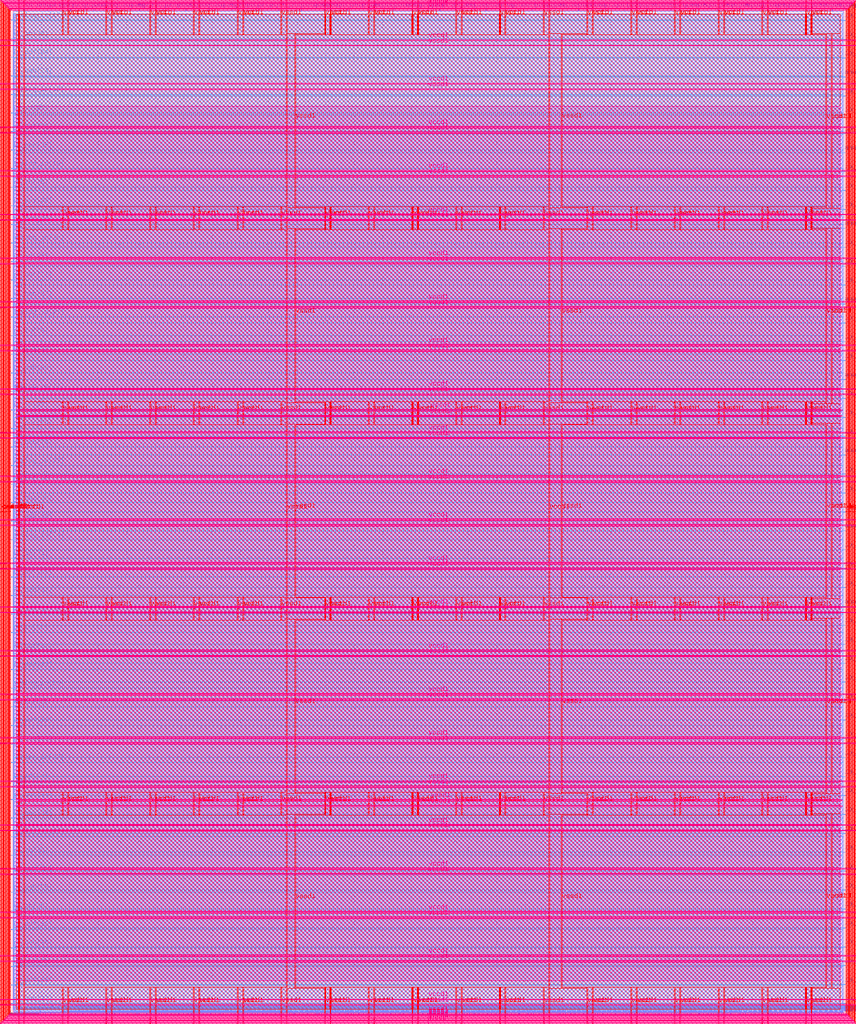
<source format=lef>
VERSION 5.7 ;
  NOWIREEXTENSIONATPIN ON ;
  DIVIDERCHAR "/" ;
  BUSBITCHARS "[]" ;
MACRO user_project_wrapper
  CLASS BLOCK ;
  FOREIGN user_project_wrapper ;
  ORIGIN 0.000 0.000 ;
  SIZE 2920.000 BY 3520.000 ;
  PIN analog_io[0]
    DIRECTION INOUT ;
    USE SIGNAL ;
    PORT
      LAYER met3 ;
        RECT 2917.600 1426.380 2924.800 1427.580 ;
    END
  END analog_io[0]
  PIN analog_io[10]
    DIRECTION INOUT ;
    USE SIGNAL ;
    PORT
      LAYER met2 ;
        RECT 2230.490 3517.600 2231.050 3524.800 ;
    END
  END analog_io[10]
  PIN analog_io[11]
    DIRECTION INOUT ;
    USE SIGNAL ;
    PORT
      LAYER met2 ;
        RECT 1905.730 3517.600 1906.290 3524.800 ;
    END
  END analog_io[11]
  PIN analog_io[12]
    DIRECTION INOUT ;
    USE SIGNAL ;
    PORT
      LAYER met2 ;
        RECT 1581.430 3517.600 1581.990 3524.800 ;
    END
  END analog_io[12]
  PIN analog_io[13]
    DIRECTION INOUT ;
    USE SIGNAL ;
    PORT
      LAYER met2 ;
        RECT 1257.130 3517.600 1257.690 3524.800 ;
    END
  END analog_io[13]
  PIN analog_io[14]
    DIRECTION INOUT ;
    USE SIGNAL ;
    PORT
      LAYER met2 ;
        RECT 932.370 3517.600 932.930 3524.800 ;
    END
  END analog_io[14]
  PIN analog_io[15]
    DIRECTION INOUT ;
    USE SIGNAL ;
    PORT
      LAYER met2 ;
        RECT 608.070 3517.600 608.630 3524.800 ;
    END
  END analog_io[15]
  PIN analog_io[16]
    DIRECTION INOUT ;
    USE SIGNAL ;
    PORT
      LAYER met2 ;
        RECT 283.770 3517.600 284.330 3524.800 ;
    END
  END analog_io[16]
  PIN analog_io[17]
    DIRECTION INOUT ;
    USE SIGNAL ;
    PORT
      LAYER met3 ;
        RECT -4.800 3486.100 2.400 3487.300 ;
    END
  END analog_io[17]
  PIN analog_io[18]
    DIRECTION INOUT ;
    USE SIGNAL ;
    PORT
      LAYER met3 ;
        RECT -4.800 3224.980 2.400 3226.180 ;
    END
  END analog_io[18]
  PIN analog_io[19]
    DIRECTION INOUT ;
    USE SIGNAL ;
    PORT
      LAYER met3 ;
        RECT -4.800 2964.540 2.400 2965.740 ;
    END
  END analog_io[19]
  PIN analog_io[1]
    DIRECTION INOUT ;
    USE SIGNAL ;
    PORT
      LAYER met3 ;
        RECT 2917.600 1692.260 2924.800 1693.460 ;
    END
  END analog_io[1]
  PIN analog_io[20]
    DIRECTION INOUT ;
    USE SIGNAL ;
    PORT
      LAYER met3 ;
        RECT -4.800 2703.420 2.400 2704.620 ;
    END
  END analog_io[20]
  PIN analog_io[21]
    DIRECTION INOUT ;
    USE SIGNAL ;
    PORT
      LAYER met3 ;
        RECT -4.800 2442.980 2.400 2444.180 ;
    END
  END analog_io[21]
  PIN analog_io[22]
    DIRECTION INOUT ;
    USE SIGNAL ;
    PORT
      LAYER met3 ;
        RECT -4.800 2182.540 2.400 2183.740 ;
    END
  END analog_io[22]
  PIN analog_io[23]
    DIRECTION INOUT ;
    USE SIGNAL ;
    PORT
      LAYER met3 ;
        RECT -4.800 1921.420 2.400 1922.620 ;
    END
  END analog_io[23]
  PIN analog_io[24]
    DIRECTION INOUT ;
    USE SIGNAL ;
    PORT
      LAYER met3 ;
        RECT -4.800 1660.980 2.400 1662.180 ;
    END
  END analog_io[24]
  PIN analog_io[25]
    DIRECTION INOUT ;
    USE SIGNAL ;
    PORT
      LAYER met3 ;
        RECT -4.800 1399.860 2.400 1401.060 ;
    END
  END analog_io[25]
  PIN analog_io[26]
    DIRECTION INOUT ;
    USE SIGNAL ;
    PORT
      LAYER met3 ;
        RECT -4.800 1139.420 2.400 1140.620 ;
    END
  END analog_io[26]
  PIN analog_io[27]
    DIRECTION INOUT ;
    USE SIGNAL ;
    PORT
      LAYER met3 ;
        RECT -4.800 878.980 2.400 880.180 ;
    END
  END analog_io[27]
  PIN analog_io[28]
    DIRECTION INOUT ;
    USE SIGNAL ;
    PORT
      LAYER met3 ;
        RECT -4.800 617.860 2.400 619.060 ;
    END
  END analog_io[28]
  PIN analog_io[2]
    DIRECTION INOUT ;
    USE SIGNAL ;
    PORT
      LAYER met3 ;
        RECT 2917.600 1958.140 2924.800 1959.340 ;
    END
  END analog_io[2]
  PIN analog_io[3]
    DIRECTION INOUT ;
    USE SIGNAL ;
    PORT
      LAYER met3 ;
        RECT 2917.600 2223.340 2924.800 2224.540 ;
    END
  END analog_io[3]
  PIN analog_io[4]
    DIRECTION INOUT ;
    USE SIGNAL ;
    PORT
      LAYER met3 ;
        RECT 2917.600 2489.220 2924.800 2490.420 ;
    END
  END analog_io[4]
  PIN analog_io[5]
    DIRECTION INOUT ;
    USE SIGNAL ;
    PORT
      LAYER met3 ;
        RECT 2917.600 2755.100 2924.800 2756.300 ;
    END
  END analog_io[5]
  PIN analog_io[6]
    DIRECTION INOUT ;
    USE SIGNAL ;
    PORT
      LAYER met3 ;
        RECT 2917.600 3020.300 2924.800 3021.500 ;
    END
  END analog_io[6]
  PIN analog_io[7]
    DIRECTION INOUT ;
    USE SIGNAL ;
    PORT
      LAYER met3 ;
        RECT 2917.600 3286.180 2924.800 3287.380 ;
    END
  END analog_io[7]
  PIN analog_io[8]
    DIRECTION INOUT ;
    USE SIGNAL ;
    PORT
      LAYER met2 ;
        RECT 2879.090 3517.600 2879.650 3524.800 ;
    END
  END analog_io[8]
  PIN analog_io[9]
    DIRECTION INOUT ;
    USE SIGNAL ;
    PORT
      LAYER met2 ;
        RECT 2554.790 3517.600 2555.350 3524.800 ;
    END
  END analog_io[9]
  PIN io_in[0]
    DIRECTION INPUT ;
    USE SIGNAL ;
    PORT
      LAYER met3 ;
        RECT 2917.600 32.380 2924.800 33.580 ;
    END
  END io_in[0]
  PIN io_in[10]
    DIRECTION INPUT ;
    USE SIGNAL ;
    PORT
      LAYER met3 ;
        RECT 2917.600 2289.980 2924.800 2291.180 ;
    END
  END io_in[10]
  PIN io_in[11]
    DIRECTION INPUT ;
    USE SIGNAL ;
    PORT
      LAYER met3 ;
        RECT 2917.600 2555.860 2924.800 2557.060 ;
    END
  END io_in[11]
  PIN io_in[12]
    DIRECTION INPUT ;
    USE SIGNAL ;
    PORT
      LAYER met3 ;
        RECT 2917.600 2821.060 2924.800 2822.260 ;
    END
  END io_in[12]
  PIN io_in[13]
    DIRECTION INPUT ;
    USE SIGNAL ;
    PORT
      LAYER met3 ;
        RECT 2917.600 3086.940 2924.800 3088.140 ;
    END
  END io_in[13]
  PIN io_in[14]
    DIRECTION INPUT ;
    USE SIGNAL ;
    PORT
      LAYER met3 ;
        RECT 2917.600 3352.820 2924.800 3354.020 ;
    END
  END io_in[14]
  PIN io_in[15]
    DIRECTION INPUT ;
    USE SIGNAL ;
    PORT
      LAYER met2 ;
        RECT 2798.130 3517.600 2798.690 3524.800 ;
    END
  END io_in[15]
  PIN io_in[16]
    DIRECTION INPUT ;
    USE SIGNAL ;
    PORT
      LAYER met2 ;
        RECT 2473.830 3517.600 2474.390 3524.800 ;
    END
  END io_in[16]
  PIN io_in[17]
    DIRECTION INPUT ;
    USE SIGNAL ;
    PORT
      LAYER met2 ;
        RECT 2149.070 3517.600 2149.630 3524.800 ;
    END
  END io_in[17]
  PIN io_in[18]
    DIRECTION INPUT ;
    USE SIGNAL ;
    PORT
      LAYER met2 ;
        RECT 1824.770 3517.600 1825.330 3524.800 ;
    END
  END io_in[18]
  PIN io_in[19]
    DIRECTION INPUT ;
    USE SIGNAL ;
    PORT
      LAYER met2 ;
        RECT 1500.470 3517.600 1501.030 3524.800 ;
    END
  END io_in[19]
  PIN io_in[1]
    DIRECTION INPUT ;
    USE SIGNAL ;
    PORT
      LAYER met3 ;
        RECT 2917.600 230.940 2924.800 232.140 ;
    END
  END io_in[1]
  PIN io_in[20]
    DIRECTION INPUT ;
    USE SIGNAL ;
    PORT
      LAYER met2 ;
        RECT 1175.710 3517.600 1176.270 3524.800 ;
    END
  END io_in[20]
  PIN io_in[21]
    DIRECTION INPUT ;
    USE SIGNAL ;
    PORT
      LAYER met2 ;
        RECT 851.410 3517.600 851.970 3524.800 ;
    END
  END io_in[21]
  PIN io_in[22]
    DIRECTION INPUT ;
    USE SIGNAL ;
    PORT
      LAYER met2 ;
        RECT 527.110 3517.600 527.670 3524.800 ;
    END
  END io_in[22]
  PIN io_in[23]
    DIRECTION INPUT ;
    USE SIGNAL ;
    PORT
      LAYER met2 ;
        RECT 202.350 3517.600 202.910 3524.800 ;
    END
  END io_in[23]
  PIN io_in[24]
    DIRECTION INPUT ;
    USE SIGNAL ;
    PORT
      LAYER met3 ;
        RECT -4.800 3420.820 2.400 3422.020 ;
    END
  END io_in[24]
  PIN io_in[25]
    DIRECTION INPUT ;
    USE SIGNAL ;
    PORT
      LAYER met3 ;
        RECT -4.800 3159.700 2.400 3160.900 ;
    END
  END io_in[25]
  PIN io_in[26]
    DIRECTION INPUT ;
    USE SIGNAL ;
    PORT
      LAYER met3 ;
        RECT -4.800 2899.260 2.400 2900.460 ;
    END
  END io_in[26]
  PIN io_in[27]
    DIRECTION INPUT ;
    USE SIGNAL ;
    PORT
      LAYER met3 ;
        RECT -4.800 2638.820 2.400 2640.020 ;
    END
  END io_in[27]
  PIN io_in[28]
    DIRECTION INPUT ;
    USE SIGNAL ;
    PORT
      LAYER met3 ;
        RECT -4.800 2377.700 2.400 2378.900 ;
    END
  END io_in[28]
  PIN io_in[29]
    DIRECTION INPUT ;
    USE SIGNAL ;
    PORT
      LAYER met3 ;
        RECT -4.800 2117.260 2.400 2118.460 ;
    END
  END io_in[29]
  PIN io_in[2]
    DIRECTION INPUT ;
    USE SIGNAL ;
    PORT
      LAYER met3 ;
        RECT 2917.600 430.180 2924.800 431.380 ;
    END
  END io_in[2]
  PIN io_in[30]
    DIRECTION INPUT ;
    USE SIGNAL ;
    PORT
      LAYER met3 ;
        RECT -4.800 1856.140 2.400 1857.340 ;
    END
  END io_in[30]
  PIN io_in[31]
    DIRECTION INPUT ;
    USE SIGNAL ;
    PORT
      LAYER met3 ;
        RECT -4.800 1595.700 2.400 1596.900 ;
    END
  END io_in[31]
  PIN io_in[32]
    DIRECTION INPUT ;
    USE SIGNAL ;
    PORT
      LAYER met3 ;
        RECT -4.800 1335.260 2.400 1336.460 ;
    END
  END io_in[32]
  PIN io_in[33]
    DIRECTION INPUT ;
    USE SIGNAL ;
    PORT
      LAYER met3 ;
        RECT -4.800 1074.140 2.400 1075.340 ;
    END
  END io_in[33]
  PIN io_in[34]
    DIRECTION INPUT ;
    USE SIGNAL ;
    PORT
      LAYER met3 ;
        RECT -4.800 813.700 2.400 814.900 ;
    END
  END io_in[34]
  PIN io_in[35]
    DIRECTION INPUT ;
    USE SIGNAL ;
    PORT
      LAYER met3 ;
        RECT -4.800 552.580 2.400 553.780 ;
    END
  END io_in[35]
  PIN io_in[36]
    DIRECTION INPUT ;
    USE SIGNAL ;
    PORT
      LAYER met3 ;
        RECT -4.800 357.420 2.400 358.620 ;
    END
  END io_in[36]
  PIN io_in[37]
    DIRECTION INPUT ;
    USE SIGNAL ;
    PORT
      LAYER met3 ;
        RECT -4.800 161.580 2.400 162.780 ;
    END
  END io_in[37]
  PIN io_in[3]
    DIRECTION INPUT ;
    USE SIGNAL ;
    PORT
      LAYER met3 ;
        RECT 2917.600 629.420 2924.800 630.620 ;
    END
  END io_in[3]
  PIN io_in[4]
    DIRECTION INPUT ;
    USE SIGNAL ;
    PORT
      LAYER met3 ;
        RECT 2917.600 828.660 2924.800 829.860 ;
    END
  END io_in[4]
  PIN io_in[5]
    DIRECTION INPUT ;
    USE SIGNAL ;
    PORT
      LAYER met3 ;
        RECT 2917.600 1027.900 2924.800 1029.100 ;
    END
  END io_in[5]
  PIN io_in[6]
    DIRECTION INPUT ;
    USE SIGNAL ;
    PORT
      LAYER met3 ;
        RECT 2917.600 1227.140 2924.800 1228.340 ;
    END
  END io_in[6]
  PIN io_in[7]
    DIRECTION INPUT ;
    USE SIGNAL ;
    PORT
      LAYER met3 ;
        RECT 2917.600 1493.020 2924.800 1494.220 ;
    END
  END io_in[7]
  PIN io_in[8]
    DIRECTION INPUT ;
    USE SIGNAL ;
    PORT
      LAYER met3 ;
        RECT 2917.600 1758.900 2924.800 1760.100 ;
    END
  END io_in[8]
  PIN io_in[9]
    DIRECTION INPUT ;
    USE SIGNAL ;
    PORT
      LAYER met3 ;
        RECT 2917.600 2024.100 2924.800 2025.300 ;
    END
  END io_in[9]
  PIN io_oeb[0]
    DIRECTION OUTPUT TRISTATE ;
    USE SIGNAL ;
    PORT
      LAYER met3 ;
        RECT 2917.600 164.980 2924.800 166.180 ;
    END
  END io_oeb[0]
  PIN io_oeb[10]
    DIRECTION OUTPUT TRISTATE ;
    USE SIGNAL ;
    PORT
      LAYER met3 ;
        RECT 2917.600 2422.580 2924.800 2423.780 ;
    END
  END io_oeb[10]
  PIN io_oeb[11]
    DIRECTION OUTPUT TRISTATE ;
    USE SIGNAL ;
    PORT
      LAYER met3 ;
        RECT 2917.600 2688.460 2924.800 2689.660 ;
    END
  END io_oeb[11]
  PIN io_oeb[12]
    DIRECTION OUTPUT TRISTATE ;
    USE SIGNAL ;
    PORT
      LAYER met3 ;
        RECT 2917.600 2954.340 2924.800 2955.540 ;
    END
  END io_oeb[12]
  PIN io_oeb[13]
    DIRECTION OUTPUT TRISTATE ;
    USE SIGNAL ;
    PORT
      LAYER met3 ;
        RECT 2917.600 3219.540 2924.800 3220.740 ;
    END
  END io_oeb[13]
  PIN io_oeb[14]
    DIRECTION OUTPUT TRISTATE ;
    USE SIGNAL ;
    PORT
      LAYER met3 ;
        RECT 2917.600 3485.420 2924.800 3486.620 ;
    END
  END io_oeb[14]
  PIN io_oeb[15]
    DIRECTION OUTPUT TRISTATE ;
    USE SIGNAL ;
    PORT
      LAYER met2 ;
        RECT 2635.750 3517.600 2636.310 3524.800 ;
    END
  END io_oeb[15]
  PIN io_oeb[16]
    DIRECTION OUTPUT TRISTATE ;
    USE SIGNAL ;
    PORT
      LAYER met2 ;
        RECT 2311.450 3517.600 2312.010 3524.800 ;
    END
  END io_oeb[16]
  PIN io_oeb[17]
    DIRECTION OUTPUT TRISTATE ;
    USE SIGNAL ;
    PORT
      LAYER met2 ;
        RECT 1987.150 3517.600 1987.710 3524.800 ;
    END
  END io_oeb[17]
  PIN io_oeb[18]
    DIRECTION OUTPUT TRISTATE ;
    USE SIGNAL ;
    PORT
      LAYER met2 ;
        RECT 1662.390 3517.600 1662.950 3524.800 ;
    END
  END io_oeb[18]
  PIN io_oeb[19]
    DIRECTION OUTPUT TRISTATE ;
    USE SIGNAL ;
    PORT
      LAYER met2 ;
        RECT 1338.090 3517.600 1338.650 3524.800 ;
    END
  END io_oeb[19]
  PIN io_oeb[1]
    DIRECTION OUTPUT TRISTATE ;
    USE SIGNAL ;
    PORT
      LAYER met3 ;
        RECT 2917.600 364.220 2924.800 365.420 ;
    END
  END io_oeb[1]
  PIN io_oeb[20]
    DIRECTION OUTPUT TRISTATE ;
    USE SIGNAL ;
    PORT
      LAYER met2 ;
        RECT 1013.790 3517.600 1014.350 3524.800 ;
    END
  END io_oeb[20]
  PIN io_oeb[21]
    DIRECTION OUTPUT TRISTATE ;
    USE SIGNAL ;
    PORT
      LAYER met2 ;
        RECT 689.030 3517.600 689.590 3524.800 ;
    END
  END io_oeb[21]
  PIN io_oeb[22]
    DIRECTION OUTPUT TRISTATE ;
    USE SIGNAL ;
    PORT
      LAYER met2 ;
        RECT 364.730 3517.600 365.290 3524.800 ;
    END
  END io_oeb[22]
  PIN io_oeb[23]
    DIRECTION OUTPUT TRISTATE ;
    USE SIGNAL ;
    PORT
      LAYER met2 ;
        RECT 40.430 3517.600 40.990 3524.800 ;
    END
  END io_oeb[23]
  PIN io_oeb[24]
    DIRECTION OUTPUT TRISTATE ;
    USE SIGNAL ;
    PORT
      LAYER met3 ;
        RECT -4.800 3290.260 2.400 3291.460 ;
    END
  END io_oeb[24]
  PIN io_oeb[25]
    DIRECTION OUTPUT TRISTATE ;
    USE SIGNAL ;
    PORT
      LAYER met3 ;
        RECT -4.800 3029.820 2.400 3031.020 ;
    END
  END io_oeb[25]
  PIN io_oeb[26]
    DIRECTION OUTPUT TRISTATE ;
    USE SIGNAL ;
    PORT
      LAYER met3 ;
        RECT -4.800 2768.700 2.400 2769.900 ;
    END
  END io_oeb[26]
  PIN io_oeb[27]
    DIRECTION OUTPUT TRISTATE ;
    USE SIGNAL ;
    PORT
      LAYER met3 ;
        RECT -4.800 2508.260 2.400 2509.460 ;
    END
  END io_oeb[27]
  PIN io_oeb[28]
    DIRECTION OUTPUT TRISTATE ;
    USE SIGNAL ;
    PORT
      LAYER met3 ;
        RECT -4.800 2247.140 2.400 2248.340 ;
    END
  END io_oeb[28]
  PIN io_oeb[29]
    DIRECTION OUTPUT TRISTATE ;
    USE SIGNAL ;
    PORT
      LAYER met3 ;
        RECT -4.800 1986.700 2.400 1987.900 ;
    END
  END io_oeb[29]
  PIN io_oeb[2]
    DIRECTION OUTPUT TRISTATE ;
    USE SIGNAL ;
    PORT
      LAYER met3 ;
        RECT 2917.600 563.460 2924.800 564.660 ;
    END
  END io_oeb[2]
  PIN io_oeb[30]
    DIRECTION OUTPUT TRISTATE ;
    USE SIGNAL ;
    PORT
      LAYER met3 ;
        RECT -4.800 1726.260 2.400 1727.460 ;
    END
  END io_oeb[30]
  PIN io_oeb[31]
    DIRECTION OUTPUT TRISTATE ;
    USE SIGNAL ;
    PORT
      LAYER met3 ;
        RECT -4.800 1465.140 2.400 1466.340 ;
    END
  END io_oeb[31]
  PIN io_oeb[32]
    DIRECTION OUTPUT TRISTATE ;
    USE SIGNAL ;
    PORT
      LAYER met3 ;
        RECT -4.800 1204.700 2.400 1205.900 ;
    END
  END io_oeb[32]
  PIN io_oeb[33]
    DIRECTION OUTPUT TRISTATE ;
    USE SIGNAL ;
    PORT
      LAYER met3 ;
        RECT -4.800 943.580 2.400 944.780 ;
    END
  END io_oeb[33]
  PIN io_oeb[34]
    DIRECTION OUTPUT TRISTATE ;
    USE SIGNAL ;
    PORT
      LAYER met3 ;
        RECT -4.800 683.140 2.400 684.340 ;
    END
  END io_oeb[34]
  PIN io_oeb[35]
    DIRECTION OUTPUT TRISTATE ;
    USE SIGNAL ;
    PORT
      LAYER met3 ;
        RECT -4.800 422.700 2.400 423.900 ;
    END
  END io_oeb[35]
  PIN io_oeb[36]
    DIRECTION OUTPUT TRISTATE ;
    USE SIGNAL ;
    PORT
      LAYER met3 ;
        RECT -4.800 226.860 2.400 228.060 ;
    END
  END io_oeb[36]
  PIN io_oeb[37]
    DIRECTION OUTPUT TRISTATE ;
    USE SIGNAL ;
    PORT
      LAYER met3 ;
        RECT -4.800 31.700 2.400 32.900 ;
    END
  END io_oeb[37]
  PIN io_oeb[3]
    DIRECTION OUTPUT TRISTATE ;
    USE SIGNAL ;
    PORT
      LAYER met3 ;
        RECT 2917.600 762.700 2924.800 763.900 ;
    END
  END io_oeb[3]
  PIN io_oeb[4]
    DIRECTION OUTPUT TRISTATE ;
    USE SIGNAL ;
    PORT
      LAYER met3 ;
        RECT 2917.600 961.940 2924.800 963.140 ;
    END
  END io_oeb[4]
  PIN io_oeb[5]
    DIRECTION OUTPUT TRISTATE ;
    USE SIGNAL ;
    PORT
      LAYER met3 ;
        RECT 2917.600 1161.180 2924.800 1162.380 ;
    END
  END io_oeb[5]
  PIN io_oeb[6]
    DIRECTION OUTPUT TRISTATE ;
    USE SIGNAL ;
    PORT
      LAYER met3 ;
        RECT 2917.600 1360.420 2924.800 1361.620 ;
    END
  END io_oeb[6]
  PIN io_oeb[7]
    DIRECTION OUTPUT TRISTATE ;
    USE SIGNAL ;
    PORT
      LAYER met3 ;
        RECT 2917.600 1625.620 2924.800 1626.820 ;
    END
  END io_oeb[7]
  PIN io_oeb[8]
    DIRECTION OUTPUT TRISTATE ;
    USE SIGNAL ;
    PORT
      LAYER met3 ;
        RECT 2917.600 1891.500 2924.800 1892.700 ;
    END
  END io_oeb[8]
  PIN io_oeb[9]
    DIRECTION OUTPUT TRISTATE ;
    USE SIGNAL ;
    PORT
      LAYER met3 ;
        RECT 2917.600 2157.380 2924.800 2158.580 ;
    END
  END io_oeb[9]
  PIN io_out[0]
    DIRECTION OUTPUT TRISTATE ;
    USE SIGNAL ;
    PORT
      LAYER met3 ;
        RECT 2917.600 98.340 2924.800 99.540 ;
    END
  END io_out[0]
  PIN io_out[10]
    DIRECTION OUTPUT TRISTATE ;
    USE SIGNAL ;
    PORT
      LAYER met3 ;
        RECT 2917.600 2356.620 2924.800 2357.820 ;
    END
  END io_out[10]
  PIN io_out[11]
    DIRECTION OUTPUT TRISTATE ;
    USE SIGNAL ;
    PORT
      LAYER met3 ;
        RECT 2917.600 2621.820 2924.800 2623.020 ;
    END
  END io_out[11]
  PIN io_out[12]
    DIRECTION OUTPUT TRISTATE ;
    USE SIGNAL ;
    PORT
      LAYER met3 ;
        RECT 2917.600 2887.700 2924.800 2888.900 ;
    END
  END io_out[12]
  PIN io_out[13]
    DIRECTION OUTPUT TRISTATE ;
    USE SIGNAL ;
    PORT
      LAYER met3 ;
        RECT 2917.600 3153.580 2924.800 3154.780 ;
    END
  END io_out[13]
  PIN io_out[14]
    DIRECTION OUTPUT TRISTATE ;
    USE SIGNAL ;
    PORT
      LAYER met3 ;
        RECT 2917.600 3418.780 2924.800 3419.980 ;
    END
  END io_out[14]
  PIN io_out[15]
    DIRECTION OUTPUT TRISTATE ;
    USE SIGNAL ;
    PORT
      LAYER met2 ;
        RECT 2717.170 3517.600 2717.730 3524.800 ;
    END
  END io_out[15]
  PIN io_out[16]
    DIRECTION OUTPUT TRISTATE ;
    USE SIGNAL ;
    PORT
      LAYER met2 ;
        RECT 2392.410 3517.600 2392.970 3524.800 ;
    END
  END io_out[16]
  PIN io_out[17]
    DIRECTION OUTPUT TRISTATE ;
    USE SIGNAL ;
    PORT
      LAYER met2 ;
        RECT 2068.110 3517.600 2068.670 3524.800 ;
    END
  END io_out[17]
  PIN io_out[18]
    DIRECTION OUTPUT TRISTATE ;
    USE SIGNAL ;
    PORT
      LAYER met2 ;
        RECT 1743.810 3517.600 1744.370 3524.800 ;
    END
  END io_out[18]
  PIN io_out[19]
    DIRECTION OUTPUT TRISTATE ;
    USE SIGNAL ;
    PORT
      LAYER met2 ;
        RECT 1419.050 3517.600 1419.610 3524.800 ;
    END
  END io_out[19]
  PIN io_out[1]
    DIRECTION OUTPUT TRISTATE ;
    USE SIGNAL ;
    PORT
      LAYER met3 ;
        RECT 2917.600 297.580 2924.800 298.780 ;
    END
  END io_out[1]
  PIN io_out[20]
    DIRECTION OUTPUT TRISTATE ;
    USE SIGNAL ;
    PORT
      LAYER met2 ;
        RECT 1094.750 3517.600 1095.310 3524.800 ;
    END
  END io_out[20]
  PIN io_out[21]
    DIRECTION OUTPUT TRISTATE ;
    USE SIGNAL ;
    PORT
      LAYER met2 ;
        RECT 770.450 3517.600 771.010 3524.800 ;
    END
  END io_out[21]
  PIN io_out[22]
    DIRECTION OUTPUT TRISTATE ;
    USE SIGNAL ;
    PORT
      LAYER met2 ;
        RECT 445.690 3517.600 446.250 3524.800 ;
    END
  END io_out[22]
  PIN io_out[23]
    DIRECTION OUTPUT TRISTATE ;
    USE SIGNAL ;
    PORT
      LAYER met2 ;
        RECT 121.390 3517.600 121.950 3524.800 ;
    END
  END io_out[23]
  PIN io_out[24]
    DIRECTION OUTPUT TRISTATE ;
    USE SIGNAL ;
    PORT
      LAYER met3 ;
        RECT -4.800 3355.540 2.400 3356.740 ;
    END
  END io_out[24]
  PIN io_out[25]
    DIRECTION OUTPUT TRISTATE ;
    USE SIGNAL ;
    PORT
      LAYER met3 ;
        RECT -4.800 3095.100 2.400 3096.300 ;
    END
  END io_out[25]
  PIN io_out[26]
    DIRECTION OUTPUT TRISTATE ;
    USE SIGNAL ;
    PORT
      LAYER met3 ;
        RECT -4.800 2833.980 2.400 2835.180 ;
    END
  END io_out[26]
  PIN io_out[27]
    DIRECTION OUTPUT TRISTATE ;
    USE SIGNAL ;
    PORT
      LAYER met3 ;
        RECT -4.800 2573.540 2.400 2574.740 ;
    END
  END io_out[27]
  PIN io_out[28]
    DIRECTION OUTPUT TRISTATE ;
    USE SIGNAL ;
    PORT
      LAYER met3 ;
        RECT -4.800 2312.420 2.400 2313.620 ;
    END
  END io_out[28]
  PIN io_out[29]
    DIRECTION OUTPUT TRISTATE ;
    USE SIGNAL ;
    PORT
      LAYER met3 ;
        RECT -4.800 2051.980 2.400 2053.180 ;
    END
  END io_out[29]
  PIN io_out[2]
    DIRECTION OUTPUT TRISTATE ;
    USE SIGNAL ;
    PORT
      LAYER met3 ;
        RECT 2917.600 496.820 2924.800 498.020 ;
    END
  END io_out[2]
  PIN io_out[30]
    DIRECTION OUTPUT TRISTATE ;
    USE SIGNAL ;
    PORT
      LAYER met3 ;
        RECT -4.800 1791.540 2.400 1792.740 ;
    END
  END io_out[30]
  PIN io_out[31]
    DIRECTION OUTPUT TRISTATE ;
    USE SIGNAL ;
    PORT
      LAYER met3 ;
        RECT -4.800 1530.420 2.400 1531.620 ;
    END
  END io_out[31]
  PIN io_out[32]
    DIRECTION OUTPUT TRISTATE ;
    USE SIGNAL ;
    PORT
      LAYER met3 ;
        RECT -4.800 1269.980 2.400 1271.180 ;
    END
  END io_out[32]
  PIN io_out[33]
    DIRECTION OUTPUT TRISTATE ;
    USE SIGNAL ;
    PORT
      LAYER met3 ;
        RECT -4.800 1008.860 2.400 1010.060 ;
    END
  END io_out[33]
  PIN io_out[34]
    DIRECTION OUTPUT TRISTATE ;
    USE SIGNAL ;
    PORT
      LAYER met3 ;
        RECT -4.800 748.420 2.400 749.620 ;
    END
  END io_out[34]
  PIN io_out[35]
    DIRECTION OUTPUT TRISTATE ;
    USE SIGNAL ;
    PORT
      LAYER met3 ;
        RECT -4.800 487.300 2.400 488.500 ;
    END
  END io_out[35]
  PIN io_out[36]
    DIRECTION OUTPUT TRISTATE ;
    USE SIGNAL ;
    PORT
      LAYER met3 ;
        RECT -4.800 292.140 2.400 293.340 ;
    END
  END io_out[36]
  PIN io_out[37]
    DIRECTION OUTPUT TRISTATE ;
    USE SIGNAL ;
    PORT
      LAYER met3 ;
        RECT -4.800 96.300 2.400 97.500 ;
    END
  END io_out[37]
  PIN io_out[3]
    DIRECTION OUTPUT TRISTATE ;
    USE SIGNAL ;
    PORT
      LAYER met3 ;
        RECT 2917.600 696.060 2924.800 697.260 ;
    END
  END io_out[3]
  PIN io_out[4]
    DIRECTION OUTPUT TRISTATE ;
    USE SIGNAL ;
    PORT
      LAYER met3 ;
        RECT 2917.600 895.300 2924.800 896.500 ;
    END
  END io_out[4]
  PIN io_out[5]
    DIRECTION OUTPUT TRISTATE ;
    USE SIGNAL ;
    PORT
      LAYER met3 ;
        RECT 2917.600 1094.540 2924.800 1095.740 ;
    END
  END io_out[5]
  PIN io_out[6]
    DIRECTION OUTPUT TRISTATE ;
    USE SIGNAL ;
    PORT
      LAYER met3 ;
        RECT 2917.600 1293.780 2924.800 1294.980 ;
    END
  END io_out[6]
  PIN io_out[7]
    DIRECTION OUTPUT TRISTATE ;
    USE SIGNAL ;
    PORT
      LAYER met3 ;
        RECT 2917.600 1559.660 2924.800 1560.860 ;
    END
  END io_out[7]
  PIN io_out[8]
    DIRECTION OUTPUT TRISTATE ;
    USE SIGNAL ;
    PORT
      LAYER met3 ;
        RECT 2917.600 1824.860 2924.800 1826.060 ;
    END
  END io_out[8]
  PIN io_out[9]
    DIRECTION OUTPUT TRISTATE ;
    USE SIGNAL ;
    PORT
      LAYER met3 ;
        RECT 2917.600 2090.740 2924.800 2091.940 ;
    END
  END io_out[9]
  PIN la_data_in[0]
    DIRECTION INPUT ;
    USE SIGNAL ;
    PORT
      LAYER met2 ;
        RECT 629.230 -4.800 629.790 2.400 ;
    END
  END la_data_in[0]
  PIN la_data_in[100]
    DIRECTION INPUT ;
    USE SIGNAL ;
    PORT
      LAYER met2 ;
        RECT 2402.530 -4.800 2403.090 2.400 ;
    END
  END la_data_in[100]
  PIN la_data_in[101]
    DIRECTION INPUT ;
    USE SIGNAL ;
    PORT
      LAYER met2 ;
        RECT 2420.010 -4.800 2420.570 2.400 ;
    END
  END la_data_in[101]
  PIN la_data_in[102]
    DIRECTION INPUT ;
    USE SIGNAL ;
    PORT
      LAYER met2 ;
        RECT 2437.950 -4.800 2438.510 2.400 ;
    END
  END la_data_in[102]
  PIN la_data_in[103]
    DIRECTION INPUT ;
    USE SIGNAL ;
    PORT
      LAYER met2 ;
        RECT 2455.430 -4.800 2455.990 2.400 ;
    END
  END la_data_in[103]
  PIN la_data_in[104]
    DIRECTION INPUT ;
    USE SIGNAL ;
    PORT
      LAYER met2 ;
        RECT 2473.370 -4.800 2473.930 2.400 ;
    END
  END la_data_in[104]
  PIN la_data_in[105]
    DIRECTION INPUT ;
    USE SIGNAL ;
    PORT
      LAYER met2 ;
        RECT 2490.850 -4.800 2491.410 2.400 ;
    END
  END la_data_in[105]
  PIN la_data_in[106]
    DIRECTION INPUT ;
    USE SIGNAL ;
    PORT
      LAYER met2 ;
        RECT 2508.790 -4.800 2509.350 2.400 ;
    END
  END la_data_in[106]
  PIN la_data_in[107]
    DIRECTION INPUT ;
    USE SIGNAL ;
    PORT
      LAYER met2 ;
        RECT 2526.730 -4.800 2527.290 2.400 ;
    END
  END la_data_in[107]
  PIN la_data_in[108]
    DIRECTION INPUT ;
    USE SIGNAL ;
    PORT
      LAYER met2 ;
        RECT 2544.210 -4.800 2544.770 2.400 ;
    END
  END la_data_in[108]
  PIN la_data_in[109]
    DIRECTION INPUT ;
    USE SIGNAL ;
    PORT
      LAYER met2 ;
        RECT 2562.150 -4.800 2562.710 2.400 ;
    END
  END la_data_in[109]
  PIN la_data_in[10]
    DIRECTION INPUT ;
    USE SIGNAL ;
    PORT
      LAYER met2 ;
        RECT 806.330 -4.800 806.890 2.400 ;
    END
  END la_data_in[10]
  PIN la_data_in[110]
    DIRECTION INPUT ;
    USE SIGNAL ;
    PORT
      LAYER met2 ;
        RECT 2579.630 -4.800 2580.190 2.400 ;
    END
  END la_data_in[110]
  PIN la_data_in[111]
    DIRECTION INPUT ;
    USE SIGNAL ;
    PORT
      LAYER met2 ;
        RECT 2597.570 -4.800 2598.130 2.400 ;
    END
  END la_data_in[111]
  PIN la_data_in[112]
    DIRECTION INPUT ;
    USE SIGNAL ;
    PORT
      LAYER met2 ;
        RECT 2615.050 -4.800 2615.610 2.400 ;
    END
  END la_data_in[112]
  PIN la_data_in[113]
    DIRECTION INPUT ;
    USE SIGNAL ;
    PORT
      LAYER met2 ;
        RECT 2632.990 -4.800 2633.550 2.400 ;
    END
  END la_data_in[113]
  PIN la_data_in[114]
    DIRECTION INPUT ;
    USE SIGNAL ;
    PORT
      LAYER met2 ;
        RECT 2650.470 -4.800 2651.030 2.400 ;
    END
  END la_data_in[114]
  PIN la_data_in[115]
    DIRECTION INPUT ;
    USE SIGNAL ;
    PORT
      LAYER met2 ;
        RECT 2668.410 -4.800 2668.970 2.400 ;
    END
  END la_data_in[115]
  PIN la_data_in[116]
    DIRECTION INPUT ;
    USE SIGNAL ;
    PORT
      LAYER met2 ;
        RECT 2685.890 -4.800 2686.450 2.400 ;
    END
  END la_data_in[116]
  PIN la_data_in[117]
    DIRECTION INPUT ;
    USE SIGNAL ;
    PORT
      LAYER met2 ;
        RECT 2703.830 -4.800 2704.390 2.400 ;
    END
  END la_data_in[117]
  PIN la_data_in[118]
    DIRECTION INPUT ;
    USE SIGNAL ;
    PORT
      LAYER met2 ;
        RECT 2721.770 -4.800 2722.330 2.400 ;
    END
  END la_data_in[118]
  PIN la_data_in[119]
    DIRECTION INPUT ;
    USE SIGNAL ;
    PORT
      LAYER met2 ;
        RECT 2739.250 -4.800 2739.810 2.400 ;
    END
  END la_data_in[119]
  PIN la_data_in[11]
    DIRECTION INPUT ;
    USE SIGNAL ;
    PORT
      LAYER met2 ;
        RECT 824.270 -4.800 824.830 2.400 ;
    END
  END la_data_in[11]
  PIN la_data_in[120]
    DIRECTION INPUT ;
    USE SIGNAL ;
    PORT
      LAYER met2 ;
        RECT 2757.190 -4.800 2757.750 2.400 ;
    END
  END la_data_in[120]
  PIN la_data_in[121]
    DIRECTION INPUT ;
    USE SIGNAL ;
    PORT
      LAYER met2 ;
        RECT 2774.670 -4.800 2775.230 2.400 ;
    END
  END la_data_in[121]
  PIN la_data_in[122]
    DIRECTION INPUT ;
    USE SIGNAL ;
    PORT
      LAYER met2 ;
        RECT 2792.610 -4.800 2793.170 2.400 ;
    END
  END la_data_in[122]
  PIN la_data_in[123]
    DIRECTION INPUT ;
    USE SIGNAL ;
    PORT
      LAYER met2 ;
        RECT 2810.090 -4.800 2810.650 2.400 ;
    END
  END la_data_in[123]
  PIN la_data_in[124]
    DIRECTION INPUT ;
    USE SIGNAL ;
    PORT
      LAYER met2 ;
        RECT 2828.030 -4.800 2828.590 2.400 ;
    END
  END la_data_in[124]
  PIN la_data_in[125]
    DIRECTION INPUT ;
    USE SIGNAL ;
    PORT
      LAYER met2 ;
        RECT 2845.510 -4.800 2846.070 2.400 ;
    END
  END la_data_in[125]
  PIN la_data_in[126]
    DIRECTION INPUT ;
    USE SIGNAL ;
    PORT
      LAYER met2 ;
        RECT 2863.450 -4.800 2864.010 2.400 ;
    END
  END la_data_in[126]
  PIN la_data_in[127]
    DIRECTION INPUT ;
    USE SIGNAL ;
    PORT
      LAYER met2 ;
        RECT 2881.390 -4.800 2881.950 2.400 ;
    END
  END la_data_in[127]
  PIN la_data_in[12]
    DIRECTION INPUT ;
    USE SIGNAL ;
    PORT
      LAYER met2 ;
        RECT 841.750 -4.800 842.310 2.400 ;
    END
  END la_data_in[12]
  PIN la_data_in[13]
    DIRECTION INPUT ;
    USE SIGNAL ;
    PORT
      LAYER met2 ;
        RECT 859.690 -4.800 860.250 2.400 ;
    END
  END la_data_in[13]
  PIN la_data_in[14]
    DIRECTION INPUT ;
    USE SIGNAL ;
    PORT
      LAYER met2 ;
        RECT 877.170 -4.800 877.730 2.400 ;
    END
  END la_data_in[14]
  PIN la_data_in[15]
    DIRECTION INPUT ;
    USE SIGNAL ;
    PORT
      LAYER met2 ;
        RECT 895.110 -4.800 895.670 2.400 ;
    END
  END la_data_in[15]
  PIN la_data_in[16]
    DIRECTION INPUT ;
    USE SIGNAL ;
    PORT
      LAYER met2 ;
        RECT 912.590 -4.800 913.150 2.400 ;
    END
  END la_data_in[16]
  PIN la_data_in[17]
    DIRECTION INPUT ;
    USE SIGNAL ;
    PORT
      LAYER met2 ;
        RECT 930.530 -4.800 931.090 2.400 ;
    END
  END la_data_in[17]
  PIN la_data_in[18]
    DIRECTION INPUT ;
    USE SIGNAL ;
    PORT
      LAYER met2 ;
        RECT 948.470 -4.800 949.030 2.400 ;
    END
  END la_data_in[18]
  PIN la_data_in[19]
    DIRECTION INPUT ;
    USE SIGNAL ;
    PORT
      LAYER met2 ;
        RECT 965.950 -4.800 966.510 2.400 ;
    END
  END la_data_in[19]
  PIN la_data_in[1]
    DIRECTION INPUT ;
    USE SIGNAL ;
    PORT
      LAYER met2 ;
        RECT 646.710 -4.800 647.270 2.400 ;
    END
  END la_data_in[1]
  PIN la_data_in[20]
    DIRECTION INPUT ;
    USE SIGNAL ;
    PORT
      LAYER met2 ;
        RECT 983.890 -4.800 984.450 2.400 ;
    END
  END la_data_in[20]
  PIN la_data_in[21]
    DIRECTION INPUT ;
    USE SIGNAL ;
    PORT
      LAYER met2 ;
        RECT 1001.370 -4.800 1001.930 2.400 ;
    END
  END la_data_in[21]
  PIN la_data_in[22]
    DIRECTION INPUT ;
    USE SIGNAL ;
    PORT
      LAYER met2 ;
        RECT 1019.310 -4.800 1019.870 2.400 ;
    END
  END la_data_in[22]
  PIN la_data_in[23]
    DIRECTION INPUT ;
    USE SIGNAL ;
    PORT
      LAYER met2 ;
        RECT 1036.790 -4.800 1037.350 2.400 ;
    END
  END la_data_in[23]
  PIN la_data_in[24]
    DIRECTION INPUT ;
    USE SIGNAL ;
    PORT
      LAYER met2 ;
        RECT 1054.730 -4.800 1055.290 2.400 ;
    END
  END la_data_in[24]
  PIN la_data_in[25]
    DIRECTION INPUT ;
    USE SIGNAL ;
    PORT
      LAYER met2 ;
        RECT 1072.210 -4.800 1072.770 2.400 ;
    END
  END la_data_in[25]
  PIN la_data_in[26]
    DIRECTION INPUT ;
    USE SIGNAL ;
    PORT
      LAYER met2 ;
        RECT 1090.150 -4.800 1090.710 2.400 ;
    END
  END la_data_in[26]
  PIN la_data_in[27]
    DIRECTION INPUT ;
    USE SIGNAL ;
    PORT
      LAYER met2 ;
        RECT 1107.630 -4.800 1108.190 2.400 ;
    END
  END la_data_in[27]
  PIN la_data_in[28]
    DIRECTION INPUT ;
    USE SIGNAL ;
    PORT
      LAYER met2 ;
        RECT 1125.570 -4.800 1126.130 2.400 ;
    END
  END la_data_in[28]
  PIN la_data_in[29]
    DIRECTION INPUT ;
    USE SIGNAL ;
    PORT
      LAYER met2 ;
        RECT 1143.510 -4.800 1144.070 2.400 ;
    END
  END la_data_in[29]
  PIN la_data_in[2]
    DIRECTION INPUT ;
    USE SIGNAL ;
    PORT
      LAYER met2 ;
        RECT 664.650 -4.800 665.210 2.400 ;
    END
  END la_data_in[2]
  PIN la_data_in[30]
    DIRECTION INPUT ;
    USE SIGNAL ;
    PORT
      LAYER met2 ;
        RECT 1160.990 -4.800 1161.550 2.400 ;
    END
  END la_data_in[30]
  PIN la_data_in[31]
    DIRECTION INPUT ;
    USE SIGNAL ;
    PORT
      LAYER met2 ;
        RECT 1178.930 -4.800 1179.490 2.400 ;
    END
  END la_data_in[31]
  PIN la_data_in[32]
    DIRECTION INPUT ;
    USE SIGNAL ;
    PORT
      LAYER met2 ;
        RECT 1196.410 -4.800 1196.970 2.400 ;
    END
  END la_data_in[32]
  PIN la_data_in[33]
    DIRECTION INPUT ;
    USE SIGNAL ;
    PORT
      LAYER met2 ;
        RECT 1214.350 -4.800 1214.910 2.400 ;
    END
  END la_data_in[33]
  PIN la_data_in[34]
    DIRECTION INPUT ;
    USE SIGNAL ;
    PORT
      LAYER met2 ;
        RECT 1231.830 -4.800 1232.390 2.400 ;
    END
  END la_data_in[34]
  PIN la_data_in[35]
    DIRECTION INPUT ;
    USE SIGNAL ;
    PORT
      LAYER met2 ;
        RECT 1249.770 -4.800 1250.330 2.400 ;
    END
  END la_data_in[35]
  PIN la_data_in[36]
    DIRECTION INPUT ;
    USE SIGNAL ;
    PORT
      LAYER met2 ;
        RECT 1267.250 -4.800 1267.810 2.400 ;
    END
  END la_data_in[36]
  PIN la_data_in[37]
    DIRECTION INPUT ;
    USE SIGNAL ;
    PORT
      LAYER met2 ;
        RECT 1285.190 -4.800 1285.750 2.400 ;
    END
  END la_data_in[37]
  PIN la_data_in[38]
    DIRECTION INPUT ;
    USE SIGNAL ;
    PORT
      LAYER met2 ;
        RECT 1303.130 -4.800 1303.690 2.400 ;
    END
  END la_data_in[38]
  PIN la_data_in[39]
    DIRECTION INPUT ;
    USE SIGNAL ;
    PORT
      LAYER met2 ;
        RECT 1320.610 -4.800 1321.170 2.400 ;
    END
  END la_data_in[39]
  PIN la_data_in[3]
    DIRECTION INPUT ;
    USE SIGNAL ;
    PORT
      LAYER met2 ;
        RECT 682.130 -4.800 682.690 2.400 ;
    END
  END la_data_in[3]
  PIN la_data_in[40]
    DIRECTION INPUT ;
    USE SIGNAL ;
    PORT
      LAYER met2 ;
        RECT 1338.550 -4.800 1339.110 2.400 ;
    END
  END la_data_in[40]
  PIN la_data_in[41]
    DIRECTION INPUT ;
    USE SIGNAL ;
    PORT
      LAYER met2 ;
        RECT 1356.030 -4.800 1356.590 2.400 ;
    END
  END la_data_in[41]
  PIN la_data_in[42]
    DIRECTION INPUT ;
    USE SIGNAL ;
    PORT
      LAYER met2 ;
        RECT 1373.970 -4.800 1374.530 2.400 ;
    END
  END la_data_in[42]
  PIN la_data_in[43]
    DIRECTION INPUT ;
    USE SIGNAL ;
    PORT
      LAYER met2 ;
        RECT 1391.450 -4.800 1392.010 2.400 ;
    END
  END la_data_in[43]
  PIN la_data_in[44]
    DIRECTION INPUT ;
    USE SIGNAL ;
    PORT
      LAYER met2 ;
        RECT 1409.390 -4.800 1409.950 2.400 ;
    END
  END la_data_in[44]
  PIN la_data_in[45]
    DIRECTION INPUT ;
    USE SIGNAL ;
    PORT
      LAYER met2 ;
        RECT 1426.870 -4.800 1427.430 2.400 ;
    END
  END la_data_in[45]
  PIN la_data_in[46]
    DIRECTION INPUT ;
    USE SIGNAL ;
    PORT
      LAYER met2 ;
        RECT 1444.810 -4.800 1445.370 2.400 ;
    END
  END la_data_in[46]
  PIN la_data_in[47]
    DIRECTION INPUT ;
    USE SIGNAL ;
    PORT
      LAYER met2 ;
        RECT 1462.750 -4.800 1463.310 2.400 ;
    END
  END la_data_in[47]
  PIN la_data_in[48]
    DIRECTION INPUT ;
    USE SIGNAL ;
    PORT
      LAYER met2 ;
        RECT 1480.230 -4.800 1480.790 2.400 ;
    END
  END la_data_in[48]
  PIN la_data_in[49]
    DIRECTION INPUT ;
    USE SIGNAL ;
    PORT
      LAYER met2 ;
        RECT 1498.170 -4.800 1498.730 2.400 ;
    END
  END la_data_in[49]
  PIN la_data_in[4]
    DIRECTION INPUT ;
    USE SIGNAL ;
    PORT
      LAYER met2 ;
        RECT 700.070 -4.800 700.630 2.400 ;
    END
  END la_data_in[4]
  PIN la_data_in[50]
    DIRECTION INPUT ;
    USE SIGNAL ;
    PORT
      LAYER met2 ;
        RECT 1515.650 -4.800 1516.210 2.400 ;
    END
  END la_data_in[50]
  PIN la_data_in[51]
    DIRECTION INPUT ;
    USE SIGNAL ;
    PORT
      LAYER met2 ;
        RECT 1533.590 -4.800 1534.150 2.400 ;
    END
  END la_data_in[51]
  PIN la_data_in[52]
    DIRECTION INPUT ;
    USE SIGNAL ;
    PORT
      LAYER met2 ;
        RECT 1551.070 -4.800 1551.630 2.400 ;
    END
  END la_data_in[52]
  PIN la_data_in[53]
    DIRECTION INPUT ;
    USE SIGNAL ;
    PORT
      LAYER met2 ;
        RECT 1569.010 -4.800 1569.570 2.400 ;
    END
  END la_data_in[53]
  PIN la_data_in[54]
    DIRECTION INPUT ;
    USE SIGNAL ;
    PORT
      LAYER met2 ;
        RECT 1586.490 -4.800 1587.050 2.400 ;
    END
  END la_data_in[54]
  PIN la_data_in[55]
    DIRECTION INPUT ;
    USE SIGNAL ;
    PORT
      LAYER met2 ;
        RECT 1604.430 -4.800 1604.990 2.400 ;
    END
  END la_data_in[55]
  PIN la_data_in[56]
    DIRECTION INPUT ;
    USE SIGNAL ;
    PORT
      LAYER met2 ;
        RECT 1621.910 -4.800 1622.470 2.400 ;
    END
  END la_data_in[56]
  PIN la_data_in[57]
    DIRECTION INPUT ;
    USE SIGNAL ;
    PORT
      LAYER met2 ;
        RECT 1639.850 -4.800 1640.410 2.400 ;
    END
  END la_data_in[57]
  PIN la_data_in[58]
    DIRECTION INPUT ;
    USE SIGNAL ;
    PORT
      LAYER met2 ;
        RECT 1657.790 -4.800 1658.350 2.400 ;
    END
  END la_data_in[58]
  PIN la_data_in[59]
    DIRECTION INPUT ;
    USE SIGNAL ;
    PORT
      LAYER met2 ;
        RECT 1675.270 -4.800 1675.830 2.400 ;
    END
  END la_data_in[59]
  PIN la_data_in[5]
    DIRECTION INPUT ;
    USE SIGNAL ;
    PORT
      LAYER met2 ;
        RECT 717.550 -4.800 718.110 2.400 ;
    END
  END la_data_in[5]
  PIN la_data_in[60]
    DIRECTION INPUT ;
    USE SIGNAL ;
    PORT
      LAYER met2 ;
        RECT 1693.210 -4.800 1693.770 2.400 ;
    END
  END la_data_in[60]
  PIN la_data_in[61]
    DIRECTION INPUT ;
    USE SIGNAL ;
    PORT
      LAYER met2 ;
        RECT 1710.690 -4.800 1711.250 2.400 ;
    END
  END la_data_in[61]
  PIN la_data_in[62]
    DIRECTION INPUT ;
    USE SIGNAL ;
    PORT
      LAYER met2 ;
        RECT 1728.630 -4.800 1729.190 2.400 ;
    END
  END la_data_in[62]
  PIN la_data_in[63]
    DIRECTION INPUT ;
    USE SIGNAL ;
    PORT
      LAYER met2 ;
        RECT 1746.110 -4.800 1746.670 2.400 ;
    END
  END la_data_in[63]
  PIN la_data_in[64]
    DIRECTION INPUT ;
    USE SIGNAL ;
    PORT
      LAYER met2 ;
        RECT 1764.050 -4.800 1764.610 2.400 ;
    END
  END la_data_in[64]
  PIN la_data_in[65]
    DIRECTION INPUT ;
    USE SIGNAL ;
    PORT
      LAYER met2 ;
        RECT 1781.530 -4.800 1782.090 2.400 ;
    END
  END la_data_in[65]
  PIN la_data_in[66]
    DIRECTION INPUT ;
    USE SIGNAL ;
    PORT
      LAYER met2 ;
        RECT 1799.470 -4.800 1800.030 2.400 ;
    END
  END la_data_in[66]
  PIN la_data_in[67]
    DIRECTION INPUT ;
    USE SIGNAL ;
    PORT
      LAYER met2 ;
        RECT 1817.410 -4.800 1817.970 2.400 ;
    END
  END la_data_in[67]
  PIN la_data_in[68]
    DIRECTION INPUT ;
    USE SIGNAL ;
    PORT
      LAYER met2 ;
        RECT 1834.890 -4.800 1835.450 2.400 ;
    END
  END la_data_in[68]
  PIN la_data_in[69]
    DIRECTION INPUT ;
    USE SIGNAL ;
    PORT
      LAYER met2 ;
        RECT 1852.830 -4.800 1853.390 2.400 ;
    END
  END la_data_in[69]
  PIN la_data_in[6]
    DIRECTION INPUT ;
    USE SIGNAL ;
    PORT
      LAYER met2 ;
        RECT 735.490 -4.800 736.050 2.400 ;
    END
  END la_data_in[6]
  PIN la_data_in[70]
    DIRECTION INPUT ;
    USE SIGNAL ;
    PORT
      LAYER met2 ;
        RECT 1870.310 -4.800 1870.870 2.400 ;
    END
  END la_data_in[70]
  PIN la_data_in[71]
    DIRECTION INPUT ;
    USE SIGNAL ;
    PORT
      LAYER met2 ;
        RECT 1888.250 -4.800 1888.810 2.400 ;
    END
  END la_data_in[71]
  PIN la_data_in[72]
    DIRECTION INPUT ;
    USE SIGNAL ;
    PORT
      LAYER met2 ;
        RECT 1905.730 -4.800 1906.290 2.400 ;
    END
  END la_data_in[72]
  PIN la_data_in[73]
    DIRECTION INPUT ;
    USE SIGNAL ;
    PORT
      LAYER met2 ;
        RECT 1923.670 -4.800 1924.230 2.400 ;
    END
  END la_data_in[73]
  PIN la_data_in[74]
    DIRECTION INPUT ;
    USE SIGNAL ;
    PORT
      LAYER met2 ;
        RECT 1941.150 -4.800 1941.710 2.400 ;
    END
  END la_data_in[74]
  PIN la_data_in[75]
    DIRECTION INPUT ;
    USE SIGNAL ;
    PORT
      LAYER met2 ;
        RECT 1959.090 -4.800 1959.650 2.400 ;
    END
  END la_data_in[75]
  PIN la_data_in[76]
    DIRECTION INPUT ;
    USE SIGNAL ;
    PORT
      LAYER met2 ;
        RECT 1976.570 -4.800 1977.130 2.400 ;
    END
  END la_data_in[76]
  PIN la_data_in[77]
    DIRECTION INPUT ;
    USE SIGNAL ;
    PORT
      LAYER met2 ;
        RECT 1994.510 -4.800 1995.070 2.400 ;
    END
  END la_data_in[77]
  PIN la_data_in[78]
    DIRECTION INPUT ;
    USE SIGNAL ;
    PORT
      LAYER met2 ;
        RECT 2012.450 -4.800 2013.010 2.400 ;
    END
  END la_data_in[78]
  PIN la_data_in[79]
    DIRECTION INPUT ;
    USE SIGNAL ;
    PORT
      LAYER met2 ;
        RECT 2029.930 -4.800 2030.490 2.400 ;
    END
  END la_data_in[79]
  PIN la_data_in[7]
    DIRECTION INPUT ;
    USE SIGNAL ;
    PORT
      LAYER met2 ;
        RECT 752.970 -4.800 753.530 2.400 ;
    END
  END la_data_in[7]
  PIN la_data_in[80]
    DIRECTION INPUT ;
    USE SIGNAL ;
    PORT
      LAYER met2 ;
        RECT 2047.870 -4.800 2048.430 2.400 ;
    END
  END la_data_in[80]
  PIN la_data_in[81]
    DIRECTION INPUT ;
    USE SIGNAL ;
    PORT
      LAYER met2 ;
        RECT 2065.350 -4.800 2065.910 2.400 ;
    END
  END la_data_in[81]
  PIN la_data_in[82]
    DIRECTION INPUT ;
    USE SIGNAL ;
    PORT
      LAYER met2 ;
        RECT 2083.290 -4.800 2083.850 2.400 ;
    END
  END la_data_in[82]
  PIN la_data_in[83]
    DIRECTION INPUT ;
    USE SIGNAL ;
    PORT
      LAYER met2 ;
        RECT 2100.770 -4.800 2101.330 2.400 ;
    END
  END la_data_in[83]
  PIN la_data_in[84]
    DIRECTION INPUT ;
    USE SIGNAL ;
    PORT
      LAYER met2 ;
        RECT 2118.710 -4.800 2119.270 2.400 ;
    END
  END la_data_in[84]
  PIN la_data_in[85]
    DIRECTION INPUT ;
    USE SIGNAL ;
    PORT
      LAYER met2 ;
        RECT 2136.190 -4.800 2136.750 2.400 ;
    END
  END la_data_in[85]
  PIN la_data_in[86]
    DIRECTION INPUT ;
    USE SIGNAL ;
    PORT
      LAYER met2 ;
        RECT 2154.130 -4.800 2154.690 2.400 ;
    END
  END la_data_in[86]
  PIN la_data_in[87]
    DIRECTION INPUT ;
    USE SIGNAL ;
    PORT
      LAYER met2 ;
        RECT 2172.070 -4.800 2172.630 2.400 ;
    END
  END la_data_in[87]
  PIN la_data_in[88]
    DIRECTION INPUT ;
    USE SIGNAL ;
    PORT
      LAYER met2 ;
        RECT 2189.550 -4.800 2190.110 2.400 ;
    END
  END la_data_in[88]
  PIN la_data_in[89]
    DIRECTION INPUT ;
    USE SIGNAL ;
    PORT
      LAYER met2 ;
        RECT 2207.490 -4.800 2208.050 2.400 ;
    END
  END la_data_in[89]
  PIN la_data_in[8]
    DIRECTION INPUT ;
    USE SIGNAL ;
    PORT
      LAYER met2 ;
        RECT 770.910 -4.800 771.470 2.400 ;
    END
  END la_data_in[8]
  PIN la_data_in[90]
    DIRECTION INPUT ;
    USE SIGNAL ;
    PORT
      LAYER met2 ;
        RECT 2224.970 -4.800 2225.530 2.400 ;
    END
  END la_data_in[90]
  PIN la_data_in[91]
    DIRECTION INPUT ;
    USE SIGNAL ;
    PORT
      LAYER met2 ;
        RECT 2242.910 -4.800 2243.470 2.400 ;
    END
  END la_data_in[91]
  PIN la_data_in[92]
    DIRECTION INPUT ;
    USE SIGNAL ;
    PORT
      LAYER met2 ;
        RECT 2260.390 -4.800 2260.950 2.400 ;
    END
  END la_data_in[92]
  PIN la_data_in[93]
    DIRECTION INPUT ;
    USE SIGNAL ;
    PORT
      LAYER met2 ;
        RECT 2278.330 -4.800 2278.890 2.400 ;
    END
  END la_data_in[93]
  PIN la_data_in[94]
    DIRECTION INPUT ;
    USE SIGNAL ;
    PORT
      LAYER met2 ;
        RECT 2295.810 -4.800 2296.370 2.400 ;
    END
  END la_data_in[94]
  PIN la_data_in[95]
    DIRECTION INPUT ;
    USE SIGNAL ;
    PORT
      LAYER met2 ;
        RECT 2313.750 -4.800 2314.310 2.400 ;
    END
  END la_data_in[95]
  PIN la_data_in[96]
    DIRECTION INPUT ;
    USE SIGNAL ;
    PORT
      LAYER met2 ;
        RECT 2331.230 -4.800 2331.790 2.400 ;
    END
  END la_data_in[96]
  PIN la_data_in[97]
    DIRECTION INPUT ;
    USE SIGNAL ;
    PORT
      LAYER met2 ;
        RECT 2349.170 -4.800 2349.730 2.400 ;
    END
  END la_data_in[97]
  PIN la_data_in[98]
    DIRECTION INPUT ;
    USE SIGNAL ;
    PORT
      LAYER met2 ;
        RECT 2367.110 -4.800 2367.670 2.400 ;
    END
  END la_data_in[98]
  PIN la_data_in[99]
    DIRECTION INPUT ;
    USE SIGNAL ;
    PORT
      LAYER met2 ;
        RECT 2384.590 -4.800 2385.150 2.400 ;
    END
  END la_data_in[99]
  PIN la_data_in[9]
    DIRECTION INPUT ;
    USE SIGNAL ;
    PORT
      LAYER met2 ;
        RECT 788.850 -4.800 789.410 2.400 ;
    END
  END la_data_in[9]
  PIN la_data_out[0]
    DIRECTION OUTPUT TRISTATE ;
    USE SIGNAL ;
    PORT
      LAYER met2 ;
        RECT 634.750 -4.800 635.310 2.400 ;
    END
  END la_data_out[0]
  PIN la_data_out[100]
    DIRECTION OUTPUT TRISTATE ;
    USE SIGNAL ;
    PORT
      LAYER met2 ;
        RECT 2408.510 -4.800 2409.070 2.400 ;
    END
  END la_data_out[100]
  PIN la_data_out[101]
    DIRECTION OUTPUT TRISTATE ;
    USE SIGNAL ;
    PORT
      LAYER met2 ;
        RECT 2425.990 -4.800 2426.550 2.400 ;
    END
  END la_data_out[101]
  PIN la_data_out[102]
    DIRECTION OUTPUT TRISTATE ;
    USE SIGNAL ;
    PORT
      LAYER met2 ;
        RECT 2443.930 -4.800 2444.490 2.400 ;
    END
  END la_data_out[102]
  PIN la_data_out[103]
    DIRECTION OUTPUT TRISTATE ;
    USE SIGNAL ;
    PORT
      LAYER met2 ;
        RECT 2461.410 -4.800 2461.970 2.400 ;
    END
  END la_data_out[103]
  PIN la_data_out[104]
    DIRECTION OUTPUT TRISTATE ;
    USE SIGNAL ;
    PORT
      LAYER met2 ;
        RECT 2479.350 -4.800 2479.910 2.400 ;
    END
  END la_data_out[104]
  PIN la_data_out[105]
    DIRECTION OUTPUT TRISTATE ;
    USE SIGNAL ;
    PORT
      LAYER met2 ;
        RECT 2496.830 -4.800 2497.390 2.400 ;
    END
  END la_data_out[105]
  PIN la_data_out[106]
    DIRECTION OUTPUT TRISTATE ;
    USE SIGNAL ;
    PORT
      LAYER met2 ;
        RECT 2514.770 -4.800 2515.330 2.400 ;
    END
  END la_data_out[106]
  PIN la_data_out[107]
    DIRECTION OUTPUT TRISTATE ;
    USE SIGNAL ;
    PORT
      LAYER met2 ;
        RECT 2532.250 -4.800 2532.810 2.400 ;
    END
  END la_data_out[107]
  PIN la_data_out[108]
    DIRECTION OUTPUT TRISTATE ;
    USE SIGNAL ;
    PORT
      LAYER met2 ;
        RECT 2550.190 -4.800 2550.750 2.400 ;
    END
  END la_data_out[108]
  PIN la_data_out[109]
    DIRECTION OUTPUT TRISTATE ;
    USE SIGNAL ;
    PORT
      LAYER met2 ;
        RECT 2567.670 -4.800 2568.230 2.400 ;
    END
  END la_data_out[109]
  PIN la_data_out[10]
    DIRECTION OUTPUT TRISTATE ;
    USE SIGNAL ;
    PORT
      LAYER met2 ;
        RECT 812.310 -4.800 812.870 2.400 ;
    END
  END la_data_out[10]
  PIN la_data_out[110]
    DIRECTION OUTPUT TRISTATE ;
    USE SIGNAL ;
    PORT
      LAYER met2 ;
        RECT 2585.610 -4.800 2586.170 2.400 ;
    END
  END la_data_out[110]
  PIN la_data_out[111]
    DIRECTION OUTPUT TRISTATE ;
    USE SIGNAL ;
    PORT
      LAYER met2 ;
        RECT 2603.550 -4.800 2604.110 2.400 ;
    END
  END la_data_out[111]
  PIN la_data_out[112]
    DIRECTION OUTPUT TRISTATE ;
    USE SIGNAL ;
    PORT
      LAYER met2 ;
        RECT 2621.030 -4.800 2621.590 2.400 ;
    END
  END la_data_out[112]
  PIN la_data_out[113]
    DIRECTION OUTPUT TRISTATE ;
    USE SIGNAL ;
    PORT
      LAYER met2 ;
        RECT 2638.970 -4.800 2639.530 2.400 ;
    END
  END la_data_out[113]
  PIN la_data_out[114]
    DIRECTION OUTPUT TRISTATE ;
    USE SIGNAL ;
    PORT
      LAYER met2 ;
        RECT 2656.450 -4.800 2657.010 2.400 ;
    END
  END la_data_out[114]
  PIN la_data_out[115]
    DIRECTION OUTPUT TRISTATE ;
    USE SIGNAL ;
    PORT
      LAYER met2 ;
        RECT 2674.390 -4.800 2674.950 2.400 ;
    END
  END la_data_out[115]
  PIN la_data_out[116]
    DIRECTION OUTPUT TRISTATE ;
    USE SIGNAL ;
    PORT
      LAYER met2 ;
        RECT 2691.870 -4.800 2692.430 2.400 ;
    END
  END la_data_out[116]
  PIN la_data_out[117]
    DIRECTION OUTPUT TRISTATE ;
    USE SIGNAL ;
    PORT
      LAYER met2 ;
        RECT 2709.810 -4.800 2710.370 2.400 ;
    END
  END la_data_out[117]
  PIN la_data_out[118]
    DIRECTION OUTPUT TRISTATE ;
    USE SIGNAL ;
    PORT
      LAYER met2 ;
        RECT 2727.290 -4.800 2727.850 2.400 ;
    END
  END la_data_out[118]
  PIN la_data_out[119]
    DIRECTION OUTPUT TRISTATE ;
    USE SIGNAL ;
    PORT
      LAYER met2 ;
        RECT 2745.230 -4.800 2745.790 2.400 ;
    END
  END la_data_out[119]
  PIN la_data_out[11]
    DIRECTION OUTPUT TRISTATE ;
    USE SIGNAL ;
    PORT
      LAYER met2 ;
        RECT 830.250 -4.800 830.810 2.400 ;
    END
  END la_data_out[11]
  PIN la_data_out[120]
    DIRECTION OUTPUT TRISTATE ;
    USE SIGNAL ;
    PORT
      LAYER met2 ;
        RECT 2763.170 -4.800 2763.730 2.400 ;
    END
  END la_data_out[120]
  PIN la_data_out[121]
    DIRECTION OUTPUT TRISTATE ;
    USE SIGNAL ;
    PORT
      LAYER met2 ;
        RECT 2780.650 -4.800 2781.210 2.400 ;
    END
  END la_data_out[121]
  PIN la_data_out[122]
    DIRECTION OUTPUT TRISTATE ;
    USE SIGNAL ;
    PORT
      LAYER met2 ;
        RECT 2798.590 -4.800 2799.150 2.400 ;
    END
  END la_data_out[122]
  PIN la_data_out[123]
    DIRECTION OUTPUT TRISTATE ;
    USE SIGNAL ;
    PORT
      LAYER met2 ;
        RECT 2816.070 -4.800 2816.630 2.400 ;
    END
  END la_data_out[123]
  PIN la_data_out[124]
    DIRECTION OUTPUT TRISTATE ;
    USE SIGNAL ;
    PORT
      LAYER met2 ;
        RECT 2834.010 -4.800 2834.570 2.400 ;
    END
  END la_data_out[124]
  PIN la_data_out[125]
    DIRECTION OUTPUT TRISTATE ;
    USE SIGNAL ;
    PORT
      LAYER met2 ;
        RECT 2851.490 -4.800 2852.050 2.400 ;
    END
  END la_data_out[125]
  PIN la_data_out[126]
    DIRECTION OUTPUT TRISTATE ;
    USE SIGNAL ;
    PORT
      LAYER met2 ;
        RECT 2869.430 -4.800 2869.990 2.400 ;
    END
  END la_data_out[126]
  PIN la_data_out[127]
    DIRECTION OUTPUT TRISTATE ;
    USE SIGNAL ;
    PORT
      LAYER met2 ;
        RECT 2886.910 -4.800 2887.470 2.400 ;
    END
  END la_data_out[127]
  PIN la_data_out[12]
    DIRECTION OUTPUT TRISTATE ;
    USE SIGNAL ;
    PORT
      LAYER met2 ;
        RECT 847.730 -4.800 848.290 2.400 ;
    END
  END la_data_out[12]
  PIN la_data_out[13]
    DIRECTION OUTPUT TRISTATE ;
    USE SIGNAL ;
    PORT
      LAYER met2 ;
        RECT 865.670 -4.800 866.230 2.400 ;
    END
  END la_data_out[13]
  PIN la_data_out[14]
    DIRECTION OUTPUT TRISTATE ;
    USE SIGNAL ;
    PORT
      LAYER met2 ;
        RECT 883.150 -4.800 883.710 2.400 ;
    END
  END la_data_out[14]
  PIN la_data_out[15]
    DIRECTION OUTPUT TRISTATE ;
    USE SIGNAL ;
    PORT
      LAYER met2 ;
        RECT 901.090 -4.800 901.650 2.400 ;
    END
  END la_data_out[15]
  PIN la_data_out[16]
    DIRECTION OUTPUT TRISTATE ;
    USE SIGNAL ;
    PORT
      LAYER met2 ;
        RECT 918.570 -4.800 919.130 2.400 ;
    END
  END la_data_out[16]
  PIN la_data_out[17]
    DIRECTION OUTPUT TRISTATE ;
    USE SIGNAL ;
    PORT
      LAYER met2 ;
        RECT 936.510 -4.800 937.070 2.400 ;
    END
  END la_data_out[17]
  PIN la_data_out[18]
    DIRECTION OUTPUT TRISTATE ;
    USE SIGNAL ;
    PORT
      LAYER met2 ;
        RECT 953.990 -4.800 954.550 2.400 ;
    END
  END la_data_out[18]
  PIN la_data_out[19]
    DIRECTION OUTPUT TRISTATE ;
    USE SIGNAL ;
    PORT
      LAYER met2 ;
        RECT 971.930 -4.800 972.490 2.400 ;
    END
  END la_data_out[19]
  PIN la_data_out[1]
    DIRECTION OUTPUT TRISTATE ;
    USE SIGNAL ;
    PORT
      LAYER met2 ;
        RECT 652.690 -4.800 653.250 2.400 ;
    END
  END la_data_out[1]
  PIN la_data_out[20]
    DIRECTION OUTPUT TRISTATE ;
    USE SIGNAL ;
    PORT
      LAYER met2 ;
        RECT 989.410 -4.800 989.970 2.400 ;
    END
  END la_data_out[20]
  PIN la_data_out[21]
    DIRECTION OUTPUT TRISTATE ;
    USE SIGNAL ;
    PORT
      LAYER met2 ;
        RECT 1007.350 -4.800 1007.910 2.400 ;
    END
  END la_data_out[21]
  PIN la_data_out[22]
    DIRECTION OUTPUT TRISTATE ;
    USE SIGNAL ;
    PORT
      LAYER met2 ;
        RECT 1025.290 -4.800 1025.850 2.400 ;
    END
  END la_data_out[22]
  PIN la_data_out[23]
    DIRECTION OUTPUT TRISTATE ;
    USE SIGNAL ;
    PORT
      LAYER met2 ;
        RECT 1042.770 -4.800 1043.330 2.400 ;
    END
  END la_data_out[23]
  PIN la_data_out[24]
    DIRECTION OUTPUT TRISTATE ;
    USE SIGNAL ;
    PORT
      LAYER met2 ;
        RECT 1060.710 -4.800 1061.270 2.400 ;
    END
  END la_data_out[24]
  PIN la_data_out[25]
    DIRECTION OUTPUT TRISTATE ;
    USE SIGNAL ;
    PORT
      LAYER met2 ;
        RECT 1078.190 -4.800 1078.750 2.400 ;
    END
  END la_data_out[25]
  PIN la_data_out[26]
    DIRECTION OUTPUT TRISTATE ;
    USE SIGNAL ;
    PORT
      LAYER met2 ;
        RECT 1096.130 -4.800 1096.690 2.400 ;
    END
  END la_data_out[26]
  PIN la_data_out[27]
    DIRECTION OUTPUT TRISTATE ;
    USE SIGNAL ;
    PORT
      LAYER met2 ;
        RECT 1113.610 -4.800 1114.170 2.400 ;
    END
  END la_data_out[27]
  PIN la_data_out[28]
    DIRECTION OUTPUT TRISTATE ;
    USE SIGNAL ;
    PORT
      LAYER met2 ;
        RECT 1131.550 -4.800 1132.110 2.400 ;
    END
  END la_data_out[28]
  PIN la_data_out[29]
    DIRECTION OUTPUT TRISTATE ;
    USE SIGNAL ;
    PORT
      LAYER met2 ;
        RECT 1149.030 -4.800 1149.590 2.400 ;
    END
  END la_data_out[29]
  PIN la_data_out[2]
    DIRECTION OUTPUT TRISTATE ;
    USE SIGNAL ;
    PORT
      LAYER met2 ;
        RECT 670.630 -4.800 671.190 2.400 ;
    END
  END la_data_out[2]
  PIN la_data_out[30]
    DIRECTION OUTPUT TRISTATE ;
    USE SIGNAL ;
    PORT
      LAYER met2 ;
        RECT 1166.970 -4.800 1167.530 2.400 ;
    END
  END la_data_out[30]
  PIN la_data_out[31]
    DIRECTION OUTPUT TRISTATE ;
    USE SIGNAL ;
    PORT
      LAYER met2 ;
        RECT 1184.910 -4.800 1185.470 2.400 ;
    END
  END la_data_out[31]
  PIN la_data_out[32]
    DIRECTION OUTPUT TRISTATE ;
    USE SIGNAL ;
    PORT
      LAYER met2 ;
        RECT 1202.390 -4.800 1202.950 2.400 ;
    END
  END la_data_out[32]
  PIN la_data_out[33]
    DIRECTION OUTPUT TRISTATE ;
    USE SIGNAL ;
    PORT
      LAYER met2 ;
        RECT 1220.330 -4.800 1220.890 2.400 ;
    END
  END la_data_out[33]
  PIN la_data_out[34]
    DIRECTION OUTPUT TRISTATE ;
    USE SIGNAL ;
    PORT
      LAYER met2 ;
        RECT 1237.810 -4.800 1238.370 2.400 ;
    END
  END la_data_out[34]
  PIN la_data_out[35]
    DIRECTION OUTPUT TRISTATE ;
    USE SIGNAL ;
    PORT
      LAYER met2 ;
        RECT 1255.750 -4.800 1256.310 2.400 ;
    END
  END la_data_out[35]
  PIN la_data_out[36]
    DIRECTION OUTPUT TRISTATE ;
    USE SIGNAL ;
    PORT
      LAYER met2 ;
        RECT 1273.230 -4.800 1273.790 2.400 ;
    END
  END la_data_out[36]
  PIN la_data_out[37]
    DIRECTION OUTPUT TRISTATE ;
    USE SIGNAL ;
    PORT
      LAYER met2 ;
        RECT 1291.170 -4.800 1291.730 2.400 ;
    END
  END la_data_out[37]
  PIN la_data_out[38]
    DIRECTION OUTPUT TRISTATE ;
    USE SIGNAL ;
    PORT
      LAYER met2 ;
        RECT 1308.650 -4.800 1309.210 2.400 ;
    END
  END la_data_out[38]
  PIN la_data_out[39]
    DIRECTION OUTPUT TRISTATE ;
    USE SIGNAL ;
    PORT
      LAYER met2 ;
        RECT 1326.590 -4.800 1327.150 2.400 ;
    END
  END la_data_out[39]
  PIN la_data_out[3]
    DIRECTION OUTPUT TRISTATE ;
    USE SIGNAL ;
    PORT
      LAYER met2 ;
        RECT 688.110 -4.800 688.670 2.400 ;
    END
  END la_data_out[3]
  PIN la_data_out[40]
    DIRECTION OUTPUT TRISTATE ;
    USE SIGNAL ;
    PORT
      LAYER met2 ;
        RECT 1344.070 -4.800 1344.630 2.400 ;
    END
  END la_data_out[40]
  PIN la_data_out[41]
    DIRECTION OUTPUT TRISTATE ;
    USE SIGNAL ;
    PORT
      LAYER met2 ;
        RECT 1362.010 -4.800 1362.570 2.400 ;
    END
  END la_data_out[41]
  PIN la_data_out[42]
    DIRECTION OUTPUT TRISTATE ;
    USE SIGNAL ;
    PORT
      LAYER met2 ;
        RECT 1379.950 -4.800 1380.510 2.400 ;
    END
  END la_data_out[42]
  PIN la_data_out[43]
    DIRECTION OUTPUT TRISTATE ;
    USE SIGNAL ;
    PORT
      LAYER met2 ;
        RECT 1397.430 -4.800 1397.990 2.400 ;
    END
  END la_data_out[43]
  PIN la_data_out[44]
    DIRECTION OUTPUT TRISTATE ;
    USE SIGNAL ;
    PORT
      LAYER met2 ;
        RECT 1415.370 -4.800 1415.930 2.400 ;
    END
  END la_data_out[44]
  PIN la_data_out[45]
    DIRECTION OUTPUT TRISTATE ;
    USE SIGNAL ;
    PORT
      LAYER met2 ;
        RECT 1432.850 -4.800 1433.410 2.400 ;
    END
  END la_data_out[45]
  PIN la_data_out[46]
    DIRECTION OUTPUT TRISTATE ;
    USE SIGNAL ;
    PORT
      LAYER met2 ;
        RECT 1450.790 -4.800 1451.350 2.400 ;
    END
  END la_data_out[46]
  PIN la_data_out[47]
    DIRECTION OUTPUT TRISTATE ;
    USE SIGNAL ;
    PORT
      LAYER met2 ;
        RECT 1468.270 -4.800 1468.830 2.400 ;
    END
  END la_data_out[47]
  PIN la_data_out[48]
    DIRECTION OUTPUT TRISTATE ;
    USE SIGNAL ;
    PORT
      LAYER met2 ;
        RECT 1486.210 -4.800 1486.770 2.400 ;
    END
  END la_data_out[48]
  PIN la_data_out[49]
    DIRECTION OUTPUT TRISTATE ;
    USE SIGNAL ;
    PORT
      LAYER met2 ;
        RECT 1503.690 -4.800 1504.250 2.400 ;
    END
  END la_data_out[49]
  PIN la_data_out[4]
    DIRECTION OUTPUT TRISTATE ;
    USE SIGNAL ;
    PORT
      LAYER met2 ;
        RECT 706.050 -4.800 706.610 2.400 ;
    END
  END la_data_out[4]
  PIN la_data_out[50]
    DIRECTION OUTPUT TRISTATE ;
    USE SIGNAL ;
    PORT
      LAYER met2 ;
        RECT 1521.630 -4.800 1522.190 2.400 ;
    END
  END la_data_out[50]
  PIN la_data_out[51]
    DIRECTION OUTPUT TRISTATE ;
    USE SIGNAL ;
    PORT
      LAYER met2 ;
        RECT 1539.570 -4.800 1540.130 2.400 ;
    END
  END la_data_out[51]
  PIN la_data_out[52]
    DIRECTION OUTPUT TRISTATE ;
    USE SIGNAL ;
    PORT
      LAYER met2 ;
        RECT 1557.050 -4.800 1557.610 2.400 ;
    END
  END la_data_out[52]
  PIN la_data_out[53]
    DIRECTION OUTPUT TRISTATE ;
    USE SIGNAL ;
    PORT
      LAYER met2 ;
        RECT 1574.990 -4.800 1575.550 2.400 ;
    END
  END la_data_out[53]
  PIN la_data_out[54]
    DIRECTION OUTPUT TRISTATE ;
    USE SIGNAL ;
    PORT
      LAYER met2 ;
        RECT 1592.470 -4.800 1593.030 2.400 ;
    END
  END la_data_out[54]
  PIN la_data_out[55]
    DIRECTION OUTPUT TRISTATE ;
    USE SIGNAL ;
    PORT
      LAYER met2 ;
        RECT 1610.410 -4.800 1610.970 2.400 ;
    END
  END la_data_out[55]
  PIN la_data_out[56]
    DIRECTION OUTPUT TRISTATE ;
    USE SIGNAL ;
    PORT
      LAYER met2 ;
        RECT 1627.890 -4.800 1628.450 2.400 ;
    END
  END la_data_out[56]
  PIN la_data_out[57]
    DIRECTION OUTPUT TRISTATE ;
    USE SIGNAL ;
    PORT
      LAYER met2 ;
        RECT 1645.830 -4.800 1646.390 2.400 ;
    END
  END la_data_out[57]
  PIN la_data_out[58]
    DIRECTION OUTPUT TRISTATE ;
    USE SIGNAL ;
    PORT
      LAYER met2 ;
        RECT 1663.310 -4.800 1663.870 2.400 ;
    END
  END la_data_out[58]
  PIN la_data_out[59]
    DIRECTION OUTPUT TRISTATE ;
    USE SIGNAL ;
    PORT
      LAYER met2 ;
        RECT 1681.250 -4.800 1681.810 2.400 ;
    END
  END la_data_out[59]
  PIN la_data_out[5]
    DIRECTION OUTPUT TRISTATE ;
    USE SIGNAL ;
    PORT
      LAYER met2 ;
        RECT 723.530 -4.800 724.090 2.400 ;
    END
  END la_data_out[5]
  PIN la_data_out[60]
    DIRECTION OUTPUT TRISTATE ;
    USE SIGNAL ;
    PORT
      LAYER met2 ;
        RECT 1699.190 -4.800 1699.750 2.400 ;
    END
  END la_data_out[60]
  PIN la_data_out[61]
    DIRECTION OUTPUT TRISTATE ;
    USE SIGNAL ;
    PORT
      LAYER met2 ;
        RECT 1716.670 -4.800 1717.230 2.400 ;
    END
  END la_data_out[61]
  PIN la_data_out[62]
    DIRECTION OUTPUT TRISTATE ;
    USE SIGNAL ;
    PORT
      LAYER met2 ;
        RECT 1734.610 -4.800 1735.170 2.400 ;
    END
  END la_data_out[62]
  PIN la_data_out[63]
    DIRECTION OUTPUT TRISTATE ;
    USE SIGNAL ;
    PORT
      LAYER met2 ;
        RECT 1752.090 -4.800 1752.650 2.400 ;
    END
  END la_data_out[63]
  PIN la_data_out[64]
    DIRECTION OUTPUT TRISTATE ;
    USE SIGNAL ;
    PORT
      LAYER met2 ;
        RECT 1770.030 -4.800 1770.590 2.400 ;
    END
  END la_data_out[64]
  PIN la_data_out[65]
    DIRECTION OUTPUT TRISTATE ;
    USE SIGNAL ;
    PORT
      LAYER met2 ;
        RECT 1787.510 -4.800 1788.070 2.400 ;
    END
  END la_data_out[65]
  PIN la_data_out[66]
    DIRECTION OUTPUT TRISTATE ;
    USE SIGNAL ;
    PORT
      LAYER met2 ;
        RECT 1805.450 -4.800 1806.010 2.400 ;
    END
  END la_data_out[66]
  PIN la_data_out[67]
    DIRECTION OUTPUT TRISTATE ;
    USE SIGNAL ;
    PORT
      LAYER met2 ;
        RECT 1822.930 -4.800 1823.490 2.400 ;
    END
  END la_data_out[67]
  PIN la_data_out[68]
    DIRECTION OUTPUT TRISTATE ;
    USE SIGNAL ;
    PORT
      LAYER met2 ;
        RECT 1840.870 -4.800 1841.430 2.400 ;
    END
  END la_data_out[68]
  PIN la_data_out[69]
    DIRECTION OUTPUT TRISTATE ;
    USE SIGNAL ;
    PORT
      LAYER met2 ;
        RECT 1858.350 -4.800 1858.910 2.400 ;
    END
  END la_data_out[69]
  PIN la_data_out[6]
    DIRECTION OUTPUT TRISTATE ;
    USE SIGNAL ;
    PORT
      LAYER met2 ;
        RECT 741.470 -4.800 742.030 2.400 ;
    END
  END la_data_out[6]
  PIN la_data_out[70]
    DIRECTION OUTPUT TRISTATE ;
    USE SIGNAL ;
    PORT
      LAYER met2 ;
        RECT 1876.290 -4.800 1876.850 2.400 ;
    END
  END la_data_out[70]
  PIN la_data_out[71]
    DIRECTION OUTPUT TRISTATE ;
    USE SIGNAL ;
    PORT
      LAYER met2 ;
        RECT 1894.230 -4.800 1894.790 2.400 ;
    END
  END la_data_out[71]
  PIN la_data_out[72]
    DIRECTION OUTPUT TRISTATE ;
    USE SIGNAL ;
    PORT
      LAYER met2 ;
        RECT 1911.710 -4.800 1912.270 2.400 ;
    END
  END la_data_out[72]
  PIN la_data_out[73]
    DIRECTION OUTPUT TRISTATE ;
    USE SIGNAL ;
    PORT
      LAYER met2 ;
        RECT 1929.650 -4.800 1930.210 2.400 ;
    END
  END la_data_out[73]
  PIN la_data_out[74]
    DIRECTION OUTPUT TRISTATE ;
    USE SIGNAL ;
    PORT
      LAYER met2 ;
        RECT 1947.130 -4.800 1947.690 2.400 ;
    END
  END la_data_out[74]
  PIN la_data_out[75]
    DIRECTION OUTPUT TRISTATE ;
    USE SIGNAL ;
    PORT
      LAYER met2 ;
        RECT 1965.070 -4.800 1965.630 2.400 ;
    END
  END la_data_out[75]
  PIN la_data_out[76]
    DIRECTION OUTPUT TRISTATE ;
    USE SIGNAL ;
    PORT
      LAYER met2 ;
        RECT 1982.550 -4.800 1983.110 2.400 ;
    END
  END la_data_out[76]
  PIN la_data_out[77]
    DIRECTION OUTPUT TRISTATE ;
    USE SIGNAL ;
    PORT
      LAYER met2 ;
        RECT 2000.490 -4.800 2001.050 2.400 ;
    END
  END la_data_out[77]
  PIN la_data_out[78]
    DIRECTION OUTPUT TRISTATE ;
    USE SIGNAL ;
    PORT
      LAYER met2 ;
        RECT 2017.970 -4.800 2018.530 2.400 ;
    END
  END la_data_out[78]
  PIN la_data_out[79]
    DIRECTION OUTPUT TRISTATE ;
    USE SIGNAL ;
    PORT
      LAYER met2 ;
        RECT 2035.910 -4.800 2036.470 2.400 ;
    END
  END la_data_out[79]
  PIN la_data_out[7]
    DIRECTION OUTPUT TRISTATE ;
    USE SIGNAL ;
    PORT
      LAYER met2 ;
        RECT 758.950 -4.800 759.510 2.400 ;
    END
  END la_data_out[7]
  PIN la_data_out[80]
    DIRECTION OUTPUT TRISTATE ;
    USE SIGNAL ;
    PORT
      LAYER met2 ;
        RECT 2053.850 -4.800 2054.410 2.400 ;
    END
  END la_data_out[80]
  PIN la_data_out[81]
    DIRECTION OUTPUT TRISTATE ;
    USE SIGNAL ;
    PORT
      LAYER met2 ;
        RECT 2071.330 -4.800 2071.890 2.400 ;
    END
  END la_data_out[81]
  PIN la_data_out[82]
    DIRECTION OUTPUT TRISTATE ;
    USE SIGNAL ;
    PORT
      LAYER met2 ;
        RECT 2089.270 -4.800 2089.830 2.400 ;
    END
  END la_data_out[82]
  PIN la_data_out[83]
    DIRECTION OUTPUT TRISTATE ;
    USE SIGNAL ;
    PORT
      LAYER met2 ;
        RECT 2106.750 -4.800 2107.310 2.400 ;
    END
  END la_data_out[83]
  PIN la_data_out[84]
    DIRECTION OUTPUT TRISTATE ;
    USE SIGNAL ;
    PORT
      LAYER met2 ;
        RECT 2124.690 -4.800 2125.250 2.400 ;
    END
  END la_data_out[84]
  PIN la_data_out[85]
    DIRECTION OUTPUT TRISTATE ;
    USE SIGNAL ;
    PORT
      LAYER met2 ;
        RECT 2142.170 -4.800 2142.730 2.400 ;
    END
  END la_data_out[85]
  PIN la_data_out[86]
    DIRECTION OUTPUT TRISTATE ;
    USE SIGNAL ;
    PORT
      LAYER met2 ;
        RECT 2160.110 -4.800 2160.670 2.400 ;
    END
  END la_data_out[86]
  PIN la_data_out[87]
    DIRECTION OUTPUT TRISTATE ;
    USE SIGNAL ;
    PORT
      LAYER met2 ;
        RECT 2177.590 -4.800 2178.150 2.400 ;
    END
  END la_data_out[87]
  PIN la_data_out[88]
    DIRECTION OUTPUT TRISTATE ;
    USE SIGNAL ;
    PORT
      LAYER met2 ;
        RECT 2195.530 -4.800 2196.090 2.400 ;
    END
  END la_data_out[88]
  PIN la_data_out[89]
    DIRECTION OUTPUT TRISTATE ;
    USE SIGNAL ;
    PORT
      LAYER met2 ;
        RECT 2213.010 -4.800 2213.570 2.400 ;
    END
  END la_data_out[89]
  PIN la_data_out[8]
    DIRECTION OUTPUT TRISTATE ;
    USE SIGNAL ;
    PORT
      LAYER met2 ;
        RECT 776.890 -4.800 777.450 2.400 ;
    END
  END la_data_out[8]
  PIN la_data_out[90]
    DIRECTION OUTPUT TRISTATE ;
    USE SIGNAL ;
    PORT
      LAYER met2 ;
        RECT 2230.950 -4.800 2231.510 2.400 ;
    END
  END la_data_out[90]
  PIN la_data_out[91]
    DIRECTION OUTPUT TRISTATE ;
    USE SIGNAL ;
    PORT
      LAYER met2 ;
        RECT 2248.890 -4.800 2249.450 2.400 ;
    END
  END la_data_out[91]
  PIN la_data_out[92]
    DIRECTION OUTPUT TRISTATE ;
    USE SIGNAL ;
    PORT
      LAYER met2 ;
        RECT 2266.370 -4.800 2266.930 2.400 ;
    END
  END la_data_out[92]
  PIN la_data_out[93]
    DIRECTION OUTPUT TRISTATE ;
    USE SIGNAL ;
    PORT
      LAYER met2 ;
        RECT 2284.310 -4.800 2284.870 2.400 ;
    END
  END la_data_out[93]
  PIN la_data_out[94]
    DIRECTION OUTPUT TRISTATE ;
    USE SIGNAL ;
    PORT
      LAYER met2 ;
        RECT 2301.790 -4.800 2302.350 2.400 ;
    END
  END la_data_out[94]
  PIN la_data_out[95]
    DIRECTION OUTPUT TRISTATE ;
    USE SIGNAL ;
    PORT
      LAYER met2 ;
        RECT 2319.730 -4.800 2320.290 2.400 ;
    END
  END la_data_out[95]
  PIN la_data_out[96]
    DIRECTION OUTPUT TRISTATE ;
    USE SIGNAL ;
    PORT
      LAYER met2 ;
        RECT 2337.210 -4.800 2337.770 2.400 ;
    END
  END la_data_out[96]
  PIN la_data_out[97]
    DIRECTION OUTPUT TRISTATE ;
    USE SIGNAL ;
    PORT
      LAYER met2 ;
        RECT 2355.150 -4.800 2355.710 2.400 ;
    END
  END la_data_out[97]
  PIN la_data_out[98]
    DIRECTION OUTPUT TRISTATE ;
    USE SIGNAL ;
    PORT
      LAYER met2 ;
        RECT 2372.630 -4.800 2373.190 2.400 ;
    END
  END la_data_out[98]
  PIN la_data_out[99]
    DIRECTION OUTPUT TRISTATE ;
    USE SIGNAL ;
    PORT
      LAYER met2 ;
        RECT 2390.570 -4.800 2391.130 2.400 ;
    END
  END la_data_out[99]
  PIN la_data_out[9]
    DIRECTION OUTPUT TRISTATE ;
    USE SIGNAL ;
    PORT
      LAYER met2 ;
        RECT 794.370 -4.800 794.930 2.400 ;
    END
  END la_data_out[9]
  PIN la_oenb[0]
    DIRECTION INPUT ;
    USE SIGNAL ;
    PORT
      LAYER met2 ;
        RECT 640.730 -4.800 641.290 2.400 ;
    END
  END la_oenb[0]
  PIN la_oenb[100]
    DIRECTION INPUT ;
    USE SIGNAL ;
    PORT
      LAYER met2 ;
        RECT 2414.030 -4.800 2414.590 2.400 ;
    END
  END la_oenb[100]
  PIN la_oenb[101]
    DIRECTION INPUT ;
    USE SIGNAL ;
    PORT
      LAYER met2 ;
        RECT 2431.970 -4.800 2432.530 2.400 ;
    END
  END la_oenb[101]
  PIN la_oenb[102]
    DIRECTION INPUT ;
    USE SIGNAL ;
    PORT
      LAYER met2 ;
        RECT 2449.450 -4.800 2450.010 2.400 ;
    END
  END la_oenb[102]
  PIN la_oenb[103]
    DIRECTION INPUT ;
    USE SIGNAL ;
    PORT
      LAYER met2 ;
        RECT 2467.390 -4.800 2467.950 2.400 ;
    END
  END la_oenb[103]
  PIN la_oenb[104]
    DIRECTION INPUT ;
    USE SIGNAL ;
    PORT
      LAYER met2 ;
        RECT 2485.330 -4.800 2485.890 2.400 ;
    END
  END la_oenb[104]
  PIN la_oenb[105]
    DIRECTION INPUT ;
    USE SIGNAL ;
    PORT
      LAYER met2 ;
        RECT 2502.810 -4.800 2503.370 2.400 ;
    END
  END la_oenb[105]
  PIN la_oenb[106]
    DIRECTION INPUT ;
    USE SIGNAL ;
    PORT
      LAYER met2 ;
        RECT 2520.750 -4.800 2521.310 2.400 ;
    END
  END la_oenb[106]
  PIN la_oenb[107]
    DIRECTION INPUT ;
    USE SIGNAL ;
    PORT
      LAYER met2 ;
        RECT 2538.230 -4.800 2538.790 2.400 ;
    END
  END la_oenb[107]
  PIN la_oenb[108]
    DIRECTION INPUT ;
    USE SIGNAL ;
    PORT
      LAYER met2 ;
        RECT 2556.170 -4.800 2556.730 2.400 ;
    END
  END la_oenb[108]
  PIN la_oenb[109]
    DIRECTION INPUT ;
    USE SIGNAL ;
    PORT
      LAYER met2 ;
        RECT 2573.650 -4.800 2574.210 2.400 ;
    END
  END la_oenb[109]
  PIN la_oenb[10]
    DIRECTION INPUT ;
    USE SIGNAL ;
    PORT
      LAYER met2 ;
        RECT 818.290 -4.800 818.850 2.400 ;
    END
  END la_oenb[10]
  PIN la_oenb[110]
    DIRECTION INPUT ;
    USE SIGNAL ;
    PORT
      LAYER met2 ;
        RECT 2591.590 -4.800 2592.150 2.400 ;
    END
  END la_oenb[110]
  PIN la_oenb[111]
    DIRECTION INPUT ;
    USE SIGNAL ;
    PORT
      LAYER met2 ;
        RECT 2609.070 -4.800 2609.630 2.400 ;
    END
  END la_oenb[111]
  PIN la_oenb[112]
    DIRECTION INPUT ;
    USE SIGNAL ;
    PORT
      LAYER met2 ;
        RECT 2627.010 -4.800 2627.570 2.400 ;
    END
  END la_oenb[112]
  PIN la_oenb[113]
    DIRECTION INPUT ;
    USE SIGNAL ;
    PORT
      LAYER met2 ;
        RECT 2644.950 -4.800 2645.510 2.400 ;
    END
  END la_oenb[113]
  PIN la_oenb[114]
    DIRECTION INPUT ;
    USE SIGNAL ;
    PORT
      LAYER met2 ;
        RECT 2662.430 -4.800 2662.990 2.400 ;
    END
  END la_oenb[114]
  PIN la_oenb[115]
    DIRECTION INPUT ;
    USE SIGNAL ;
    PORT
      LAYER met2 ;
        RECT 2680.370 -4.800 2680.930 2.400 ;
    END
  END la_oenb[115]
  PIN la_oenb[116]
    DIRECTION INPUT ;
    USE SIGNAL ;
    PORT
      LAYER met2 ;
        RECT 2697.850 -4.800 2698.410 2.400 ;
    END
  END la_oenb[116]
  PIN la_oenb[117]
    DIRECTION INPUT ;
    USE SIGNAL ;
    PORT
      LAYER met2 ;
        RECT 2715.790 -4.800 2716.350 2.400 ;
    END
  END la_oenb[117]
  PIN la_oenb[118]
    DIRECTION INPUT ;
    USE SIGNAL ;
    PORT
      LAYER met2 ;
        RECT 2733.270 -4.800 2733.830 2.400 ;
    END
  END la_oenb[118]
  PIN la_oenb[119]
    DIRECTION INPUT ;
    USE SIGNAL ;
    PORT
      LAYER met2 ;
        RECT 2751.210 -4.800 2751.770 2.400 ;
    END
  END la_oenb[119]
  PIN la_oenb[11]
    DIRECTION INPUT ;
    USE SIGNAL ;
    PORT
      LAYER met2 ;
        RECT 835.770 -4.800 836.330 2.400 ;
    END
  END la_oenb[11]
  PIN la_oenb[120]
    DIRECTION INPUT ;
    USE SIGNAL ;
    PORT
      LAYER met2 ;
        RECT 2768.690 -4.800 2769.250 2.400 ;
    END
  END la_oenb[120]
  PIN la_oenb[121]
    DIRECTION INPUT ;
    USE SIGNAL ;
    PORT
      LAYER met2 ;
        RECT 2786.630 -4.800 2787.190 2.400 ;
    END
  END la_oenb[121]
  PIN la_oenb[122]
    DIRECTION INPUT ;
    USE SIGNAL ;
    PORT
      LAYER met2 ;
        RECT 2804.110 -4.800 2804.670 2.400 ;
    END
  END la_oenb[122]
  PIN la_oenb[123]
    DIRECTION INPUT ;
    USE SIGNAL ;
    PORT
      LAYER met2 ;
        RECT 2822.050 -4.800 2822.610 2.400 ;
    END
  END la_oenb[123]
  PIN la_oenb[124]
    DIRECTION INPUT ;
    USE SIGNAL ;
    PORT
      LAYER met2 ;
        RECT 2839.990 -4.800 2840.550 2.400 ;
    END
  END la_oenb[124]
  PIN la_oenb[125]
    DIRECTION INPUT ;
    USE SIGNAL ;
    PORT
      LAYER met2 ;
        RECT 2857.470 -4.800 2858.030 2.400 ;
    END
  END la_oenb[125]
  PIN la_oenb[126]
    DIRECTION INPUT ;
    USE SIGNAL ;
    PORT
      LAYER met2 ;
        RECT 2875.410 -4.800 2875.970 2.400 ;
    END
  END la_oenb[126]
  PIN la_oenb[127]
    DIRECTION INPUT ;
    USE SIGNAL ;
    PORT
      LAYER met2 ;
        RECT 2892.890 -4.800 2893.450 2.400 ;
    END
  END la_oenb[127]
  PIN la_oenb[12]
    DIRECTION INPUT ;
    USE SIGNAL ;
    PORT
      LAYER met2 ;
        RECT 853.710 -4.800 854.270 2.400 ;
    END
  END la_oenb[12]
  PIN la_oenb[13]
    DIRECTION INPUT ;
    USE SIGNAL ;
    PORT
      LAYER met2 ;
        RECT 871.190 -4.800 871.750 2.400 ;
    END
  END la_oenb[13]
  PIN la_oenb[14]
    DIRECTION INPUT ;
    USE SIGNAL ;
    PORT
      LAYER met2 ;
        RECT 889.130 -4.800 889.690 2.400 ;
    END
  END la_oenb[14]
  PIN la_oenb[15]
    DIRECTION INPUT ;
    USE SIGNAL ;
    PORT
      LAYER met2 ;
        RECT 907.070 -4.800 907.630 2.400 ;
    END
  END la_oenb[15]
  PIN la_oenb[16]
    DIRECTION INPUT ;
    USE SIGNAL ;
    PORT
      LAYER met2 ;
        RECT 924.550 -4.800 925.110 2.400 ;
    END
  END la_oenb[16]
  PIN la_oenb[17]
    DIRECTION INPUT ;
    USE SIGNAL ;
    PORT
      LAYER met2 ;
        RECT 942.490 -4.800 943.050 2.400 ;
    END
  END la_oenb[17]
  PIN la_oenb[18]
    DIRECTION INPUT ;
    USE SIGNAL ;
    PORT
      LAYER met2 ;
        RECT 959.970 -4.800 960.530 2.400 ;
    END
  END la_oenb[18]
  PIN la_oenb[19]
    DIRECTION INPUT ;
    USE SIGNAL ;
    PORT
      LAYER met2 ;
        RECT 977.910 -4.800 978.470 2.400 ;
    END
  END la_oenb[19]
  PIN la_oenb[1]
    DIRECTION INPUT ;
    USE SIGNAL ;
    PORT
      LAYER met2 ;
        RECT 658.670 -4.800 659.230 2.400 ;
    END
  END la_oenb[1]
  PIN la_oenb[20]
    DIRECTION INPUT ;
    USE SIGNAL ;
    PORT
      LAYER met2 ;
        RECT 995.390 -4.800 995.950 2.400 ;
    END
  END la_oenb[20]
  PIN la_oenb[21]
    DIRECTION INPUT ;
    USE SIGNAL ;
    PORT
      LAYER met2 ;
        RECT 1013.330 -4.800 1013.890 2.400 ;
    END
  END la_oenb[21]
  PIN la_oenb[22]
    DIRECTION INPUT ;
    USE SIGNAL ;
    PORT
      LAYER met2 ;
        RECT 1030.810 -4.800 1031.370 2.400 ;
    END
  END la_oenb[22]
  PIN la_oenb[23]
    DIRECTION INPUT ;
    USE SIGNAL ;
    PORT
      LAYER met2 ;
        RECT 1048.750 -4.800 1049.310 2.400 ;
    END
  END la_oenb[23]
  PIN la_oenb[24]
    DIRECTION INPUT ;
    USE SIGNAL ;
    PORT
      LAYER met2 ;
        RECT 1066.690 -4.800 1067.250 2.400 ;
    END
  END la_oenb[24]
  PIN la_oenb[25]
    DIRECTION INPUT ;
    USE SIGNAL ;
    PORT
      LAYER met2 ;
        RECT 1084.170 -4.800 1084.730 2.400 ;
    END
  END la_oenb[25]
  PIN la_oenb[26]
    DIRECTION INPUT ;
    USE SIGNAL ;
    PORT
      LAYER met2 ;
        RECT 1102.110 -4.800 1102.670 2.400 ;
    END
  END la_oenb[26]
  PIN la_oenb[27]
    DIRECTION INPUT ;
    USE SIGNAL ;
    PORT
      LAYER met2 ;
        RECT 1119.590 -4.800 1120.150 2.400 ;
    END
  END la_oenb[27]
  PIN la_oenb[28]
    DIRECTION INPUT ;
    USE SIGNAL ;
    PORT
      LAYER met2 ;
        RECT 1137.530 -4.800 1138.090 2.400 ;
    END
  END la_oenb[28]
  PIN la_oenb[29]
    DIRECTION INPUT ;
    USE SIGNAL ;
    PORT
      LAYER met2 ;
        RECT 1155.010 -4.800 1155.570 2.400 ;
    END
  END la_oenb[29]
  PIN la_oenb[2]
    DIRECTION INPUT ;
    USE SIGNAL ;
    PORT
      LAYER met2 ;
        RECT 676.150 -4.800 676.710 2.400 ;
    END
  END la_oenb[2]
  PIN la_oenb[30]
    DIRECTION INPUT ;
    USE SIGNAL ;
    PORT
      LAYER met2 ;
        RECT 1172.950 -4.800 1173.510 2.400 ;
    END
  END la_oenb[30]
  PIN la_oenb[31]
    DIRECTION INPUT ;
    USE SIGNAL ;
    PORT
      LAYER met2 ;
        RECT 1190.430 -4.800 1190.990 2.400 ;
    END
  END la_oenb[31]
  PIN la_oenb[32]
    DIRECTION INPUT ;
    USE SIGNAL ;
    PORT
      LAYER met2 ;
        RECT 1208.370 -4.800 1208.930 2.400 ;
    END
  END la_oenb[32]
  PIN la_oenb[33]
    DIRECTION INPUT ;
    USE SIGNAL ;
    PORT
      LAYER met2 ;
        RECT 1225.850 -4.800 1226.410 2.400 ;
    END
  END la_oenb[33]
  PIN la_oenb[34]
    DIRECTION INPUT ;
    USE SIGNAL ;
    PORT
      LAYER met2 ;
        RECT 1243.790 -4.800 1244.350 2.400 ;
    END
  END la_oenb[34]
  PIN la_oenb[35]
    DIRECTION INPUT ;
    USE SIGNAL ;
    PORT
      LAYER met2 ;
        RECT 1261.730 -4.800 1262.290 2.400 ;
    END
  END la_oenb[35]
  PIN la_oenb[36]
    DIRECTION INPUT ;
    USE SIGNAL ;
    PORT
      LAYER met2 ;
        RECT 1279.210 -4.800 1279.770 2.400 ;
    END
  END la_oenb[36]
  PIN la_oenb[37]
    DIRECTION INPUT ;
    USE SIGNAL ;
    PORT
      LAYER met2 ;
        RECT 1297.150 -4.800 1297.710 2.400 ;
    END
  END la_oenb[37]
  PIN la_oenb[38]
    DIRECTION INPUT ;
    USE SIGNAL ;
    PORT
      LAYER met2 ;
        RECT 1314.630 -4.800 1315.190 2.400 ;
    END
  END la_oenb[38]
  PIN la_oenb[39]
    DIRECTION INPUT ;
    USE SIGNAL ;
    PORT
      LAYER met2 ;
        RECT 1332.570 -4.800 1333.130 2.400 ;
    END
  END la_oenb[39]
  PIN la_oenb[3]
    DIRECTION INPUT ;
    USE SIGNAL ;
    PORT
      LAYER met2 ;
        RECT 694.090 -4.800 694.650 2.400 ;
    END
  END la_oenb[3]
  PIN la_oenb[40]
    DIRECTION INPUT ;
    USE SIGNAL ;
    PORT
      LAYER met2 ;
        RECT 1350.050 -4.800 1350.610 2.400 ;
    END
  END la_oenb[40]
  PIN la_oenb[41]
    DIRECTION INPUT ;
    USE SIGNAL ;
    PORT
      LAYER met2 ;
        RECT 1367.990 -4.800 1368.550 2.400 ;
    END
  END la_oenb[41]
  PIN la_oenb[42]
    DIRECTION INPUT ;
    USE SIGNAL ;
    PORT
      LAYER met2 ;
        RECT 1385.470 -4.800 1386.030 2.400 ;
    END
  END la_oenb[42]
  PIN la_oenb[43]
    DIRECTION INPUT ;
    USE SIGNAL ;
    PORT
      LAYER met2 ;
        RECT 1403.410 -4.800 1403.970 2.400 ;
    END
  END la_oenb[43]
  PIN la_oenb[44]
    DIRECTION INPUT ;
    USE SIGNAL ;
    PORT
      LAYER met2 ;
        RECT 1421.350 -4.800 1421.910 2.400 ;
    END
  END la_oenb[44]
  PIN la_oenb[45]
    DIRECTION INPUT ;
    USE SIGNAL ;
    PORT
      LAYER met2 ;
        RECT 1438.830 -4.800 1439.390 2.400 ;
    END
  END la_oenb[45]
  PIN la_oenb[46]
    DIRECTION INPUT ;
    USE SIGNAL ;
    PORT
      LAYER met2 ;
        RECT 1456.770 -4.800 1457.330 2.400 ;
    END
  END la_oenb[46]
  PIN la_oenb[47]
    DIRECTION INPUT ;
    USE SIGNAL ;
    PORT
      LAYER met2 ;
        RECT 1474.250 -4.800 1474.810 2.400 ;
    END
  END la_oenb[47]
  PIN la_oenb[48]
    DIRECTION INPUT ;
    USE SIGNAL ;
    PORT
      LAYER met2 ;
        RECT 1492.190 -4.800 1492.750 2.400 ;
    END
  END la_oenb[48]
  PIN la_oenb[49]
    DIRECTION INPUT ;
    USE SIGNAL ;
    PORT
      LAYER met2 ;
        RECT 1509.670 -4.800 1510.230 2.400 ;
    END
  END la_oenb[49]
  PIN la_oenb[4]
    DIRECTION INPUT ;
    USE SIGNAL ;
    PORT
      LAYER met2 ;
        RECT 712.030 -4.800 712.590 2.400 ;
    END
  END la_oenb[4]
  PIN la_oenb[50]
    DIRECTION INPUT ;
    USE SIGNAL ;
    PORT
      LAYER met2 ;
        RECT 1527.610 -4.800 1528.170 2.400 ;
    END
  END la_oenb[50]
  PIN la_oenb[51]
    DIRECTION INPUT ;
    USE SIGNAL ;
    PORT
      LAYER met2 ;
        RECT 1545.090 -4.800 1545.650 2.400 ;
    END
  END la_oenb[51]
  PIN la_oenb[52]
    DIRECTION INPUT ;
    USE SIGNAL ;
    PORT
      LAYER met2 ;
        RECT 1563.030 -4.800 1563.590 2.400 ;
    END
  END la_oenb[52]
  PIN la_oenb[53]
    DIRECTION INPUT ;
    USE SIGNAL ;
    PORT
      LAYER met2 ;
        RECT 1580.970 -4.800 1581.530 2.400 ;
    END
  END la_oenb[53]
  PIN la_oenb[54]
    DIRECTION INPUT ;
    USE SIGNAL ;
    PORT
      LAYER met2 ;
        RECT 1598.450 -4.800 1599.010 2.400 ;
    END
  END la_oenb[54]
  PIN la_oenb[55]
    DIRECTION INPUT ;
    USE SIGNAL ;
    PORT
      LAYER met2 ;
        RECT 1616.390 -4.800 1616.950 2.400 ;
    END
  END la_oenb[55]
  PIN la_oenb[56]
    DIRECTION INPUT ;
    USE SIGNAL ;
    PORT
      LAYER met2 ;
        RECT 1633.870 -4.800 1634.430 2.400 ;
    END
  END la_oenb[56]
  PIN la_oenb[57]
    DIRECTION INPUT ;
    USE SIGNAL ;
    PORT
      LAYER met2 ;
        RECT 1651.810 -4.800 1652.370 2.400 ;
    END
  END la_oenb[57]
  PIN la_oenb[58]
    DIRECTION INPUT ;
    USE SIGNAL ;
    PORT
      LAYER met2 ;
        RECT 1669.290 -4.800 1669.850 2.400 ;
    END
  END la_oenb[58]
  PIN la_oenb[59]
    DIRECTION INPUT ;
    USE SIGNAL ;
    PORT
      LAYER met2 ;
        RECT 1687.230 -4.800 1687.790 2.400 ;
    END
  END la_oenb[59]
  PIN la_oenb[5]
    DIRECTION INPUT ;
    USE SIGNAL ;
    PORT
      LAYER met2 ;
        RECT 729.510 -4.800 730.070 2.400 ;
    END
  END la_oenb[5]
  PIN la_oenb[60]
    DIRECTION INPUT ;
    USE SIGNAL ;
    PORT
      LAYER met2 ;
        RECT 1704.710 -4.800 1705.270 2.400 ;
    END
  END la_oenb[60]
  PIN la_oenb[61]
    DIRECTION INPUT ;
    USE SIGNAL ;
    PORT
      LAYER met2 ;
        RECT 1722.650 -4.800 1723.210 2.400 ;
    END
  END la_oenb[61]
  PIN la_oenb[62]
    DIRECTION INPUT ;
    USE SIGNAL ;
    PORT
      LAYER met2 ;
        RECT 1740.130 -4.800 1740.690 2.400 ;
    END
  END la_oenb[62]
  PIN la_oenb[63]
    DIRECTION INPUT ;
    USE SIGNAL ;
    PORT
      LAYER met2 ;
        RECT 1758.070 -4.800 1758.630 2.400 ;
    END
  END la_oenb[63]
  PIN la_oenb[64]
    DIRECTION INPUT ;
    USE SIGNAL ;
    PORT
      LAYER met2 ;
        RECT 1776.010 -4.800 1776.570 2.400 ;
    END
  END la_oenb[64]
  PIN la_oenb[65]
    DIRECTION INPUT ;
    USE SIGNAL ;
    PORT
      LAYER met2 ;
        RECT 1793.490 -4.800 1794.050 2.400 ;
    END
  END la_oenb[65]
  PIN la_oenb[66]
    DIRECTION INPUT ;
    USE SIGNAL ;
    PORT
      LAYER met2 ;
        RECT 1811.430 -4.800 1811.990 2.400 ;
    END
  END la_oenb[66]
  PIN la_oenb[67]
    DIRECTION INPUT ;
    USE SIGNAL ;
    PORT
      LAYER met2 ;
        RECT 1828.910 -4.800 1829.470 2.400 ;
    END
  END la_oenb[67]
  PIN la_oenb[68]
    DIRECTION INPUT ;
    USE SIGNAL ;
    PORT
      LAYER met2 ;
        RECT 1846.850 -4.800 1847.410 2.400 ;
    END
  END la_oenb[68]
  PIN la_oenb[69]
    DIRECTION INPUT ;
    USE SIGNAL ;
    PORT
      LAYER met2 ;
        RECT 1864.330 -4.800 1864.890 2.400 ;
    END
  END la_oenb[69]
  PIN la_oenb[6]
    DIRECTION INPUT ;
    USE SIGNAL ;
    PORT
      LAYER met2 ;
        RECT 747.450 -4.800 748.010 2.400 ;
    END
  END la_oenb[6]
  PIN la_oenb[70]
    DIRECTION INPUT ;
    USE SIGNAL ;
    PORT
      LAYER met2 ;
        RECT 1882.270 -4.800 1882.830 2.400 ;
    END
  END la_oenb[70]
  PIN la_oenb[71]
    DIRECTION INPUT ;
    USE SIGNAL ;
    PORT
      LAYER met2 ;
        RECT 1899.750 -4.800 1900.310 2.400 ;
    END
  END la_oenb[71]
  PIN la_oenb[72]
    DIRECTION INPUT ;
    USE SIGNAL ;
    PORT
      LAYER met2 ;
        RECT 1917.690 -4.800 1918.250 2.400 ;
    END
  END la_oenb[72]
  PIN la_oenb[73]
    DIRECTION INPUT ;
    USE SIGNAL ;
    PORT
      LAYER met2 ;
        RECT 1935.630 -4.800 1936.190 2.400 ;
    END
  END la_oenb[73]
  PIN la_oenb[74]
    DIRECTION INPUT ;
    USE SIGNAL ;
    PORT
      LAYER met2 ;
        RECT 1953.110 -4.800 1953.670 2.400 ;
    END
  END la_oenb[74]
  PIN la_oenb[75]
    DIRECTION INPUT ;
    USE SIGNAL ;
    PORT
      LAYER met2 ;
        RECT 1971.050 -4.800 1971.610 2.400 ;
    END
  END la_oenb[75]
  PIN la_oenb[76]
    DIRECTION INPUT ;
    USE SIGNAL ;
    PORT
      LAYER met2 ;
        RECT 1988.530 -4.800 1989.090 2.400 ;
    END
  END la_oenb[76]
  PIN la_oenb[77]
    DIRECTION INPUT ;
    USE SIGNAL ;
    PORT
      LAYER met2 ;
        RECT 2006.470 -4.800 2007.030 2.400 ;
    END
  END la_oenb[77]
  PIN la_oenb[78]
    DIRECTION INPUT ;
    USE SIGNAL ;
    PORT
      LAYER met2 ;
        RECT 2023.950 -4.800 2024.510 2.400 ;
    END
  END la_oenb[78]
  PIN la_oenb[79]
    DIRECTION INPUT ;
    USE SIGNAL ;
    PORT
      LAYER met2 ;
        RECT 2041.890 -4.800 2042.450 2.400 ;
    END
  END la_oenb[79]
  PIN la_oenb[7]
    DIRECTION INPUT ;
    USE SIGNAL ;
    PORT
      LAYER met2 ;
        RECT 764.930 -4.800 765.490 2.400 ;
    END
  END la_oenb[7]
  PIN la_oenb[80]
    DIRECTION INPUT ;
    USE SIGNAL ;
    PORT
      LAYER met2 ;
        RECT 2059.370 -4.800 2059.930 2.400 ;
    END
  END la_oenb[80]
  PIN la_oenb[81]
    DIRECTION INPUT ;
    USE SIGNAL ;
    PORT
      LAYER met2 ;
        RECT 2077.310 -4.800 2077.870 2.400 ;
    END
  END la_oenb[81]
  PIN la_oenb[82]
    DIRECTION INPUT ;
    USE SIGNAL ;
    PORT
      LAYER met2 ;
        RECT 2094.790 -4.800 2095.350 2.400 ;
    END
  END la_oenb[82]
  PIN la_oenb[83]
    DIRECTION INPUT ;
    USE SIGNAL ;
    PORT
      LAYER met2 ;
        RECT 2112.730 -4.800 2113.290 2.400 ;
    END
  END la_oenb[83]
  PIN la_oenb[84]
    DIRECTION INPUT ;
    USE SIGNAL ;
    PORT
      LAYER met2 ;
        RECT 2130.670 -4.800 2131.230 2.400 ;
    END
  END la_oenb[84]
  PIN la_oenb[85]
    DIRECTION INPUT ;
    USE SIGNAL ;
    PORT
      LAYER met2 ;
        RECT 2148.150 -4.800 2148.710 2.400 ;
    END
  END la_oenb[85]
  PIN la_oenb[86]
    DIRECTION INPUT ;
    USE SIGNAL ;
    PORT
      LAYER met2 ;
        RECT 2166.090 -4.800 2166.650 2.400 ;
    END
  END la_oenb[86]
  PIN la_oenb[87]
    DIRECTION INPUT ;
    USE SIGNAL ;
    PORT
      LAYER met2 ;
        RECT 2183.570 -4.800 2184.130 2.400 ;
    END
  END la_oenb[87]
  PIN la_oenb[88]
    DIRECTION INPUT ;
    USE SIGNAL ;
    PORT
      LAYER met2 ;
        RECT 2201.510 -4.800 2202.070 2.400 ;
    END
  END la_oenb[88]
  PIN la_oenb[89]
    DIRECTION INPUT ;
    USE SIGNAL ;
    PORT
      LAYER met2 ;
        RECT 2218.990 -4.800 2219.550 2.400 ;
    END
  END la_oenb[89]
  PIN la_oenb[8]
    DIRECTION INPUT ;
    USE SIGNAL ;
    PORT
      LAYER met2 ;
        RECT 782.870 -4.800 783.430 2.400 ;
    END
  END la_oenb[8]
  PIN la_oenb[90]
    DIRECTION INPUT ;
    USE SIGNAL ;
    PORT
      LAYER met2 ;
        RECT 2236.930 -4.800 2237.490 2.400 ;
    END
  END la_oenb[90]
  PIN la_oenb[91]
    DIRECTION INPUT ;
    USE SIGNAL ;
    PORT
      LAYER met2 ;
        RECT 2254.410 -4.800 2254.970 2.400 ;
    END
  END la_oenb[91]
  PIN la_oenb[92]
    DIRECTION INPUT ;
    USE SIGNAL ;
    PORT
      LAYER met2 ;
        RECT 2272.350 -4.800 2272.910 2.400 ;
    END
  END la_oenb[92]
  PIN la_oenb[93]
    DIRECTION INPUT ;
    USE SIGNAL ;
    PORT
      LAYER met2 ;
        RECT 2290.290 -4.800 2290.850 2.400 ;
    END
  END la_oenb[93]
  PIN la_oenb[94]
    DIRECTION INPUT ;
    USE SIGNAL ;
    PORT
      LAYER met2 ;
        RECT 2307.770 -4.800 2308.330 2.400 ;
    END
  END la_oenb[94]
  PIN la_oenb[95]
    DIRECTION INPUT ;
    USE SIGNAL ;
    PORT
      LAYER met2 ;
        RECT 2325.710 -4.800 2326.270 2.400 ;
    END
  END la_oenb[95]
  PIN la_oenb[96]
    DIRECTION INPUT ;
    USE SIGNAL ;
    PORT
      LAYER met2 ;
        RECT 2343.190 -4.800 2343.750 2.400 ;
    END
  END la_oenb[96]
  PIN la_oenb[97]
    DIRECTION INPUT ;
    USE SIGNAL ;
    PORT
      LAYER met2 ;
        RECT 2361.130 -4.800 2361.690 2.400 ;
    END
  END la_oenb[97]
  PIN la_oenb[98]
    DIRECTION INPUT ;
    USE SIGNAL ;
    PORT
      LAYER met2 ;
        RECT 2378.610 -4.800 2379.170 2.400 ;
    END
  END la_oenb[98]
  PIN la_oenb[99]
    DIRECTION INPUT ;
    USE SIGNAL ;
    PORT
      LAYER met2 ;
        RECT 2396.550 -4.800 2397.110 2.400 ;
    END
  END la_oenb[99]
  PIN la_oenb[9]
    DIRECTION INPUT ;
    USE SIGNAL ;
    PORT
      LAYER met2 ;
        RECT 800.350 -4.800 800.910 2.400 ;
    END
  END la_oenb[9]
  PIN user_clock2
    DIRECTION INPUT ;
    USE SIGNAL ;
    PORT
      LAYER met2 ;
        RECT 2898.870 -4.800 2899.430 2.400 ;
    END
  END user_clock2
  PIN user_irq[0]
    DIRECTION OUTPUT TRISTATE ;
    USE SIGNAL ;
    PORT
      LAYER met2 ;
        RECT 2904.850 -4.800 2905.410 2.400 ;
    END
  END user_irq[0]
  PIN user_irq[1]
    DIRECTION OUTPUT TRISTATE ;
    USE SIGNAL ;
    PORT
      LAYER met2 ;
        RECT 2910.830 -4.800 2911.390 2.400 ;
    END
  END user_irq[1]
  PIN user_irq[2]
    DIRECTION OUTPUT TRISTATE ;
    USE SIGNAL ;
    PORT
      LAYER met2 ;
        RECT 2916.810 -4.800 2917.370 2.400 ;
    END
  END user_irq[2]
  PIN vccd1
    DIRECTION INOUT ;
    USE POWER ;
    PORT
      LAYER met4 ;
        RECT -10.030 -4.670 -6.930 3524.350 ;
    END
    PORT
      LAYER met5 ;
        RECT -10.030 -4.670 2929.650 -1.570 ;
    END
    PORT
      LAYER met5 ;
        RECT -10.030 3521.250 2929.650 3524.350 ;
    END
    PORT
      LAYER met4 ;
        RECT 2926.550 -4.670 2929.650 3524.350 ;
    END
    PORT
      LAYER met4 ;
        RECT 39.490 -38.270 42.590 3557.950 ;
    END
    PORT
      LAYER met4 ;
        RECT 193.090 -38.270 196.190 90.000 ;
    END
    PORT
      LAYER met4 ;
        RECT 193.090 695.000 196.190 775.000 ;
    END
    PORT
      LAYER met4 ;
        RECT 193.090 1380.000 196.190 1460.000 ;
    END
    PORT
      LAYER met4 ;
        RECT 193.090 2065.000 196.190 2145.000 ;
    END
    PORT
      LAYER met4 ;
        RECT 193.090 2750.000 196.190 2830.000 ;
    END
    PORT
      LAYER met4 ;
        RECT 193.090 3435.000 196.190 3557.950 ;
    END
    PORT
      LAYER met4 ;
        RECT 346.690 -38.270 349.790 90.000 ;
    END
    PORT
      LAYER met4 ;
        RECT 346.690 695.000 349.790 775.000 ;
    END
    PORT
      LAYER met4 ;
        RECT 346.690 1380.000 349.790 1460.000 ;
    END
    PORT
      LAYER met4 ;
        RECT 346.690 2065.000 349.790 2145.000 ;
    END
    PORT
      LAYER met4 ;
        RECT 346.690 2750.000 349.790 2830.000 ;
    END
    PORT
      LAYER met4 ;
        RECT 346.690 3435.000 349.790 3557.950 ;
    END
    PORT
      LAYER met4 ;
        RECT 500.290 -38.270 503.390 90.000 ;
    END
    PORT
      LAYER met4 ;
        RECT 500.290 695.000 503.390 775.000 ;
    END
    PORT
      LAYER met4 ;
        RECT 500.290 1380.000 503.390 1460.000 ;
    END
    PORT
      LAYER met4 ;
        RECT 500.290 2065.000 503.390 2145.000 ;
    END
    PORT
      LAYER met4 ;
        RECT 500.290 2750.000 503.390 2830.000 ;
    END
    PORT
      LAYER met4 ;
        RECT 500.290 3435.000 503.390 3557.950 ;
    END
    PORT
      LAYER met4 ;
        RECT 653.890 -38.270 656.990 90.000 ;
    END
    PORT
      LAYER met4 ;
        RECT 653.890 695.000 656.990 775.000 ;
    END
    PORT
      LAYER met4 ;
        RECT 653.890 1380.000 656.990 1460.000 ;
    END
    PORT
      LAYER met4 ;
        RECT 653.890 2065.000 656.990 2145.000 ;
    END
    PORT
      LAYER met4 ;
        RECT 653.890 2750.000 656.990 2830.000 ;
    END
    PORT
      LAYER met4 ;
        RECT 653.890 3435.000 656.990 3557.950 ;
    END
    PORT
      LAYER met4 ;
        RECT 807.490 -38.270 810.590 90.000 ;
    END
    PORT
      LAYER met4 ;
        RECT 807.490 695.000 810.590 775.000 ;
    END
    PORT
      LAYER met4 ;
        RECT 807.490 1380.000 810.590 1460.000 ;
    END
    PORT
      LAYER met4 ;
        RECT 807.490 2065.000 810.590 2145.000 ;
    END
    PORT
      LAYER met4 ;
        RECT 807.490 2750.000 810.590 2830.000 ;
    END
    PORT
      LAYER met4 ;
        RECT 807.490 3435.000 810.590 3557.950 ;
    END
    PORT
      LAYER met4 ;
        RECT 961.090 -38.270 964.190 3557.950 ;
    END
    PORT
      LAYER met4 ;
        RECT 1114.690 -38.270 1117.790 90.000 ;
    END
    PORT
      LAYER met4 ;
        RECT 1114.690 695.000 1117.790 775.000 ;
    END
    PORT
      LAYER met4 ;
        RECT 1114.690 1380.000 1117.790 1460.000 ;
    END
    PORT
      LAYER met4 ;
        RECT 1114.690 2065.000 1117.790 2145.000 ;
    END
    PORT
      LAYER met4 ;
        RECT 1114.690 2750.000 1117.790 2830.000 ;
    END
    PORT
      LAYER met4 ;
        RECT 1114.690 3435.000 1117.790 3557.950 ;
    END
    PORT
      LAYER met4 ;
        RECT 1268.290 -38.270 1271.390 90.000 ;
    END
    PORT
      LAYER met4 ;
        RECT 1268.290 695.000 1271.390 775.000 ;
    END
    PORT
      LAYER met4 ;
        RECT 1268.290 1380.000 1271.390 1460.000 ;
    END
    PORT
      LAYER met4 ;
        RECT 1268.290 2065.000 1271.390 2145.000 ;
    END
    PORT
      LAYER met4 ;
        RECT 1268.290 2750.000 1271.390 2830.000 ;
    END
    PORT
      LAYER met4 ;
        RECT 1268.290 3435.000 1271.390 3557.950 ;
    END
    PORT
      LAYER met4 ;
        RECT 1421.890 -38.270 1424.990 90.000 ;
    END
    PORT
      LAYER met4 ;
        RECT 1421.890 695.000 1424.990 775.000 ;
    END
    PORT
      LAYER met4 ;
        RECT 1421.890 1380.000 1424.990 1460.000 ;
    END
    PORT
      LAYER met4 ;
        RECT 1421.890 2065.000 1424.990 2145.000 ;
    END
    PORT
      LAYER met4 ;
        RECT 1421.890 2750.000 1424.990 2830.000 ;
    END
    PORT
      LAYER met4 ;
        RECT 1421.890 3435.000 1424.990 3557.950 ;
    END
    PORT
      LAYER met4 ;
        RECT 1575.490 -38.270 1578.590 90.000 ;
    END
    PORT
      LAYER met4 ;
        RECT 1575.490 695.000 1578.590 775.000 ;
    END
    PORT
      LAYER met4 ;
        RECT 1575.490 1380.000 1578.590 1460.000 ;
    END
    PORT
      LAYER met4 ;
        RECT 1575.490 2065.000 1578.590 2145.000 ;
    END
    PORT
      LAYER met4 ;
        RECT 1575.490 2750.000 1578.590 2830.000 ;
    END
    PORT
      LAYER met4 ;
        RECT 1575.490 3435.000 1578.590 3557.950 ;
    END
    PORT
      LAYER met4 ;
        RECT 1729.090 -38.270 1732.190 90.000 ;
    END
    PORT
      LAYER met4 ;
        RECT 1729.090 695.000 1732.190 775.000 ;
    END
    PORT
      LAYER met4 ;
        RECT 1729.090 1380.000 1732.190 1460.000 ;
    END
    PORT
      LAYER met4 ;
        RECT 1729.090 2065.000 1732.190 2145.000 ;
    END
    PORT
      LAYER met4 ;
        RECT 1729.090 2750.000 1732.190 2830.000 ;
    END
    PORT
      LAYER met4 ;
        RECT 1729.090 3435.000 1732.190 3557.950 ;
    END
    PORT
      LAYER met4 ;
        RECT 1882.690 -38.270 1885.790 3557.950 ;
    END
    PORT
      LAYER met4 ;
        RECT 2036.290 -38.270 2039.390 90.000 ;
    END
    PORT
      LAYER met4 ;
        RECT 2036.290 695.000 2039.390 775.000 ;
    END
    PORT
      LAYER met4 ;
        RECT 2036.290 1380.000 2039.390 1460.000 ;
    END
    PORT
      LAYER met4 ;
        RECT 2036.290 2065.000 2039.390 2145.000 ;
    END
    PORT
      LAYER met4 ;
        RECT 2036.290 2750.000 2039.390 2830.000 ;
    END
    PORT
      LAYER met4 ;
        RECT 2036.290 3435.000 2039.390 3557.950 ;
    END
    PORT
      LAYER met4 ;
        RECT 2189.890 -38.270 2192.990 90.000 ;
    END
    PORT
      LAYER met4 ;
        RECT 2189.890 695.000 2192.990 775.000 ;
    END
    PORT
      LAYER met4 ;
        RECT 2189.890 1380.000 2192.990 1460.000 ;
    END
    PORT
      LAYER met4 ;
        RECT 2189.890 2065.000 2192.990 2145.000 ;
    END
    PORT
      LAYER met4 ;
        RECT 2189.890 2750.000 2192.990 2830.000 ;
    END
    PORT
      LAYER met4 ;
        RECT 2189.890 3435.000 2192.990 3557.950 ;
    END
    PORT
      LAYER met4 ;
        RECT 2343.490 -38.270 2346.590 90.000 ;
    END
    PORT
      LAYER met4 ;
        RECT 2343.490 695.000 2346.590 775.000 ;
    END
    PORT
      LAYER met4 ;
        RECT 2343.490 1380.000 2346.590 1460.000 ;
    END
    PORT
      LAYER met4 ;
        RECT 2343.490 2065.000 2346.590 2145.000 ;
    END
    PORT
      LAYER met4 ;
        RECT 2343.490 2750.000 2346.590 2830.000 ;
    END
    PORT
      LAYER met4 ;
        RECT 2343.490 3435.000 2346.590 3557.950 ;
    END
    PORT
      LAYER met4 ;
        RECT 2497.090 -38.270 2500.190 90.000 ;
    END
    PORT
      LAYER met4 ;
        RECT 2497.090 695.000 2500.190 775.000 ;
    END
    PORT
      LAYER met4 ;
        RECT 2497.090 1380.000 2500.190 1460.000 ;
    END
    PORT
      LAYER met4 ;
        RECT 2497.090 2065.000 2500.190 2145.000 ;
    END
    PORT
      LAYER met4 ;
        RECT 2497.090 2750.000 2500.190 2830.000 ;
    END
    PORT
      LAYER met4 ;
        RECT 2497.090 3435.000 2500.190 3557.950 ;
    END
    PORT
      LAYER met4 ;
        RECT 2650.690 -38.270 2653.790 90.000 ;
    END
    PORT
      LAYER met4 ;
        RECT 2650.690 695.000 2653.790 775.000 ;
    END
    PORT
      LAYER met4 ;
        RECT 2650.690 1380.000 2653.790 1460.000 ;
    END
    PORT
      LAYER met4 ;
        RECT 2650.690 2065.000 2653.790 2145.000 ;
    END
    PORT
      LAYER met4 ;
        RECT 2650.690 2750.000 2653.790 2830.000 ;
    END
    PORT
      LAYER met4 ;
        RECT 2650.690 3435.000 2653.790 3557.950 ;
    END
    PORT
      LAYER met4 ;
        RECT 2804.290 -38.270 2807.390 90.000 ;
    END
    PORT
      LAYER met4 ;
        RECT 2804.290 695.000 2807.390 775.000 ;
    END
    PORT
      LAYER met4 ;
        RECT 2804.290 1380.000 2807.390 1460.000 ;
    END
    PORT
      LAYER met4 ;
        RECT 2804.290 2065.000 2807.390 2145.000 ;
    END
    PORT
      LAYER met4 ;
        RECT 2804.290 2750.000 2807.390 2830.000 ;
    END
    PORT
      LAYER met4 ;
        RECT 2804.290 3435.000 2807.390 3557.950 ;
    END
    PORT
      LAYER met5 ;
        RECT -43.630 45.125 2963.250 48.225 ;
    END
    PORT
      LAYER met5 ;
        RECT -43.630 198.305 2963.250 201.405 ;
    END
    PORT
      LAYER met5 ;
        RECT -43.630 351.485 2963.250 354.585 ;
    END
    PORT
      LAYER met5 ;
        RECT -43.630 504.665 2963.250 507.765 ;
    END
    PORT
      LAYER met5 ;
        RECT -43.630 657.845 2963.250 660.945 ;
    END
    PORT
      LAYER met5 ;
        RECT -43.630 811.025 2963.250 814.125 ;
    END
    PORT
      LAYER met5 ;
        RECT -43.630 964.205 2963.250 967.305 ;
    END
    PORT
      LAYER met5 ;
        RECT -43.630 1117.385 2963.250 1120.485 ;
    END
    PORT
      LAYER met5 ;
        RECT -43.630 1270.565 2963.250 1273.665 ;
    END
    PORT
      LAYER met5 ;
        RECT -43.630 1423.745 2963.250 1426.845 ;
    END
    PORT
      LAYER met5 ;
        RECT -43.630 1576.925 2963.250 1580.025 ;
    END
    PORT
      LAYER met5 ;
        RECT -43.630 1730.105 2963.250 1733.205 ;
    END
    PORT
      LAYER met5 ;
        RECT -43.630 1883.285 2963.250 1886.385 ;
    END
    PORT
      LAYER met5 ;
        RECT -43.630 2036.465 2963.250 2039.565 ;
    END
    PORT
      LAYER met5 ;
        RECT -43.630 2189.645 2963.250 2192.745 ;
    END
    PORT
      LAYER met5 ;
        RECT -43.630 2342.825 2963.250 2345.925 ;
    END
    PORT
      LAYER met5 ;
        RECT -43.630 2496.005 2963.250 2499.105 ;
    END
    PORT
      LAYER met5 ;
        RECT -43.630 2649.185 2963.250 2652.285 ;
    END
    PORT
      LAYER met5 ;
        RECT -43.630 2802.365 2963.250 2805.465 ;
    END
    PORT
      LAYER met5 ;
        RECT -43.630 2955.545 2963.250 2958.645 ;
    END
    PORT
      LAYER met5 ;
        RECT -43.630 3108.725 2963.250 3111.825 ;
    END
    PORT
      LAYER met5 ;
        RECT -43.630 3261.905 2963.250 3265.005 ;
    END
    PORT
      LAYER met5 ;
        RECT -43.630 3415.085 2963.250 3418.185 ;
    END
    PORT
      LAYER met4 ;
        RECT 2855.510 1454.960 2858.610 2070.160 ;
    END
    PORT
      LAYER met4 ;
        RECT 2855.510 2140.400 2858.610 2755.600 ;
    END
    PORT
      LAYER met4 ;
        RECT 2855.510 86.800 2858.610 699.280 ;
    END
    PORT
      LAYER met4 ;
        RECT 2855.510 769.520 2858.610 1384.720 ;
    END
    PORT
      LAYER met4 ;
        RECT 2855.510 2825.840 2858.610 3438.320 ;
    END
    PORT
      LAYER met5 ;
        RECT 20.290 724.350 2914.340 727.450 ;
    END
    PORT
      LAYER met5 ;
        RECT 20.290 2094.550 2914.340 2097.650 ;
    END
  END vccd1
  PIN vccd2
    DIRECTION INOUT ;
    USE POWER ;
    PORT
      LAYER met4 ;
        RECT -19.630 -14.270 -16.530 3533.950 ;
    END
    PORT
      LAYER met5 ;
        RECT -19.630 -14.270 2939.250 -11.170 ;
    END
    PORT
      LAYER met5 ;
        RECT -19.630 3530.850 2939.250 3533.950 ;
    END
    PORT
      LAYER met4 ;
        RECT 2936.150 -14.270 2939.250 3533.950 ;
    END
  END vccd2
  PIN vdda1
    DIRECTION INOUT ;
    USE POWER ;
    PORT
      LAYER met4 ;
        RECT -29.230 -23.870 -26.130 3543.550 ;
    END
    PORT
      LAYER met5 ;
        RECT -29.230 -23.870 2948.850 -20.770 ;
    END
    PORT
      LAYER met5 ;
        RECT -29.230 3540.450 2948.850 3543.550 ;
    END
    PORT
      LAYER met4 ;
        RECT 2945.750 -23.870 2948.850 3543.550 ;
    END
  END vdda1
  PIN vdda2
    DIRECTION INOUT ;
    USE POWER ;
    PORT
      LAYER met4 ;
        RECT -38.830 -33.470 -35.730 3553.150 ;
    END
    PORT
      LAYER met5 ;
        RECT -38.830 -33.470 2958.450 -30.370 ;
    END
    PORT
      LAYER met5 ;
        RECT -38.830 3550.050 2958.450 3553.150 ;
    END
    PORT
      LAYER met4 ;
        RECT 2955.350 -33.470 2958.450 3553.150 ;
    END
  END vdda2
  PIN vssa1
    DIRECTION INOUT ;
    USE GROUND ;
    PORT
      LAYER met4 ;
        RECT -34.030 -28.670 -30.930 3548.350 ;
    END
    PORT
      LAYER met5 ;
        RECT -34.030 -28.670 2953.650 -25.570 ;
    END
    PORT
      LAYER met5 ;
        RECT -34.030 3545.250 2953.650 3548.350 ;
    END
    PORT
      LAYER met4 ;
        RECT 2950.550 -28.670 2953.650 3548.350 ;
    END
  END vssa1
  PIN vssa2
    DIRECTION INOUT ;
    USE GROUND ;
    PORT
      LAYER met4 ;
        RECT -43.630 -38.270 -40.530 3557.950 ;
    END
    PORT
      LAYER met5 ;
        RECT -43.630 -38.270 2963.250 -35.170 ;
    END
    PORT
      LAYER met5 ;
        RECT -43.630 3554.850 2963.250 3557.950 ;
    END
    PORT
      LAYER met4 ;
        RECT 2960.150 -38.270 2963.250 3557.950 ;
    END
  END vssa2
  PIN vssd1
    DIRECTION INOUT ;
    USE GROUND ;
    PORT
      LAYER met4 ;
        RECT -14.830 -9.470 -11.730 3529.150 ;
    END
    PORT
      LAYER met5 ;
        RECT -14.830 -9.470 2934.450 -6.370 ;
    END
    PORT
      LAYER met5 ;
        RECT -14.830 3526.050 2934.450 3529.150 ;
    END
    PORT
      LAYER met4 ;
        RECT 2931.350 -9.470 2934.450 3529.150 ;
    END
    PORT
      LAYER met4 ;
        RECT 20.290 -38.270 23.390 3557.950 ;
    END
    PORT
      LAYER met4 ;
        RECT 173.890 -38.270 176.990 90.000 ;
    END
    PORT
      LAYER met4 ;
        RECT 173.890 695.000 176.990 775.000 ;
    END
    PORT
      LAYER met4 ;
        RECT 173.890 1380.000 176.990 1460.000 ;
    END
    PORT
      LAYER met4 ;
        RECT 173.890 2065.000 176.990 2145.000 ;
    END
    PORT
      LAYER met4 ;
        RECT 173.890 2750.000 176.990 2830.000 ;
    END
    PORT
      LAYER met4 ;
        RECT 173.890 3435.000 176.990 3557.950 ;
    END
    PORT
      LAYER met4 ;
        RECT 327.490 -38.270 330.590 90.000 ;
    END
    PORT
      LAYER met4 ;
        RECT 327.490 695.000 330.590 775.000 ;
    END
    PORT
      LAYER met4 ;
        RECT 327.490 1380.000 330.590 1460.000 ;
    END
    PORT
      LAYER met4 ;
        RECT 327.490 2065.000 330.590 2145.000 ;
    END
    PORT
      LAYER met4 ;
        RECT 327.490 2750.000 330.590 2830.000 ;
    END
    PORT
      LAYER met4 ;
        RECT 327.490 3435.000 330.590 3557.950 ;
    END
    PORT
      LAYER met4 ;
        RECT 481.090 -38.270 484.190 90.000 ;
    END
    PORT
      LAYER met4 ;
        RECT 481.090 695.000 484.190 775.000 ;
    END
    PORT
      LAYER met4 ;
        RECT 481.090 1380.000 484.190 1460.000 ;
    END
    PORT
      LAYER met4 ;
        RECT 481.090 2065.000 484.190 2145.000 ;
    END
    PORT
      LAYER met4 ;
        RECT 481.090 2750.000 484.190 2830.000 ;
    END
    PORT
      LAYER met4 ;
        RECT 481.090 3435.000 484.190 3557.950 ;
    END
    PORT
      LAYER met4 ;
        RECT 634.690 -38.270 637.790 90.000 ;
    END
    PORT
      LAYER met4 ;
        RECT 634.690 695.000 637.790 775.000 ;
    END
    PORT
      LAYER met4 ;
        RECT 634.690 1380.000 637.790 1460.000 ;
    END
    PORT
      LAYER met4 ;
        RECT 634.690 2065.000 637.790 2145.000 ;
    END
    PORT
      LAYER met4 ;
        RECT 634.690 2750.000 637.790 2830.000 ;
    END
    PORT
      LAYER met4 ;
        RECT 634.690 3435.000 637.790 3557.950 ;
    END
    PORT
      LAYER met4 ;
        RECT 788.290 -38.270 791.390 90.000 ;
    END
    PORT
      LAYER met4 ;
        RECT 788.290 695.000 791.390 775.000 ;
    END
    PORT
      LAYER met4 ;
        RECT 788.290 1380.000 791.390 1460.000 ;
    END
    PORT
      LAYER met4 ;
        RECT 788.290 2065.000 791.390 2145.000 ;
    END
    PORT
      LAYER met4 ;
        RECT 788.290 2750.000 791.390 2830.000 ;
    END
    PORT
      LAYER met4 ;
        RECT 788.290 3435.000 791.390 3557.950 ;
    END
    PORT
      LAYER met4 ;
        RECT 941.890 -38.270 944.990 90.000 ;
    END
    PORT
      LAYER met4 ;
        RECT 941.890 695.000 944.990 775.000 ;
    END
    PORT
      LAYER met4 ;
        RECT 941.890 1380.000 944.990 1460.000 ;
    END
    PORT
      LAYER met4 ;
        RECT 941.890 2065.000 944.990 2145.000 ;
    END
    PORT
      LAYER met4 ;
        RECT 941.890 2750.000 944.990 2830.000 ;
    END
    PORT
      LAYER met4 ;
        RECT 941.890 3435.000 944.990 3557.950 ;
    END
    PORT
      LAYER met4 ;
        RECT 1095.490 -38.270 1098.590 90.000 ;
    END
    PORT
      LAYER met4 ;
        RECT 1095.490 695.000 1098.590 775.000 ;
    END
    PORT
      LAYER met4 ;
        RECT 1095.490 1380.000 1098.590 1460.000 ;
    END
    PORT
      LAYER met4 ;
        RECT 1095.490 2065.000 1098.590 2145.000 ;
    END
    PORT
      LAYER met4 ;
        RECT 1095.490 2750.000 1098.590 2830.000 ;
    END
    PORT
      LAYER met4 ;
        RECT 1095.490 3435.000 1098.590 3557.950 ;
    END
    PORT
      LAYER met4 ;
        RECT 1249.090 -38.270 1252.190 90.000 ;
    END
    PORT
      LAYER met4 ;
        RECT 1249.090 695.000 1252.190 775.000 ;
    END
    PORT
      LAYER met4 ;
        RECT 1249.090 1380.000 1252.190 1460.000 ;
    END
    PORT
      LAYER met4 ;
        RECT 1249.090 2065.000 1252.190 2145.000 ;
    END
    PORT
      LAYER met4 ;
        RECT 1249.090 2750.000 1252.190 2830.000 ;
    END
    PORT
      LAYER met4 ;
        RECT 1249.090 3435.000 1252.190 3557.950 ;
    END
    PORT
      LAYER met4 ;
        RECT 1402.690 -38.270 1405.790 90.000 ;
    END
    PORT
      LAYER met4 ;
        RECT 1402.690 695.000 1405.790 775.000 ;
    END
    PORT
      LAYER met4 ;
        RECT 1402.690 1380.000 1405.790 1460.000 ;
    END
    PORT
      LAYER met4 ;
        RECT 1402.690 2065.000 1405.790 2145.000 ;
    END
    PORT
      LAYER met4 ;
        RECT 1402.690 2750.000 1405.790 2830.000 ;
    END
    PORT
      LAYER met4 ;
        RECT 1402.690 3435.000 1405.790 3557.950 ;
    END
    PORT
      LAYER met4 ;
        RECT 1556.290 -38.270 1559.390 90.000 ;
    END
    PORT
      LAYER met4 ;
        RECT 1556.290 695.000 1559.390 775.000 ;
    END
    PORT
      LAYER met4 ;
        RECT 1556.290 1380.000 1559.390 1460.000 ;
    END
    PORT
      LAYER met4 ;
        RECT 1556.290 2065.000 1559.390 2145.000 ;
    END
    PORT
      LAYER met4 ;
        RECT 1556.290 2750.000 1559.390 2830.000 ;
    END
    PORT
      LAYER met4 ;
        RECT 1556.290 3435.000 1559.390 3557.950 ;
    END
    PORT
      LAYER met4 ;
        RECT 1709.890 -38.270 1712.990 90.000 ;
    END
    PORT
      LAYER met4 ;
        RECT 1709.890 695.000 1712.990 775.000 ;
    END
    PORT
      LAYER met4 ;
        RECT 1709.890 1380.000 1712.990 1460.000 ;
    END
    PORT
      LAYER met4 ;
        RECT 1709.890 2065.000 1712.990 2145.000 ;
    END
    PORT
      LAYER met4 ;
        RECT 1709.890 2750.000 1712.990 2830.000 ;
    END
    PORT
      LAYER met4 ;
        RECT 1709.890 3435.000 1712.990 3557.950 ;
    END
    PORT
      LAYER met4 ;
        RECT 1863.490 -38.270 1866.590 90.000 ;
    END
    PORT
      LAYER met4 ;
        RECT 1863.490 695.000 1866.590 775.000 ;
    END
    PORT
      LAYER met4 ;
        RECT 1863.490 1380.000 1866.590 1460.000 ;
    END
    PORT
      LAYER met4 ;
        RECT 1863.490 2065.000 1866.590 2145.000 ;
    END
    PORT
      LAYER met4 ;
        RECT 1863.490 2750.000 1866.590 2830.000 ;
    END
    PORT
      LAYER met4 ;
        RECT 1863.490 3435.000 1866.590 3557.950 ;
    END
    PORT
      LAYER met4 ;
        RECT 2017.090 -38.270 2020.190 90.000 ;
    END
    PORT
      LAYER met4 ;
        RECT 2017.090 695.000 2020.190 775.000 ;
    END
    PORT
      LAYER met4 ;
        RECT 2017.090 1380.000 2020.190 1460.000 ;
    END
    PORT
      LAYER met4 ;
        RECT 2017.090 2065.000 2020.190 2145.000 ;
    END
    PORT
      LAYER met4 ;
        RECT 2017.090 2750.000 2020.190 2830.000 ;
    END
    PORT
      LAYER met4 ;
        RECT 2017.090 3435.000 2020.190 3557.950 ;
    END
    PORT
      LAYER met4 ;
        RECT 2170.690 -38.270 2173.790 90.000 ;
    END
    PORT
      LAYER met4 ;
        RECT 2170.690 695.000 2173.790 775.000 ;
    END
    PORT
      LAYER met4 ;
        RECT 2170.690 1380.000 2173.790 1460.000 ;
    END
    PORT
      LAYER met4 ;
        RECT 2170.690 2065.000 2173.790 2145.000 ;
    END
    PORT
      LAYER met4 ;
        RECT 2170.690 2750.000 2173.790 2830.000 ;
    END
    PORT
      LAYER met4 ;
        RECT 2170.690 3435.000 2173.790 3557.950 ;
    END
    PORT
      LAYER met4 ;
        RECT 2324.290 -38.270 2327.390 90.000 ;
    END
    PORT
      LAYER met4 ;
        RECT 2324.290 695.000 2327.390 775.000 ;
    END
    PORT
      LAYER met4 ;
        RECT 2324.290 1380.000 2327.390 1460.000 ;
    END
    PORT
      LAYER met4 ;
        RECT 2324.290 2065.000 2327.390 2145.000 ;
    END
    PORT
      LAYER met4 ;
        RECT 2324.290 2750.000 2327.390 2830.000 ;
    END
    PORT
      LAYER met4 ;
        RECT 2324.290 3435.000 2327.390 3557.950 ;
    END
    PORT
      LAYER met4 ;
        RECT 2477.890 -38.270 2480.990 90.000 ;
    END
    PORT
      LAYER met4 ;
        RECT 2477.890 695.000 2480.990 775.000 ;
    END
    PORT
      LAYER met4 ;
        RECT 2477.890 1380.000 2480.990 1460.000 ;
    END
    PORT
      LAYER met4 ;
        RECT 2477.890 2065.000 2480.990 2145.000 ;
    END
    PORT
      LAYER met4 ;
        RECT 2477.890 2750.000 2480.990 2830.000 ;
    END
    PORT
      LAYER met4 ;
        RECT 2477.890 3435.000 2480.990 3557.950 ;
    END
    PORT
      LAYER met4 ;
        RECT 2631.490 -38.270 2634.590 90.000 ;
    END
    PORT
      LAYER met4 ;
        RECT 2631.490 695.000 2634.590 775.000 ;
    END
    PORT
      LAYER met4 ;
        RECT 2631.490 1380.000 2634.590 1460.000 ;
    END
    PORT
      LAYER met4 ;
        RECT 2631.490 2065.000 2634.590 2145.000 ;
    END
    PORT
      LAYER met4 ;
        RECT 2631.490 2750.000 2634.590 2830.000 ;
    END
    PORT
      LAYER met4 ;
        RECT 2631.490 3435.000 2634.590 3557.950 ;
    END
    PORT
      LAYER met4 ;
        RECT 2785.090 -38.270 2788.190 90.000 ;
    END
    PORT
      LAYER met4 ;
        RECT 2785.090 695.000 2788.190 775.000 ;
    END
    PORT
      LAYER met4 ;
        RECT 2785.090 1380.000 2788.190 1460.000 ;
    END
    PORT
      LAYER met4 ;
        RECT 2785.090 2065.000 2788.190 2145.000 ;
    END
    PORT
      LAYER met4 ;
        RECT 2785.090 2750.000 2788.190 2830.000 ;
    END
    PORT
      LAYER met4 ;
        RECT 2785.090 3435.000 2788.190 3557.950 ;
    END
    PORT
      LAYER met5 ;
        RECT -43.630 25.980 2963.250 29.080 ;
    END
    PORT
      LAYER met5 ;
        RECT -43.630 179.160 2963.250 182.260 ;
    END
    PORT
      LAYER met5 ;
        RECT -43.630 332.340 2963.250 335.440 ;
    END
    PORT
      LAYER met5 ;
        RECT -43.630 485.520 2963.250 488.620 ;
    END
    PORT
      LAYER met5 ;
        RECT -43.630 638.700 2963.250 641.800 ;
    END
    PORT
      LAYER met5 ;
        RECT -43.630 791.880 2963.250 794.980 ;
    END
    PORT
      LAYER met5 ;
        RECT -43.630 945.060 2963.250 948.160 ;
    END
    PORT
      LAYER met5 ;
        RECT -43.630 1098.240 2963.250 1101.340 ;
    END
    PORT
      LAYER met5 ;
        RECT -43.630 1251.420 2963.250 1254.520 ;
    END
    PORT
      LAYER met5 ;
        RECT -43.630 1404.600 2963.250 1407.700 ;
    END
    PORT
      LAYER met5 ;
        RECT -43.630 1557.780 2963.250 1560.880 ;
    END
    PORT
      LAYER met5 ;
        RECT -43.630 1710.960 2963.250 1714.060 ;
    END
    PORT
      LAYER met5 ;
        RECT -43.630 1864.140 2963.250 1867.240 ;
    END
    PORT
      LAYER met5 ;
        RECT -43.630 2017.320 2963.250 2020.420 ;
    END
    PORT
      LAYER met5 ;
        RECT -43.630 2170.500 2963.250 2173.600 ;
    END
    PORT
      LAYER met5 ;
        RECT -43.630 2323.680 2963.250 2326.780 ;
    END
    PORT
      LAYER met5 ;
        RECT -43.630 2476.860 2963.250 2479.960 ;
    END
    PORT
      LAYER met5 ;
        RECT -43.630 2630.040 2963.250 2633.140 ;
    END
    PORT
      LAYER met5 ;
        RECT -43.630 2783.220 2963.250 2786.320 ;
    END
    PORT
      LAYER met5 ;
        RECT -43.630 2936.400 2963.250 2939.500 ;
    END
    PORT
      LAYER met5 ;
        RECT -43.630 3089.580 2963.250 3092.680 ;
    END
    PORT
      LAYER met5 ;
        RECT -43.630 3242.760 2963.250 3245.860 ;
    END
    PORT
      LAYER met5 ;
        RECT -43.630 3395.940 2963.250 3399.040 ;
    END
    PORT
      LAYER met4 ;
        RECT 990.670 86.800 993.770 696.560 ;
    END
    PORT
      LAYER met4 ;
        RECT 1926.310 772.240 1929.410 1382.000 ;
    END
    PORT
      LAYER met4 ;
        RECT 2874.830 1454.960 2877.930 2070.160 ;
    END
    PORT
      LAYER met4 ;
        RECT 990.670 772.240 993.770 1382.000 ;
    END
    PORT
      LAYER met4 ;
        RECT 1926.310 86.800 1929.410 696.560 ;
    END
    PORT
      LAYER met4 ;
        RECT 2874.830 2140.400 2877.930 2755.600 ;
    END
    PORT
      LAYER met4 ;
        RECT 990.670 1457.680 993.770 2067.440 ;
    END
    PORT
      LAYER met4 ;
        RECT 1926.310 2143.120 1929.410 2752.880 ;
    END
    PORT
      LAYER met4 ;
        RECT 2874.830 86.800 2877.930 699.280 ;
    END
    PORT
      LAYER met4 ;
        RECT 990.670 2143.120 993.770 2752.880 ;
    END
    PORT
      LAYER met4 ;
        RECT 1926.310 1457.680 1929.410 2067.440 ;
    END
    PORT
      LAYER met4 ;
        RECT 2874.830 769.520 2877.930 1384.720 ;
    END
    PORT
      LAYER met4 ;
        RECT 990.670 2828.560 993.770 3438.320 ;
    END
    PORT
      LAYER met4 ;
        RECT 1926.310 2828.560 1929.410 3438.320 ;
    END
    PORT
      LAYER met4 ;
        RECT 2874.830 2825.840 2877.930 3438.320 ;
    END
    PORT
      LAYER met5 ;
        RECT 20.290 744.750 2914.340 747.850 ;
    END
    PORT
      LAYER met5 ;
        RECT 20.290 2114.950 2914.340 2118.050 ;
    END
  END vssd1
  PIN vssd2
    DIRECTION INOUT ;
    USE GROUND ;
    PORT
      LAYER met4 ;
        RECT -24.430 -19.070 -21.330 3538.750 ;
    END
    PORT
      LAYER met5 ;
        RECT -24.430 -19.070 2944.050 -15.970 ;
    END
    PORT
      LAYER met5 ;
        RECT -24.430 3535.650 2944.050 3538.750 ;
    END
    PORT
      LAYER met4 ;
        RECT 2940.950 -19.070 2944.050 3538.750 ;
    END
  END vssd2
  PIN wb_clk_i
    DIRECTION INPUT ;
    USE SIGNAL ;
    PORT
      LAYER met2 ;
        RECT 2.710 -4.800 3.270 2.400 ;
    END
  END wb_clk_i
  PIN wb_rst_i
    DIRECTION INPUT ;
    USE SIGNAL ;
    PORT
      LAYER met2 ;
        RECT 8.230 -4.800 8.790 2.400 ;
    END
  END wb_rst_i
  PIN wbs_ack_o
    DIRECTION OUTPUT TRISTATE ;
    USE SIGNAL ;
    PORT
      LAYER met2 ;
        RECT 14.210 -4.800 14.770 2.400 ;
    END
  END wbs_ack_o
  PIN wbs_adr_i[0]
    DIRECTION INPUT ;
    USE SIGNAL ;
    PORT
      LAYER met2 ;
        RECT 38.130 -4.800 38.690 2.400 ;
    END
  END wbs_adr_i[0]
  PIN wbs_adr_i[10]
    DIRECTION INPUT ;
    USE SIGNAL ;
    PORT
      LAYER met2 ;
        RECT 239.150 -4.800 239.710 2.400 ;
    END
  END wbs_adr_i[10]
  PIN wbs_adr_i[11]
    DIRECTION INPUT ;
    USE SIGNAL ;
    PORT
      LAYER met2 ;
        RECT 256.630 -4.800 257.190 2.400 ;
    END
  END wbs_adr_i[11]
  PIN wbs_adr_i[12]
    DIRECTION INPUT ;
    USE SIGNAL ;
    PORT
      LAYER met2 ;
        RECT 274.570 -4.800 275.130 2.400 ;
    END
  END wbs_adr_i[12]
  PIN wbs_adr_i[13]
    DIRECTION INPUT ;
    USE SIGNAL ;
    PORT
      LAYER met2 ;
        RECT 292.050 -4.800 292.610 2.400 ;
    END
  END wbs_adr_i[13]
  PIN wbs_adr_i[14]
    DIRECTION INPUT ;
    USE SIGNAL ;
    PORT
      LAYER met2 ;
        RECT 309.990 -4.800 310.550 2.400 ;
    END
  END wbs_adr_i[14]
  PIN wbs_adr_i[15]
    DIRECTION INPUT ;
    USE SIGNAL ;
    PORT
      LAYER met2 ;
        RECT 327.470 -4.800 328.030 2.400 ;
    END
  END wbs_adr_i[15]
  PIN wbs_adr_i[16]
    DIRECTION INPUT ;
    USE SIGNAL ;
    PORT
      LAYER met2 ;
        RECT 345.410 -4.800 345.970 2.400 ;
    END
  END wbs_adr_i[16]
  PIN wbs_adr_i[17]
    DIRECTION INPUT ;
    USE SIGNAL ;
    PORT
      LAYER met2 ;
        RECT 362.890 -4.800 363.450 2.400 ;
    END
  END wbs_adr_i[17]
  PIN wbs_adr_i[18]
    DIRECTION INPUT ;
    USE SIGNAL ;
    PORT
      LAYER met2 ;
        RECT 380.830 -4.800 381.390 2.400 ;
    END
  END wbs_adr_i[18]
  PIN wbs_adr_i[19]
    DIRECTION INPUT ;
    USE SIGNAL ;
    PORT
      LAYER met2 ;
        RECT 398.310 -4.800 398.870 2.400 ;
    END
  END wbs_adr_i[19]
  PIN wbs_adr_i[1]
    DIRECTION INPUT ;
    USE SIGNAL ;
    PORT
      LAYER met2 ;
        RECT 61.590 -4.800 62.150 2.400 ;
    END
  END wbs_adr_i[1]
  PIN wbs_adr_i[20]
    DIRECTION INPUT ;
    USE SIGNAL ;
    PORT
      LAYER met2 ;
        RECT 416.250 -4.800 416.810 2.400 ;
    END
  END wbs_adr_i[20]
  PIN wbs_adr_i[21]
    DIRECTION INPUT ;
    USE SIGNAL ;
    PORT
      LAYER met2 ;
        RECT 434.190 -4.800 434.750 2.400 ;
    END
  END wbs_adr_i[21]
  PIN wbs_adr_i[22]
    DIRECTION INPUT ;
    USE SIGNAL ;
    PORT
      LAYER met2 ;
        RECT 451.670 -4.800 452.230 2.400 ;
    END
  END wbs_adr_i[22]
  PIN wbs_adr_i[23]
    DIRECTION INPUT ;
    USE SIGNAL ;
    PORT
      LAYER met2 ;
        RECT 469.610 -4.800 470.170 2.400 ;
    END
  END wbs_adr_i[23]
  PIN wbs_adr_i[24]
    DIRECTION INPUT ;
    USE SIGNAL ;
    PORT
      LAYER met2 ;
        RECT 487.090 -4.800 487.650 2.400 ;
    END
  END wbs_adr_i[24]
  PIN wbs_adr_i[25]
    DIRECTION INPUT ;
    USE SIGNAL ;
    PORT
      LAYER met2 ;
        RECT 505.030 -4.800 505.590 2.400 ;
    END
  END wbs_adr_i[25]
  PIN wbs_adr_i[26]
    DIRECTION INPUT ;
    USE SIGNAL ;
    PORT
      LAYER met2 ;
        RECT 522.510 -4.800 523.070 2.400 ;
    END
  END wbs_adr_i[26]
  PIN wbs_adr_i[27]
    DIRECTION INPUT ;
    USE SIGNAL ;
    PORT
      LAYER met2 ;
        RECT 540.450 -4.800 541.010 2.400 ;
    END
  END wbs_adr_i[27]
  PIN wbs_adr_i[28]
    DIRECTION INPUT ;
    USE SIGNAL ;
    PORT
      LAYER met2 ;
        RECT 557.930 -4.800 558.490 2.400 ;
    END
  END wbs_adr_i[28]
  PIN wbs_adr_i[29]
    DIRECTION INPUT ;
    USE SIGNAL ;
    PORT
      LAYER met2 ;
        RECT 575.870 -4.800 576.430 2.400 ;
    END
  END wbs_adr_i[29]
  PIN wbs_adr_i[2]
    DIRECTION INPUT ;
    USE SIGNAL ;
    PORT
      LAYER met2 ;
        RECT 85.050 -4.800 85.610 2.400 ;
    END
  END wbs_adr_i[2]
  PIN wbs_adr_i[30]
    DIRECTION INPUT ;
    USE SIGNAL ;
    PORT
      LAYER met2 ;
        RECT 593.810 -4.800 594.370 2.400 ;
    END
  END wbs_adr_i[30]
  PIN wbs_adr_i[31]
    DIRECTION INPUT ;
    USE SIGNAL ;
    PORT
      LAYER met2 ;
        RECT 611.290 -4.800 611.850 2.400 ;
    END
  END wbs_adr_i[31]
  PIN wbs_adr_i[3]
    DIRECTION INPUT ;
    USE SIGNAL ;
    PORT
      LAYER met2 ;
        RECT 108.970 -4.800 109.530 2.400 ;
    END
  END wbs_adr_i[3]
  PIN wbs_adr_i[4]
    DIRECTION INPUT ;
    USE SIGNAL ;
    PORT
      LAYER met2 ;
        RECT 132.430 -4.800 132.990 2.400 ;
    END
  END wbs_adr_i[4]
  PIN wbs_adr_i[5]
    DIRECTION INPUT ;
    USE SIGNAL ;
    PORT
      LAYER met2 ;
        RECT 150.370 -4.800 150.930 2.400 ;
    END
  END wbs_adr_i[5]
  PIN wbs_adr_i[6]
    DIRECTION INPUT ;
    USE SIGNAL ;
    PORT
      LAYER met2 ;
        RECT 167.850 -4.800 168.410 2.400 ;
    END
  END wbs_adr_i[6]
  PIN wbs_adr_i[7]
    DIRECTION INPUT ;
    USE SIGNAL ;
    PORT
      LAYER met2 ;
        RECT 185.790 -4.800 186.350 2.400 ;
    END
  END wbs_adr_i[7]
  PIN wbs_adr_i[8]
    DIRECTION INPUT ;
    USE SIGNAL ;
    PORT
      LAYER met2 ;
        RECT 203.270 -4.800 203.830 2.400 ;
    END
  END wbs_adr_i[8]
  PIN wbs_adr_i[9]
    DIRECTION INPUT ;
    USE SIGNAL ;
    PORT
      LAYER met2 ;
        RECT 221.210 -4.800 221.770 2.400 ;
    END
  END wbs_adr_i[9]
  PIN wbs_cyc_i
    DIRECTION INPUT ;
    USE SIGNAL ;
    PORT
      LAYER met2 ;
        RECT 20.190 -4.800 20.750 2.400 ;
    END
  END wbs_cyc_i
  PIN wbs_dat_i[0]
    DIRECTION INPUT ;
    USE SIGNAL ;
    PORT
      LAYER met2 ;
        RECT 43.650 -4.800 44.210 2.400 ;
    END
  END wbs_dat_i[0]
  PIN wbs_dat_i[10]
    DIRECTION INPUT ;
    USE SIGNAL ;
    PORT
      LAYER met2 ;
        RECT 244.670 -4.800 245.230 2.400 ;
    END
  END wbs_dat_i[10]
  PIN wbs_dat_i[11]
    DIRECTION INPUT ;
    USE SIGNAL ;
    PORT
      LAYER met2 ;
        RECT 262.610 -4.800 263.170 2.400 ;
    END
  END wbs_dat_i[11]
  PIN wbs_dat_i[12]
    DIRECTION INPUT ;
    USE SIGNAL ;
    PORT
      LAYER met2 ;
        RECT 280.090 -4.800 280.650 2.400 ;
    END
  END wbs_dat_i[12]
  PIN wbs_dat_i[13]
    DIRECTION INPUT ;
    USE SIGNAL ;
    PORT
      LAYER met2 ;
        RECT 298.030 -4.800 298.590 2.400 ;
    END
  END wbs_dat_i[13]
  PIN wbs_dat_i[14]
    DIRECTION INPUT ;
    USE SIGNAL ;
    PORT
      LAYER met2 ;
        RECT 315.970 -4.800 316.530 2.400 ;
    END
  END wbs_dat_i[14]
  PIN wbs_dat_i[15]
    DIRECTION INPUT ;
    USE SIGNAL ;
    PORT
      LAYER met2 ;
        RECT 333.450 -4.800 334.010 2.400 ;
    END
  END wbs_dat_i[15]
  PIN wbs_dat_i[16]
    DIRECTION INPUT ;
    USE SIGNAL ;
    PORT
      LAYER met2 ;
        RECT 351.390 -4.800 351.950 2.400 ;
    END
  END wbs_dat_i[16]
  PIN wbs_dat_i[17]
    DIRECTION INPUT ;
    USE SIGNAL ;
    PORT
      LAYER met2 ;
        RECT 368.870 -4.800 369.430 2.400 ;
    END
  END wbs_dat_i[17]
  PIN wbs_dat_i[18]
    DIRECTION INPUT ;
    USE SIGNAL ;
    PORT
      LAYER met2 ;
        RECT 386.810 -4.800 387.370 2.400 ;
    END
  END wbs_dat_i[18]
  PIN wbs_dat_i[19]
    DIRECTION INPUT ;
    USE SIGNAL ;
    PORT
      LAYER met2 ;
        RECT 404.290 -4.800 404.850 2.400 ;
    END
  END wbs_dat_i[19]
  PIN wbs_dat_i[1]
    DIRECTION INPUT ;
    USE SIGNAL ;
    PORT
      LAYER met2 ;
        RECT 67.570 -4.800 68.130 2.400 ;
    END
  END wbs_dat_i[1]
  PIN wbs_dat_i[20]
    DIRECTION INPUT ;
    USE SIGNAL ;
    PORT
      LAYER met2 ;
        RECT 422.230 -4.800 422.790 2.400 ;
    END
  END wbs_dat_i[20]
  PIN wbs_dat_i[21]
    DIRECTION INPUT ;
    USE SIGNAL ;
    PORT
      LAYER met2 ;
        RECT 439.710 -4.800 440.270 2.400 ;
    END
  END wbs_dat_i[21]
  PIN wbs_dat_i[22]
    DIRECTION INPUT ;
    USE SIGNAL ;
    PORT
      LAYER met2 ;
        RECT 457.650 -4.800 458.210 2.400 ;
    END
  END wbs_dat_i[22]
  PIN wbs_dat_i[23]
    DIRECTION INPUT ;
    USE SIGNAL ;
    PORT
      LAYER met2 ;
        RECT 475.590 -4.800 476.150 2.400 ;
    END
  END wbs_dat_i[23]
  PIN wbs_dat_i[24]
    DIRECTION INPUT ;
    USE SIGNAL ;
    PORT
      LAYER met2 ;
        RECT 493.070 -4.800 493.630 2.400 ;
    END
  END wbs_dat_i[24]
  PIN wbs_dat_i[25]
    DIRECTION INPUT ;
    USE SIGNAL ;
    PORT
      LAYER met2 ;
        RECT 511.010 -4.800 511.570 2.400 ;
    END
  END wbs_dat_i[25]
  PIN wbs_dat_i[26]
    DIRECTION INPUT ;
    USE SIGNAL ;
    PORT
      LAYER met2 ;
        RECT 528.490 -4.800 529.050 2.400 ;
    END
  END wbs_dat_i[26]
  PIN wbs_dat_i[27]
    DIRECTION INPUT ;
    USE SIGNAL ;
    PORT
      LAYER met2 ;
        RECT 546.430 -4.800 546.990 2.400 ;
    END
  END wbs_dat_i[27]
  PIN wbs_dat_i[28]
    DIRECTION INPUT ;
    USE SIGNAL ;
    PORT
      LAYER met2 ;
        RECT 563.910 -4.800 564.470 2.400 ;
    END
  END wbs_dat_i[28]
  PIN wbs_dat_i[29]
    DIRECTION INPUT ;
    USE SIGNAL ;
    PORT
      LAYER met2 ;
        RECT 581.850 -4.800 582.410 2.400 ;
    END
  END wbs_dat_i[29]
  PIN wbs_dat_i[2]
    DIRECTION INPUT ;
    USE SIGNAL ;
    PORT
      LAYER met2 ;
        RECT 91.030 -4.800 91.590 2.400 ;
    END
  END wbs_dat_i[2]
  PIN wbs_dat_i[30]
    DIRECTION INPUT ;
    USE SIGNAL ;
    PORT
      LAYER met2 ;
        RECT 599.330 -4.800 599.890 2.400 ;
    END
  END wbs_dat_i[30]
  PIN wbs_dat_i[31]
    DIRECTION INPUT ;
    USE SIGNAL ;
    PORT
      LAYER met2 ;
        RECT 617.270 -4.800 617.830 2.400 ;
    END
  END wbs_dat_i[31]
  PIN wbs_dat_i[3]
    DIRECTION INPUT ;
    USE SIGNAL ;
    PORT
      LAYER met2 ;
        RECT 114.950 -4.800 115.510 2.400 ;
    END
  END wbs_dat_i[3]
  PIN wbs_dat_i[4]
    DIRECTION INPUT ;
    USE SIGNAL ;
    PORT
      LAYER met2 ;
        RECT 138.410 -4.800 138.970 2.400 ;
    END
  END wbs_dat_i[4]
  PIN wbs_dat_i[5]
    DIRECTION INPUT ;
    USE SIGNAL ;
    PORT
      LAYER met2 ;
        RECT 156.350 -4.800 156.910 2.400 ;
    END
  END wbs_dat_i[5]
  PIN wbs_dat_i[6]
    DIRECTION INPUT ;
    USE SIGNAL ;
    PORT
      LAYER met2 ;
        RECT 173.830 -4.800 174.390 2.400 ;
    END
  END wbs_dat_i[6]
  PIN wbs_dat_i[7]
    DIRECTION INPUT ;
    USE SIGNAL ;
    PORT
      LAYER met2 ;
        RECT 191.770 -4.800 192.330 2.400 ;
    END
  END wbs_dat_i[7]
  PIN wbs_dat_i[8]
    DIRECTION INPUT ;
    USE SIGNAL ;
    PORT
      LAYER met2 ;
        RECT 209.250 -4.800 209.810 2.400 ;
    END
  END wbs_dat_i[8]
  PIN wbs_dat_i[9]
    DIRECTION INPUT ;
    USE SIGNAL ;
    PORT
      LAYER met2 ;
        RECT 227.190 -4.800 227.750 2.400 ;
    END
  END wbs_dat_i[9]
  PIN wbs_dat_o[0]
    DIRECTION OUTPUT TRISTATE ;
    USE SIGNAL ;
    PORT
      LAYER met2 ;
        RECT 49.630 -4.800 50.190 2.400 ;
    END
  END wbs_dat_o[0]
  PIN wbs_dat_o[10]
    DIRECTION OUTPUT TRISTATE ;
    USE SIGNAL ;
    PORT
      LAYER met2 ;
        RECT 250.650 -4.800 251.210 2.400 ;
    END
  END wbs_dat_o[10]
  PIN wbs_dat_o[11]
    DIRECTION OUTPUT TRISTATE ;
    USE SIGNAL ;
    PORT
      LAYER met2 ;
        RECT 268.590 -4.800 269.150 2.400 ;
    END
  END wbs_dat_o[11]
  PIN wbs_dat_o[12]
    DIRECTION OUTPUT TRISTATE ;
    USE SIGNAL ;
    PORT
      LAYER met2 ;
        RECT 286.070 -4.800 286.630 2.400 ;
    END
  END wbs_dat_o[12]
  PIN wbs_dat_o[13]
    DIRECTION OUTPUT TRISTATE ;
    USE SIGNAL ;
    PORT
      LAYER met2 ;
        RECT 304.010 -4.800 304.570 2.400 ;
    END
  END wbs_dat_o[13]
  PIN wbs_dat_o[14]
    DIRECTION OUTPUT TRISTATE ;
    USE SIGNAL ;
    PORT
      LAYER met2 ;
        RECT 321.490 -4.800 322.050 2.400 ;
    END
  END wbs_dat_o[14]
  PIN wbs_dat_o[15]
    DIRECTION OUTPUT TRISTATE ;
    USE SIGNAL ;
    PORT
      LAYER met2 ;
        RECT 339.430 -4.800 339.990 2.400 ;
    END
  END wbs_dat_o[15]
  PIN wbs_dat_o[16]
    DIRECTION OUTPUT TRISTATE ;
    USE SIGNAL ;
    PORT
      LAYER met2 ;
        RECT 357.370 -4.800 357.930 2.400 ;
    END
  END wbs_dat_o[16]
  PIN wbs_dat_o[17]
    DIRECTION OUTPUT TRISTATE ;
    USE SIGNAL ;
    PORT
      LAYER met2 ;
        RECT 374.850 -4.800 375.410 2.400 ;
    END
  END wbs_dat_o[17]
  PIN wbs_dat_o[18]
    DIRECTION OUTPUT TRISTATE ;
    USE SIGNAL ;
    PORT
      LAYER met2 ;
        RECT 392.790 -4.800 393.350 2.400 ;
    END
  END wbs_dat_o[18]
  PIN wbs_dat_o[19]
    DIRECTION OUTPUT TRISTATE ;
    USE SIGNAL ;
    PORT
      LAYER met2 ;
        RECT 410.270 -4.800 410.830 2.400 ;
    END
  END wbs_dat_o[19]
  PIN wbs_dat_o[1]
    DIRECTION OUTPUT TRISTATE ;
    USE SIGNAL ;
    PORT
      LAYER met2 ;
        RECT 73.550 -4.800 74.110 2.400 ;
    END
  END wbs_dat_o[1]
  PIN wbs_dat_o[20]
    DIRECTION OUTPUT TRISTATE ;
    USE SIGNAL ;
    PORT
      LAYER met2 ;
        RECT 428.210 -4.800 428.770 2.400 ;
    END
  END wbs_dat_o[20]
  PIN wbs_dat_o[21]
    DIRECTION OUTPUT TRISTATE ;
    USE SIGNAL ;
    PORT
      LAYER met2 ;
        RECT 445.690 -4.800 446.250 2.400 ;
    END
  END wbs_dat_o[21]
  PIN wbs_dat_o[22]
    DIRECTION OUTPUT TRISTATE ;
    USE SIGNAL ;
    PORT
      LAYER met2 ;
        RECT 463.630 -4.800 464.190 2.400 ;
    END
  END wbs_dat_o[22]
  PIN wbs_dat_o[23]
    DIRECTION OUTPUT TRISTATE ;
    USE SIGNAL ;
    PORT
      LAYER met2 ;
        RECT 481.110 -4.800 481.670 2.400 ;
    END
  END wbs_dat_o[23]
  PIN wbs_dat_o[24]
    DIRECTION OUTPUT TRISTATE ;
    USE SIGNAL ;
    PORT
      LAYER met2 ;
        RECT 499.050 -4.800 499.610 2.400 ;
    END
  END wbs_dat_o[24]
  PIN wbs_dat_o[25]
    DIRECTION OUTPUT TRISTATE ;
    USE SIGNAL ;
    PORT
      LAYER met2 ;
        RECT 516.530 -4.800 517.090 2.400 ;
    END
  END wbs_dat_o[25]
  PIN wbs_dat_o[26]
    DIRECTION OUTPUT TRISTATE ;
    USE SIGNAL ;
    PORT
      LAYER met2 ;
        RECT 534.470 -4.800 535.030 2.400 ;
    END
  END wbs_dat_o[26]
  PIN wbs_dat_o[27]
    DIRECTION OUTPUT TRISTATE ;
    USE SIGNAL ;
    PORT
      LAYER met2 ;
        RECT 552.410 -4.800 552.970 2.400 ;
    END
  END wbs_dat_o[27]
  PIN wbs_dat_o[28]
    DIRECTION OUTPUT TRISTATE ;
    USE SIGNAL ;
    PORT
      LAYER met2 ;
        RECT 569.890 -4.800 570.450 2.400 ;
    END
  END wbs_dat_o[28]
  PIN wbs_dat_o[29]
    DIRECTION OUTPUT TRISTATE ;
    USE SIGNAL ;
    PORT
      LAYER met2 ;
        RECT 587.830 -4.800 588.390 2.400 ;
    END
  END wbs_dat_o[29]
  PIN wbs_dat_o[2]
    DIRECTION OUTPUT TRISTATE ;
    USE SIGNAL ;
    PORT
      LAYER met2 ;
        RECT 97.010 -4.800 97.570 2.400 ;
    END
  END wbs_dat_o[2]
  PIN wbs_dat_o[30]
    DIRECTION OUTPUT TRISTATE ;
    USE SIGNAL ;
    PORT
      LAYER met2 ;
        RECT 605.310 -4.800 605.870 2.400 ;
    END
  END wbs_dat_o[30]
  PIN wbs_dat_o[31]
    DIRECTION OUTPUT TRISTATE ;
    USE SIGNAL ;
    PORT
      LAYER met2 ;
        RECT 623.250 -4.800 623.810 2.400 ;
    END
  END wbs_dat_o[31]
  PIN wbs_dat_o[3]
    DIRECTION OUTPUT TRISTATE ;
    USE SIGNAL ;
    PORT
      LAYER met2 ;
        RECT 120.930 -4.800 121.490 2.400 ;
    END
  END wbs_dat_o[3]
  PIN wbs_dat_o[4]
    DIRECTION OUTPUT TRISTATE ;
    USE SIGNAL ;
    PORT
      LAYER met2 ;
        RECT 144.390 -4.800 144.950 2.400 ;
    END
  END wbs_dat_o[4]
  PIN wbs_dat_o[5]
    DIRECTION OUTPUT TRISTATE ;
    USE SIGNAL ;
    PORT
      LAYER met2 ;
        RECT 161.870 -4.800 162.430 2.400 ;
    END
  END wbs_dat_o[5]
  PIN wbs_dat_o[6]
    DIRECTION OUTPUT TRISTATE ;
    USE SIGNAL ;
    PORT
      LAYER met2 ;
        RECT 179.810 -4.800 180.370 2.400 ;
    END
  END wbs_dat_o[6]
  PIN wbs_dat_o[7]
    DIRECTION OUTPUT TRISTATE ;
    USE SIGNAL ;
    PORT
      LAYER met2 ;
        RECT 197.750 -4.800 198.310 2.400 ;
    END
  END wbs_dat_o[7]
  PIN wbs_dat_o[8]
    DIRECTION OUTPUT TRISTATE ;
    USE SIGNAL ;
    PORT
      LAYER met2 ;
        RECT 215.230 -4.800 215.790 2.400 ;
    END
  END wbs_dat_o[8]
  PIN wbs_dat_o[9]
    DIRECTION OUTPUT TRISTATE ;
    USE SIGNAL ;
    PORT
      LAYER met2 ;
        RECT 233.170 -4.800 233.730 2.400 ;
    END
  END wbs_dat_o[9]
  PIN wbs_sel_i[0]
    DIRECTION INPUT ;
    USE SIGNAL ;
    PORT
      LAYER met2 ;
        RECT 55.610 -4.800 56.170 2.400 ;
    END
  END wbs_sel_i[0]
  PIN wbs_sel_i[1]
    DIRECTION INPUT ;
    USE SIGNAL ;
    PORT
      LAYER met2 ;
        RECT 79.530 -4.800 80.090 2.400 ;
    END
  END wbs_sel_i[1]
  PIN wbs_sel_i[2]
    DIRECTION INPUT ;
    USE SIGNAL ;
    PORT
      LAYER met2 ;
        RECT 102.990 -4.800 103.550 2.400 ;
    END
  END wbs_sel_i[2]
  PIN wbs_sel_i[3]
    DIRECTION INPUT ;
    USE SIGNAL ;
    PORT
      LAYER met2 ;
        RECT 126.450 -4.800 127.010 2.400 ;
    END
  END wbs_sel_i[3]
  PIN wbs_stb_i
    DIRECTION INPUT ;
    USE SIGNAL ;
    PORT
      LAYER met2 ;
        RECT 26.170 -4.800 26.730 2.400 ;
    END
  END wbs_stb_i
  PIN wbs_we_i
    DIRECTION INPUT ;
    USE SIGNAL ;
    PORT
      LAYER met2 ;
        RECT 32.150 -4.800 32.710 2.400 ;
    END
  END wbs_we_i
  OBS
      LAYER li1 ;
        RECT 5.520 10.795 2914.100 3508.885 ;
      LAYER met1 ;
        RECT 2.830 7.860 2917.250 3509.040 ;
      LAYER met2 ;
        RECT 2.860 3517.320 40.150 3518.050 ;
        RECT 41.270 3517.320 121.110 3518.050 ;
        RECT 122.230 3517.320 202.070 3518.050 ;
        RECT 203.190 3517.320 283.490 3518.050 ;
        RECT 284.610 3517.320 364.450 3518.050 ;
        RECT 365.570 3517.320 445.410 3518.050 ;
        RECT 446.530 3517.320 526.830 3518.050 ;
        RECT 527.950 3517.320 607.790 3518.050 ;
        RECT 608.910 3517.320 688.750 3518.050 ;
        RECT 689.870 3517.320 770.170 3518.050 ;
        RECT 771.290 3517.320 851.130 3518.050 ;
        RECT 852.250 3517.320 932.090 3518.050 ;
        RECT 933.210 3517.320 1013.510 3518.050 ;
        RECT 1014.630 3517.320 1094.470 3518.050 ;
        RECT 1095.590 3517.320 1175.430 3518.050 ;
        RECT 1176.550 3517.320 1256.850 3518.050 ;
        RECT 1257.970 3517.320 1337.810 3518.050 ;
        RECT 1338.930 3517.320 1418.770 3518.050 ;
        RECT 1419.890 3517.320 1500.190 3518.050 ;
        RECT 1501.310 3517.320 1581.150 3518.050 ;
        RECT 1582.270 3517.320 1662.110 3518.050 ;
        RECT 1663.230 3517.320 1743.530 3518.050 ;
        RECT 1744.650 3517.320 1824.490 3518.050 ;
        RECT 1825.610 3517.320 1905.450 3518.050 ;
        RECT 1906.570 3517.320 1986.870 3518.050 ;
        RECT 1987.990 3517.320 2067.830 3518.050 ;
        RECT 2068.950 3517.320 2148.790 3518.050 ;
        RECT 2149.910 3517.320 2230.210 3518.050 ;
        RECT 2231.330 3517.320 2311.170 3518.050 ;
        RECT 2312.290 3517.320 2392.130 3518.050 ;
        RECT 2393.250 3517.320 2473.550 3518.050 ;
        RECT 2474.670 3517.320 2554.510 3518.050 ;
        RECT 2555.630 3517.320 2635.470 3518.050 ;
        RECT 2636.590 3517.320 2716.890 3518.050 ;
        RECT 2718.010 3517.320 2797.850 3518.050 ;
        RECT 2798.970 3517.320 2878.810 3518.050 ;
        RECT 2879.930 3517.320 2917.220 3518.050 ;
        RECT 2.860 2.680 2917.220 3517.320 ;
        RECT 3.550 0.950 7.950 2.680 ;
        RECT 9.070 0.950 13.930 2.680 ;
        RECT 15.050 0.950 19.910 2.680 ;
        RECT 21.030 0.950 25.890 2.680 ;
        RECT 27.010 0.950 31.870 2.680 ;
        RECT 32.990 0.950 37.850 2.680 ;
        RECT 38.970 0.950 43.370 2.680 ;
        RECT 44.490 0.950 49.350 2.680 ;
        RECT 50.470 0.950 55.330 2.680 ;
        RECT 56.450 0.950 61.310 2.680 ;
        RECT 62.430 0.950 67.290 2.680 ;
        RECT 68.410 0.950 73.270 2.680 ;
        RECT 74.390 0.950 79.250 2.680 ;
        RECT 80.370 0.950 84.770 2.680 ;
        RECT 85.890 0.950 90.750 2.680 ;
        RECT 91.870 0.950 96.730 2.680 ;
        RECT 97.850 0.950 102.710 2.680 ;
        RECT 103.830 0.950 108.690 2.680 ;
        RECT 109.810 0.950 114.670 2.680 ;
        RECT 115.790 0.950 120.650 2.680 ;
        RECT 121.770 0.950 126.170 2.680 ;
        RECT 127.290 0.950 132.150 2.680 ;
        RECT 133.270 0.950 138.130 2.680 ;
        RECT 139.250 0.950 144.110 2.680 ;
        RECT 145.230 0.950 150.090 2.680 ;
        RECT 151.210 0.950 156.070 2.680 ;
        RECT 157.190 0.950 161.590 2.680 ;
        RECT 162.710 0.950 167.570 2.680 ;
        RECT 168.690 0.950 173.550 2.680 ;
        RECT 174.670 0.950 179.530 2.680 ;
        RECT 180.650 0.950 185.510 2.680 ;
        RECT 186.630 0.950 191.490 2.680 ;
        RECT 192.610 0.950 197.470 2.680 ;
        RECT 198.590 0.950 202.990 2.680 ;
        RECT 204.110 0.950 208.970 2.680 ;
        RECT 210.090 0.950 214.950 2.680 ;
        RECT 216.070 0.950 220.930 2.680 ;
        RECT 222.050 0.950 226.910 2.680 ;
        RECT 228.030 0.950 232.890 2.680 ;
        RECT 234.010 0.950 238.870 2.680 ;
        RECT 239.990 0.950 244.390 2.680 ;
        RECT 245.510 0.950 250.370 2.680 ;
        RECT 251.490 0.950 256.350 2.680 ;
        RECT 257.470 0.950 262.330 2.680 ;
        RECT 263.450 0.950 268.310 2.680 ;
        RECT 269.430 0.950 274.290 2.680 ;
        RECT 275.410 0.950 279.810 2.680 ;
        RECT 280.930 0.950 285.790 2.680 ;
        RECT 286.910 0.950 291.770 2.680 ;
        RECT 292.890 0.950 297.750 2.680 ;
        RECT 298.870 0.950 303.730 2.680 ;
        RECT 304.850 0.950 309.710 2.680 ;
        RECT 310.830 0.950 315.690 2.680 ;
        RECT 316.810 0.950 321.210 2.680 ;
        RECT 322.330 0.950 327.190 2.680 ;
        RECT 328.310 0.950 333.170 2.680 ;
        RECT 334.290 0.950 339.150 2.680 ;
        RECT 340.270 0.950 345.130 2.680 ;
        RECT 346.250 0.950 351.110 2.680 ;
        RECT 352.230 0.950 357.090 2.680 ;
        RECT 358.210 0.950 362.610 2.680 ;
        RECT 363.730 0.950 368.590 2.680 ;
        RECT 369.710 0.950 374.570 2.680 ;
        RECT 375.690 0.950 380.550 2.680 ;
        RECT 381.670 0.950 386.530 2.680 ;
        RECT 387.650 0.950 392.510 2.680 ;
        RECT 393.630 0.950 398.030 2.680 ;
        RECT 399.150 0.950 404.010 2.680 ;
        RECT 405.130 0.950 409.990 2.680 ;
        RECT 411.110 0.950 415.970 2.680 ;
        RECT 417.090 0.950 421.950 2.680 ;
        RECT 423.070 0.950 427.930 2.680 ;
        RECT 429.050 0.950 433.910 2.680 ;
        RECT 435.030 0.950 439.430 2.680 ;
        RECT 440.550 0.950 445.410 2.680 ;
        RECT 446.530 0.950 451.390 2.680 ;
        RECT 452.510 0.950 457.370 2.680 ;
        RECT 458.490 0.950 463.350 2.680 ;
        RECT 464.470 0.950 469.330 2.680 ;
        RECT 470.450 0.950 475.310 2.680 ;
        RECT 476.430 0.950 480.830 2.680 ;
        RECT 481.950 0.950 486.810 2.680 ;
        RECT 487.930 0.950 492.790 2.680 ;
        RECT 493.910 0.950 498.770 2.680 ;
        RECT 499.890 0.950 504.750 2.680 ;
        RECT 505.870 0.950 510.730 2.680 ;
        RECT 511.850 0.950 516.250 2.680 ;
        RECT 517.370 0.950 522.230 2.680 ;
        RECT 523.350 0.950 528.210 2.680 ;
        RECT 529.330 0.950 534.190 2.680 ;
        RECT 535.310 0.950 540.170 2.680 ;
        RECT 541.290 0.950 546.150 2.680 ;
        RECT 547.270 0.950 552.130 2.680 ;
        RECT 553.250 0.950 557.650 2.680 ;
        RECT 558.770 0.950 563.630 2.680 ;
        RECT 564.750 0.950 569.610 2.680 ;
        RECT 570.730 0.950 575.590 2.680 ;
        RECT 576.710 0.950 581.570 2.680 ;
        RECT 582.690 0.950 587.550 2.680 ;
        RECT 588.670 0.950 593.530 2.680 ;
        RECT 594.650 0.950 599.050 2.680 ;
        RECT 600.170 0.950 605.030 2.680 ;
        RECT 606.150 0.950 611.010 2.680 ;
        RECT 612.130 0.950 616.990 2.680 ;
        RECT 618.110 0.950 622.970 2.680 ;
        RECT 624.090 0.950 628.950 2.680 ;
        RECT 630.070 0.950 634.470 2.680 ;
        RECT 635.590 0.950 640.450 2.680 ;
        RECT 641.570 0.950 646.430 2.680 ;
        RECT 647.550 0.950 652.410 2.680 ;
        RECT 653.530 0.950 658.390 2.680 ;
        RECT 659.510 0.950 664.370 2.680 ;
        RECT 665.490 0.950 670.350 2.680 ;
        RECT 671.470 0.950 675.870 2.680 ;
        RECT 676.990 0.950 681.850 2.680 ;
        RECT 682.970 0.950 687.830 2.680 ;
        RECT 688.950 0.950 693.810 2.680 ;
        RECT 694.930 0.950 699.790 2.680 ;
        RECT 700.910 0.950 705.770 2.680 ;
        RECT 706.890 0.950 711.750 2.680 ;
        RECT 712.870 0.950 717.270 2.680 ;
        RECT 718.390 0.950 723.250 2.680 ;
        RECT 724.370 0.950 729.230 2.680 ;
        RECT 730.350 0.950 735.210 2.680 ;
        RECT 736.330 0.950 741.190 2.680 ;
        RECT 742.310 0.950 747.170 2.680 ;
        RECT 748.290 0.950 752.690 2.680 ;
        RECT 753.810 0.950 758.670 2.680 ;
        RECT 759.790 0.950 764.650 2.680 ;
        RECT 765.770 0.950 770.630 2.680 ;
        RECT 771.750 0.950 776.610 2.680 ;
        RECT 777.730 0.950 782.590 2.680 ;
        RECT 783.710 0.950 788.570 2.680 ;
        RECT 789.690 0.950 794.090 2.680 ;
        RECT 795.210 0.950 800.070 2.680 ;
        RECT 801.190 0.950 806.050 2.680 ;
        RECT 807.170 0.950 812.030 2.680 ;
        RECT 813.150 0.950 818.010 2.680 ;
        RECT 819.130 0.950 823.990 2.680 ;
        RECT 825.110 0.950 829.970 2.680 ;
        RECT 831.090 0.950 835.490 2.680 ;
        RECT 836.610 0.950 841.470 2.680 ;
        RECT 842.590 0.950 847.450 2.680 ;
        RECT 848.570 0.950 853.430 2.680 ;
        RECT 854.550 0.950 859.410 2.680 ;
        RECT 860.530 0.950 865.390 2.680 ;
        RECT 866.510 0.950 870.910 2.680 ;
        RECT 872.030 0.950 876.890 2.680 ;
        RECT 878.010 0.950 882.870 2.680 ;
        RECT 883.990 0.950 888.850 2.680 ;
        RECT 889.970 0.950 894.830 2.680 ;
        RECT 895.950 0.950 900.810 2.680 ;
        RECT 901.930 0.950 906.790 2.680 ;
        RECT 907.910 0.950 912.310 2.680 ;
        RECT 913.430 0.950 918.290 2.680 ;
        RECT 919.410 0.950 924.270 2.680 ;
        RECT 925.390 0.950 930.250 2.680 ;
        RECT 931.370 0.950 936.230 2.680 ;
        RECT 937.350 0.950 942.210 2.680 ;
        RECT 943.330 0.950 948.190 2.680 ;
        RECT 949.310 0.950 953.710 2.680 ;
        RECT 954.830 0.950 959.690 2.680 ;
        RECT 960.810 0.950 965.670 2.680 ;
        RECT 966.790 0.950 971.650 2.680 ;
        RECT 972.770 0.950 977.630 2.680 ;
        RECT 978.750 0.950 983.610 2.680 ;
        RECT 984.730 0.950 989.130 2.680 ;
        RECT 990.250 0.950 995.110 2.680 ;
        RECT 996.230 0.950 1001.090 2.680 ;
        RECT 1002.210 0.950 1007.070 2.680 ;
        RECT 1008.190 0.950 1013.050 2.680 ;
        RECT 1014.170 0.950 1019.030 2.680 ;
        RECT 1020.150 0.950 1025.010 2.680 ;
        RECT 1026.130 0.950 1030.530 2.680 ;
        RECT 1031.650 0.950 1036.510 2.680 ;
        RECT 1037.630 0.950 1042.490 2.680 ;
        RECT 1043.610 0.950 1048.470 2.680 ;
        RECT 1049.590 0.950 1054.450 2.680 ;
        RECT 1055.570 0.950 1060.430 2.680 ;
        RECT 1061.550 0.950 1066.410 2.680 ;
        RECT 1067.530 0.950 1071.930 2.680 ;
        RECT 1073.050 0.950 1077.910 2.680 ;
        RECT 1079.030 0.950 1083.890 2.680 ;
        RECT 1085.010 0.950 1089.870 2.680 ;
        RECT 1090.990 0.950 1095.850 2.680 ;
        RECT 1096.970 0.950 1101.830 2.680 ;
        RECT 1102.950 0.950 1107.350 2.680 ;
        RECT 1108.470 0.950 1113.330 2.680 ;
        RECT 1114.450 0.950 1119.310 2.680 ;
        RECT 1120.430 0.950 1125.290 2.680 ;
        RECT 1126.410 0.950 1131.270 2.680 ;
        RECT 1132.390 0.950 1137.250 2.680 ;
        RECT 1138.370 0.950 1143.230 2.680 ;
        RECT 1144.350 0.950 1148.750 2.680 ;
        RECT 1149.870 0.950 1154.730 2.680 ;
        RECT 1155.850 0.950 1160.710 2.680 ;
        RECT 1161.830 0.950 1166.690 2.680 ;
        RECT 1167.810 0.950 1172.670 2.680 ;
        RECT 1173.790 0.950 1178.650 2.680 ;
        RECT 1179.770 0.950 1184.630 2.680 ;
        RECT 1185.750 0.950 1190.150 2.680 ;
        RECT 1191.270 0.950 1196.130 2.680 ;
        RECT 1197.250 0.950 1202.110 2.680 ;
        RECT 1203.230 0.950 1208.090 2.680 ;
        RECT 1209.210 0.950 1214.070 2.680 ;
        RECT 1215.190 0.950 1220.050 2.680 ;
        RECT 1221.170 0.950 1225.570 2.680 ;
        RECT 1226.690 0.950 1231.550 2.680 ;
        RECT 1232.670 0.950 1237.530 2.680 ;
        RECT 1238.650 0.950 1243.510 2.680 ;
        RECT 1244.630 0.950 1249.490 2.680 ;
        RECT 1250.610 0.950 1255.470 2.680 ;
        RECT 1256.590 0.950 1261.450 2.680 ;
        RECT 1262.570 0.950 1266.970 2.680 ;
        RECT 1268.090 0.950 1272.950 2.680 ;
        RECT 1274.070 0.950 1278.930 2.680 ;
        RECT 1280.050 0.950 1284.910 2.680 ;
        RECT 1286.030 0.950 1290.890 2.680 ;
        RECT 1292.010 0.950 1296.870 2.680 ;
        RECT 1297.990 0.950 1302.850 2.680 ;
        RECT 1303.970 0.950 1308.370 2.680 ;
        RECT 1309.490 0.950 1314.350 2.680 ;
        RECT 1315.470 0.950 1320.330 2.680 ;
        RECT 1321.450 0.950 1326.310 2.680 ;
        RECT 1327.430 0.950 1332.290 2.680 ;
        RECT 1333.410 0.950 1338.270 2.680 ;
        RECT 1339.390 0.950 1343.790 2.680 ;
        RECT 1344.910 0.950 1349.770 2.680 ;
        RECT 1350.890 0.950 1355.750 2.680 ;
        RECT 1356.870 0.950 1361.730 2.680 ;
        RECT 1362.850 0.950 1367.710 2.680 ;
        RECT 1368.830 0.950 1373.690 2.680 ;
        RECT 1374.810 0.950 1379.670 2.680 ;
        RECT 1380.790 0.950 1385.190 2.680 ;
        RECT 1386.310 0.950 1391.170 2.680 ;
        RECT 1392.290 0.950 1397.150 2.680 ;
        RECT 1398.270 0.950 1403.130 2.680 ;
        RECT 1404.250 0.950 1409.110 2.680 ;
        RECT 1410.230 0.950 1415.090 2.680 ;
        RECT 1416.210 0.950 1421.070 2.680 ;
        RECT 1422.190 0.950 1426.590 2.680 ;
        RECT 1427.710 0.950 1432.570 2.680 ;
        RECT 1433.690 0.950 1438.550 2.680 ;
        RECT 1439.670 0.950 1444.530 2.680 ;
        RECT 1445.650 0.950 1450.510 2.680 ;
        RECT 1451.630 0.950 1456.490 2.680 ;
        RECT 1457.610 0.950 1462.470 2.680 ;
        RECT 1463.590 0.950 1467.990 2.680 ;
        RECT 1469.110 0.950 1473.970 2.680 ;
        RECT 1475.090 0.950 1479.950 2.680 ;
        RECT 1481.070 0.950 1485.930 2.680 ;
        RECT 1487.050 0.950 1491.910 2.680 ;
        RECT 1493.030 0.950 1497.890 2.680 ;
        RECT 1499.010 0.950 1503.410 2.680 ;
        RECT 1504.530 0.950 1509.390 2.680 ;
        RECT 1510.510 0.950 1515.370 2.680 ;
        RECT 1516.490 0.950 1521.350 2.680 ;
        RECT 1522.470 0.950 1527.330 2.680 ;
        RECT 1528.450 0.950 1533.310 2.680 ;
        RECT 1534.430 0.950 1539.290 2.680 ;
        RECT 1540.410 0.950 1544.810 2.680 ;
        RECT 1545.930 0.950 1550.790 2.680 ;
        RECT 1551.910 0.950 1556.770 2.680 ;
        RECT 1557.890 0.950 1562.750 2.680 ;
        RECT 1563.870 0.950 1568.730 2.680 ;
        RECT 1569.850 0.950 1574.710 2.680 ;
        RECT 1575.830 0.950 1580.690 2.680 ;
        RECT 1581.810 0.950 1586.210 2.680 ;
        RECT 1587.330 0.950 1592.190 2.680 ;
        RECT 1593.310 0.950 1598.170 2.680 ;
        RECT 1599.290 0.950 1604.150 2.680 ;
        RECT 1605.270 0.950 1610.130 2.680 ;
        RECT 1611.250 0.950 1616.110 2.680 ;
        RECT 1617.230 0.950 1621.630 2.680 ;
        RECT 1622.750 0.950 1627.610 2.680 ;
        RECT 1628.730 0.950 1633.590 2.680 ;
        RECT 1634.710 0.950 1639.570 2.680 ;
        RECT 1640.690 0.950 1645.550 2.680 ;
        RECT 1646.670 0.950 1651.530 2.680 ;
        RECT 1652.650 0.950 1657.510 2.680 ;
        RECT 1658.630 0.950 1663.030 2.680 ;
        RECT 1664.150 0.950 1669.010 2.680 ;
        RECT 1670.130 0.950 1674.990 2.680 ;
        RECT 1676.110 0.950 1680.970 2.680 ;
        RECT 1682.090 0.950 1686.950 2.680 ;
        RECT 1688.070 0.950 1692.930 2.680 ;
        RECT 1694.050 0.950 1698.910 2.680 ;
        RECT 1700.030 0.950 1704.430 2.680 ;
        RECT 1705.550 0.950 1710.410 2.680 ;
        RECT 1711.530 0.950 1716.390 2.680 ;
        RECT 1717.510 0.950 1722.370 2.680 ;
        RECT 1723.490 0.950 1728.350 2.680 ;
        RECT 1729.470 0.950 1734.330 2.680 ;
        RECT 1735.450 0.950 1739.850 2.680 ;
        RECT 1740.970 0.950 1745.830 2.680 ;
        RECT 1746.950 0.950 1751.810 2.680 ;
        RECT 1752.930 0.950 1757.790 2.680 ;
        RECT 1758.910 0.950 1763.770 2.680 ;
        RECT 1764.890 0.950 1769.750 2.680 ;
        RECT 1770.870 0.950 1775.730 2.680 ;
        RECT 1776.850 0.950 1781.250 2.680 ;
        RECT 1782.370 0.950 1787.230 2.680 ;
        RECT 1788.350 0.950 1793.210 2.680 ;
        RECT 1794.330 0.950 1799.190 2.680 ;
        RECT 1800.310 0.950 1805.170 2.680 ;
        RECT 1806.290 0.950 1811.150 2.680 ;
        RECT 1812.270 0.950 1817.130 2.680 ;
        RECT 1818.250 0.950 1822.650 2.680 ;
        RECT 1823.770 0.950 1828.630 2.680 ;
        RECT 1829.750 0.950 1834.610 2.680 ;
        RECT 1835.730 0.950 1840.590 2.680 ;
        RECT 1841.710 0.950 1846.570 2.680 ;
        RECT 1847.690 0.950 1852.550 2.680 ;
        RECT 1853.670 0.950 1858.070 2.680 ;
        RECT 1859.190 0.950 1864.050 2.680 ;
        RECT 1865.170 0.950 1870.030 2.680 ;
        RECT 1871.150 0.950 1876.010 2.680 ;
        RECT 1877.130 0.950 1881.990 2.680 ;
        RECT 1883.110 0.950 1887.970 2.680 ;
        RECT 1889.090 0.950 1893.950 2.680 ;
        RECT 1895.070 0.950 1899.470 2.680 ;
        RECT 1900.590 0.950 1905.450 2.680 ;
        RECT 1906.570 0.950 1911.430 2.680 ;
        RECT 1912.550 0.950 1917.410 2.680 ;
        RECT 1918.530 0.950 1923.390 2.680 ;
        RECT 1924.510 0.950 1929.370 2.680 ;
        RECT 1930.490 0.950 1935.350 2.680 ;
        RECT 1936.470 0.950 1940.870 2.680 ;
        RECT 1941.990 0.950 1946.850 2.680 ;
        RECT 1947.970 0.950 1952.830 2.680 ;
        RECT 1953.950 0.950 1958.810 2.680 ;
        RECT 1959.930 0.950 1964.790 2.680 ;
        RECT 1965.910 0.950 1970.770 2.680 ;
        RECT 1971.890 0.950 1976.290 2.680 ;
        RECT 1977.410 0.950 1982.270 2.680 ;
        RECT 1983.390 0.950 1988.250 2.680 ;
        RECT 1989.370 0.950 1994.230 2.680 ;
        RECT 1995.350 0.950 2000.210 2.680 ;
        RECT 2001.330 0.950 2006.190 2.680 ;
        RECT 2007.310 0.950 2012.170 2.680 ;
        RECT 2013.290 0.950 2017.690 2.680 ;
        RECT 2018.810 0.950 2023.670 2.680 ;
        RECT 2024.790 0.950 2029.650 2.680 ;
        RECT 2030.770 0.950 2035.630 2.680 ;
        RECT 2036.750 0.950 2041.610 2.680 ;
        RECT 2042.730 0.950 2047.590 2.680 ;
        RECT 2048.710 0.950 2053.570 2.680 ;
        RECT 2054.690 0.950 2059.090 2.680 ;
        RECT 2060.210 0.950 2065.070 2.680 ;
        RECT 2066.190 0.950 2071.050 2.680 ;
        RECT 2072.170 0.950 2077.030 2.680 ;
        RECT 2078.150 0.950 2083.010 2.680 ;
        RECT 2084.130 0.950 2088.990 2.680 ;
        RECT 2090.110 0.950 2094.510 2.680 ;
        RECT 2095.630 0.950 2100.490 2.680 ;
        RECT 2101.610 0.950 2106.470 2.680 ;
        RECT 2107.590 0.950 2112.450 2.680 ;
        RECT 2113.570 0.950 2118.430 2.680 ;
        RECT 2119.550 0.950 2124.410 2.680 ;
        RECT 2125.530 0.950 2130.390 2.680 ;
        RECT 2131.510 0.950 2135.910 2.680 ;
        RECT 2137.030 0.950 2141.890 2.680 ;
        RECT 2143.010 0.950 2147.870 2.680 ;
        RECT 2148.990 0.950 2153.850 2.680 ;
        RECT 2154.970 0.950 2159.830 2.680 ;
        RECT 2160.950 0.950 2165.810 2.680 ;
        RECT 2166.930 0.950 2171.790 2.680 ;
        RECT 2172.910 0.950 2177.310 2.680 ;
        RECT 2178.430 0.950 2183.290 2.680 ;
        RECT 2184.410 0.950 2189.270 2.680 ;
        RECT 2190.390 0.950 2195.250 2.680 ;
        RECT 2196.370 0.950 2201.230 2.680 ;
        RECT 2202.350 0.950 2207.210 2.680 ;
        RECT 2208.330 0.950 2212.730 2.680 ;
        RECT 2213.850 0.950 2218.710 2.680 ;
        RECT 2219.830 0.950 2224.690 2.680 ;
        RECT 2225.810 0.950 2230.670 2.680 ;
        RECT 2231.790 0.950 2236.650 2.680 ;
        RECT 2237.770 0.950 2242.630 2.680 ;
        RECT 2243.750 0.950 2248.610 2.680 ;
        RECT 2249.730 0.950 2254.130 2.680 ;
        RECT 2255.250 0.950 2260.110 2.680 ;
        RECT 2261.230 0.950 2266.090 2.680 ;
        RECT 2267.210 0.950 2272.070 2.680 ;
        RECT 2273.190 0.950 2278.050 2.680 ;
        RECT 2279.170 0.950 2284.030 2.680 ;
        RECT 2285.150 0.950 2290.010 2.680 ;
        RECT 2291.130 0.950 2295.530 2.680 ;
        RECT 2296.650 0.950 2301.510 2.680 ;
        RECT 2302.630 0.950 2307.490 2.680 ;
        RECT 2308.610 0.950 2313.470 2.680 ;
        RECT 2314.590 0.950 2319.450 2.680 ;
        RECT 2320.570 0.950 2325.430 2.680 ;
        RECT 2326.550 0.950 2330.950 2.680 ;
        RECT 2332.070 0.950 2336.930 2.680 ;
        RECT 2338.050 0.950 2342.910 2.680 ;
        RECT 2344.030 0.950 2348.890 2.680 ;
        RECT 2350.010 0.950 2354.870 2.680 ;
        RECT 2355.990 0.950 2360.850 2.680 ;
        RECT 2361.970 0.950 2366.830 2.680 ;
        RECT 2367.950 0.950 2372.350 2.680 ;
        RECT 2373.470 0.950 2378.330 2.680 ;
        RECT 2379.450 0.950 2384.310 2.680 ;
        RECT 2385.430 0.950 2390.290 2.680 ;
        RECT 2391.410 0.950 2396.270 2.680 ;
        RECT 2397.390 0.950 2402.250 2.680 ;
        RECT 2403.370 0.950 2408.230 2.680 ;
        RECT 2409.350 0.950 2413.750 2.680 ;
        RECT 2414.870 0.950 2419.730 2.680 ;
        RECT 2420.850 0.950 2425.710 2.680 ;
        RECT 2426.830 0.950 2431.690 2.680 ;
        RECT 2432.810 0.950 2437.670 2.680 ;
        RECT 2438.790 0.950 2443.650 2.680 ;
        RECT 2444.770 0.950 2449.170 2.680 ;
        RECT 2450.290 0.950 2455.150 2.680 ;
        RECT 2456.270 0.950 2461.130 2.680 ;
        RECT 2462.250 0.950 2467.110 2.680 ;
        RECT 2468.230 0.950 2473.090 2.680 ;
        RECT 2474.210 0.950 2479.070 2.680 ;
        RECT 2480.190 0.950 2485.050 2.680 ;
        RECT 2486.170 0.950 2490.570 2.680 ;
        RECT 2491.690 0.950 2496.550 2.680 ;
        RECT 2497.670 0.950 2502.530 2.680 ;
        RECT 2503.650 0.950 2508.510 2.680 ;
        RECT 2509.630 0.950 2514.490 2.680 ;
        RECT 2515.610 0.950 2520.470 2.680 ;
        RECT 2521.590 0.950 2526.450 2.680 ;
        RECT 2527.570 0.950 2531.970 2.680 ;
        RECT 2533.090 0.950 2537.950 2.680 ;
        RECT 2539.070 0.950 2543.930 2.680 ;
        RECT 2545.050 0.950 2549.910 2.680 ;
        RECT 2551.030 0.950 2555.890 2.680 ;
        RECT 2557.010 0.950 2561.870 2.680 ;
        RECT 2562.990 0.950 2567.390 2.680 ;
        RECT 2568.510 0.950 2573.370 2.680 ;
        RECT 2574.490 0.950 2579.350 2.680 ;
        RECT 2580.470 0.950 2585.330 2.680 ;
        RECT 2586.450 0.950 2591.310 2.680 ;
        RECT 2592.430 0.950 2597.290 2.680 ;
        RECT 2598.410 0.950 2603.270 2.680 ;
        RECT 2604.390 0.950 2608.790 2.680 ;
        RECT 2609.910 0.950 2614.770 2.680 ;
        RECT 2615.890 0.950 2620.750 2.680 ;
        RECT 2621.870 0.950 2626.730 2.680 ;
        RECT 2627.850 0.950 2632.710 2.680 ;
        RECT 2633.830 0.950 2638.690 2.680 ;
        RECT 2639.810 0.950 2644.670 2.680 ;
        RECT 2645.790 0.950 2650.190 2.680 ;
        RECT 2651.310 0.950 2656.170 2.680 ;
        RECT 2657.290 0.950 2662.150 2.680 ;
        RECT 2663.270 0.950 2668.130 2.680 ;
        RECT 2669.250 0.950 2674.110 2.680 ;
        RECT 2675.230 0.950 2680.090 2.680 ;
        RECT 2681.210 0.950 2685.610 2.680 ;
        RECT 2686.730 0.950 2691.590 2.680 ;
        RECT 2692.710 0.950 2697.570 2.680 ;
        RECT 2698.690 0.950 2703.550 2.680 ;
        RECT 2704.670 0.950 2709.530 2.680 ;
        RECT 2710.650 0.950 2715.510 2.680 ;
        RECT 2716.630 0.950 2721.490 2.680 ;
        RECT 2722.610 0.950 2727.010 2.680 ;
        RECT 2728.130 0.950 2732.990 2.680 ;
        RECT 2734.110 0.950 2738.970 2.680 ;
        RECT 2740.090 0.950 2744.950 2.680 ;
        RECT 2746.070 0.950 2750.930 2.680 ;
        RECT 2752.050 0.950 2756.910 2.680 ;
        RECT 2758.030 0.950 2762.890 2.680 ;
        RECT 2764.010 0.950 2768.410 2.680 ;
        RECT 2769.530 0.950 2774.390 2.680 ;
        RECT 2775.510 0.950 2780.370 2.680 ;
        RECT 2781.490 0.950 2786.350 2.680 ;
        RECT 2787.470 0.950 2792.330 2.680 ;
        RECT 2793.450 0.950 2798.310 2.680 ;
        RECT 2799.430 0.950 2803.830 2.680 ;
        RECT 2804.950 0.950 2809.810 2.680 ;
        RECT 2810.930 0.950 2815.790 2.680 ;
        RECT 2816.910 0.950 2821.770 2.680 ;
        RECT 2822.890 0.950 2827.750 2.680 ;
        RECT 2828.870 0.950 2833.730 2.680 ;
        RECT 2834.850 0.950 2839.710 2.680 ;
        RECT 2840.830 0.950 2845.230 2.680 ;
        RECT 2846.350 0.950 2851.210 2.680 ;
        RECT 2852.330 0.950 2857.190 2.680 ;
        RECT 2858.310 0.950 2863.170 2.680 ;
        RECT 2864.290 0.950 2869.150 2.680 ;
        RECT 2870.270 0.950 2875.130 2.680 ;
        RECT 2876.250 0.950 2881.110 2.680 ;
        RECT 2882.230 0.950 2886.630 2.680 ;
        RECT 2887.750 0.950 2892.610 2.680 ;
        RECT 2893.730 0.950 2898.590 2.680 ;
        RECT 2899.710 0.950 2904.570 2.680 ;
        RECT 2905.690 0.950 2910.550 2.680 ;
        RECT 2911.670 0.950 2916.530 2.680 ;
      LAYER met3 ;
        RECT 2.400 3487.700 2917.600 3508.965 ;
        RECT 2.800 3487.020 2917.600 3487.700 ;
        RECT 2.800 3485.700 2917.200 3487.020 ;
        RECT 2.400 3485.020 2917.200 3485.700 ;
        RECT 2.400 3422.420 2917.600 3485.020 ;
        RECT 2.800 3420.420 2917.600 3422.420 ;
        RECT 2.400 3420.380 2917.600 3420.420 ;
        RECT 2.400 3418.380 2917.200 3420.380 ;
        RECT 2.400 3357.140 2917.600 3418.380 ;
        RECT 2.800 3355.140 2917.600 3357.140 ;
        RECT 2.400 3354.420 2917.600 3355.140 ;
        RECT 2.400 3352.420 2917.200 3354.420 ;
        RECT 2.400 3291.860 2917.600 3352.420 ;
        RECT 2.800 3289.860 2917.600 3291.860 ;
        RECT 2.400 3287.780 2917.600 3289.860 ;
        RECT 2.400 3285.780 2917.200 3287.780 ;
        RECT 2.400 3226.580 2917.600 3285.780 ;
        RECT 2.800 3224.580 2917.600 3226.580 ;
        RECT 2.400 3221.140 2917.600 3224.580 ;
        RECT 2.400 3219.140 2917.200 3221.140 ;
        RECT 2.400 3161.300 2917.600 3219.140 ;
        RECT 2.800 3159.300 2917.600 3161.300 ;
        RECT 2.400 3155.180 2917.600 3159.300 ;
        RECT 2.400 3153.180 2917.200 3155.180 ;
        RECT 2.400 3096.700 2917.600 3153.180 ;
        RECT 2.800 3094.700 2917.600 3096.700 ;
        RECT 2.400 3088.540 2917.600 3094.700 ;
        RECT 2.400 3086.540 2917.200 3088.540 ;
        RECT 2.400 3031.420 2917.600 3086.540 ;
        RECT 2.800 3029.420 2917.600 3031.420 ;
        RECT 2.400 3021.900 2917.600 3029.420 ;
        RECT 2.400 3019.900 2917.200 3021.900 ;
        RECT 2.400 2966.140 2917.600 3019.900 ;
        RECT 2.800 2964.140 2917.600 2966.140 ;
        RECT 2.400 2955.940 2917.600 2964.140 ;
        RECT 2.400 2953.940 2917.200 2955.940 ;
        RECT 2.400 2900.860 2917.600 2953.940 ;
        RECT 2.800 2898.860 2917.600 2900.860 ;
        RECT 2.400 2889.300 2917.600 2898.860 ;
        RECT 2.400 2887.300 2917.200 2889.300 ;
        RECT 2.400 2835.580 2917.600 2887.300 ;
        RECT 2.800 2833.580 2917.600 2835.580 ;
        RECT 2.400 2822.660 2917.600 2833.580 ;
        RECT 2.400 2820.660 2917.200 2822.660 ;
        RECT 2.400 2770.300 2917.600 2820.660 ;
        RECT 2.800 2768.300 2917.600 2770.300 ;
        RECT 2.400 2756.700 2917.600 2768.300 ;
        RECT 2.400 2754.700 2917.200 2756.700 ;
        RECT 2.400 2705.020 2917.600 2754.700 ;
        RECT 2.800 2703.020 2917.600 2705.020 ;
        RECT 2.400 2690.060 2917.600 2703.020 ;
        RECT 2.400 2688.060 2917.200 2690.060 ;
        RECT 2.400 2640.420 2917.600 2688.060 ;
        RECT 2.800 2638.420 2917.600 2640.420 ;
        RECT 2.400 2623.420 2917.600 2638.420 ;
        RECT 2.400 2621.420 2917.200 2623.420 ;
        RECT 2.400 2575.140 2917.600 2621.420 ;
        RECT 2.800 2573.140 2917.600 2575.140 ;
        RECT 2.400 2557.460 2917.600 2573.140 ;
        RECT 2.400 2555.460 2917.200 2557.460 ;
        RECT 2.400 2509.860 2917.600 2555.460 ;
        RECT 2.800 2507.860 2917.600 2509.860 ;
        RECT 2.400 2490.820 2917.600 2507.860 ;
        RECT 2.400 2488.820 2917.200 2490.820 ;
        RECT 2.400 2444.580 2917.600 2488.820 ;
        RECT 2.800 2442.580 2917.600 2444.580 ;
        RECT 2.400 2424.180 2917.600 2442.580 ;
        RECT 2.400 2422.180 2917.200 2424.180 ;
        RECT 2.400 2379.300 2917.600 2422.180 ;
        RECT 2.800 2377.300 2917.600 2379.300 ;
        RECT 2.400 2358.220 2917.600 2377.300 ;
        RECT 2.400 2356.220 2917.200 2358.220 ;
        RECT 2.400 2314.020 2917.600 2356.220 ;
        RECT 2.800 2312.020 2917.600 2314.020 ;
        RECT 2.400 2291.580 2917.600 2312.020 ;
        RECT 2.400 2289.580 2917.200 2291.580 ;
        RECT 2.400 2248.740 2917.600 2289.580 ;
        RECT 2.800 2246.740 2917.600 2248.740 ;
        RECT 2.400 2224.940 2917.600 2246.740 ;
        RECT 2.400 2222.940 2917.200 2224.940 ;
        RECT 2.400 2184.140 2917.600 2222.940 ;
        RECT 2.800 2182.140 2917.600 2184.140 ;
        RECT 2.400 2158.980 2917.600 2182.140 ;
        RECT 2.400 2156.980 2917.200 2158.980 ;
        RECT 2.400 2118.860 2917.600 2156.980 ;
        RECT 2.800 2116.860 2917.600 2118.860 ;
        RECT 2.400 2092.340 2917.600 2116.860 ;
        RECT 2.400 2090.340 2917.200 2092.340 ;
        RECT 2.400 2053.580 2917.600 2090.340 ;
        RECT 2.800 2051.580 2917.600 2053.580 ;
        RECT 2.400 2025.700 2917.600 2051.580 ;
        RECT 2.400 2023.700 2917.200 2025.700 ;
        RECT 2.400 1988.300 2917.600 2023.700 ;
        RECT 2.800 1986.300 2917.600 1988.300 ;
        RECT 2.400 1959.740 2917.600 1986.300 ;
        RECT 2.400 1957.740 2917.200 1959.740 ;
        RECT 2.400 1923.020 2917.600 1957.740 ;
        RECT 2.800 1921.020 2917.600 1923.020 ;
        RECT 2.400 1893.100 2917.600 1921.020 ;
        RECT 2.400 1891.100 2917.200 1893.100 ;
        RECT 2.400 1857.740 2917.600 1891.100 ;
        RECT 2.800 1855.740 2917.600 1857.740 ;
        RECT 2.400 1826.460 2917.600 1855.740 ;
        RECT 2.400 1824.460 2917.200 1826.460 ;
        RECT 2.400 1793.140 2917.600 1824.460 ;
        RECT 2.800 1791.140 2917.600 1793.140 ;
        RECT 2.400 1760.500 2917.600 1791.140 ;
        RECT 2.400 1758.500 2917.200 1760.500 ;
        RECT 2.400 1727.860 2917.600 1758.500 ;
        RECT 2.800 1725.860 2917.600 1727.860 ;
        RECT 2.400 1693.860 2917.600 1725.860 ;
        RECT 2.400 1691.860 2917.200 1693.860 ;
        RECT 2.400 1662.580 2917.600 1691.860 ;
        RECT 2.800 1660.580 2917.600 1662.580 ;
        RECT 2.400 1627.220 2917.600 1660.580 ;
        RECT 2.400 1625.220 2917.200 1627.220 ;
        RECT 2.400 1597.300 2917.600 1625.220 ;
        RECT 2.800 1595.300 2917.600 1597.300 ;
        RECT 2.400 1561.260 2917.600 1595.300 ;
        RECT 2.400 1559.260 2917.200 1561.260 ;
        RECT 2.400 1532.020 2917.600 1559.260 ;
        RECT 2.800 1530.020 2917.600 1532.020 ;
        RECT 2.400 1494.620 2917.600 1530.020 ;
        RECT 2.400 1492.620 2917.200 1494.620 ;
        RECT 2.400 1466.740 2917.600 1492.620 ;
        RECT 2.800 1464.740 2917.600 1466.740 ;
        RECT 2.400 1427.980 2917.600 1464.740 ;
        RECT 2.400 1425.980 2917.200 1427.980 ;
        RECT 2.400 1401.460 2917.600 1425.980 ;
        RECT 2.800 1399.460 2917.600 1401.460 ;
        RECT 2.400 1362.020 2917.600 1399.460 ;
        RECT 2.400 1360.020 2917.200 1362.020 ;
        RECT 2.400 1336.860 2917.600 1360.020 ;
        RECT 2.800 1334.860 2917.600 1336.860 ;
        RECT 2.400 1295.380 2917.600 1334.860 ;
        RECT 2.400 1293.380 2917.200 1295.380 ;
        RECT 2.400 1271.580 2917.600 1293.380 ;
        RECT 2.800 1269.580 2917.600 1271.580 ;
        RECT 2.400 1228.740 2917.600 1269.580 ;
        RECT 2.400 1226.740 2917.200 1228.740 ;
        RECT 2.400 1206.300 2917.600 1226.740 ;
        RECT 2.800 1204.300 2917.600 1206.300 ;
        RECT 2.400 1162.780 2917.600 1204.300 ;
        RECT 2.400 1160.780 2917.200 1162.780 ;
        RECT 2.400 1141.020 2917.600 1160.780 ;
        RECT 2.800 1139.020 2917.600 1141.020 ;
        RECT 2.400 1096.140 2917.600 1139.020 ;
        RECT 2.400 1094.140 2917.200 1096.140 ;
        RECT 2.400 1075.740 2917.600 1094.140 ;
        RECT 2.800 1073.740 2917.600 1075.740 ;
        RECT 2.400 1029.500 2917.600 1073.740 ;
        RECT 2.400 1027.500 2917.200 1029.500 ;
        RECT 2.400 1010.460 2917.600 1027.500 ;
        RECT 2.800 1008.460 2917.600 1010.460 ;
        RECT 2.400 963.540 2917.600 1008.460 ;
        RECT 2.400 961.540 2917.200 963.540 ;
        RECT 2.400 945.180 2917.600 961.540 ;
        RECT 2.800 943.180 2917.600 945.180 ;
        RECT 2.400 896.900 2917.600 943.180 ;
        RECT 2.400 894.900 2917.200 896.900 ;
        RECT 2.400 880.580 2917.600 894.900 ;
        RECT 2.800 878.580 2917.600 880.580 ;
        RECT 2.400 830.260 2917.600 878.580 ;
        RECT 2.400 828.260 2917.200 830.260 ;
        RECT 2.400 815.300 2917.600 828.260 ;
        RECT 2.800 813.300 2917.600 815.300 ;
        RECT 2.400 764.300 2917.600 813.300 ;
        RECT 2.400 762.300 2917.200 764.300 ;
        RECT 2.400 750.020 2917.600 762.300 ;
        RECT 2.800 748.020 2917.600 750.020 ;
        RECT 2.400 697.660 2917.600 748.020 ;
        RECT 2.400 695.660 2917.200 697.660 ;
        RECT 2.400 684.740 2917.600 695.660 ;
        RECT 2.800 682.740 2917.600 684.740 ;
        RECT 2.400 631.020 2917.600 682.740 ;
        RECT 2.400 629.020 2917.200 631.020 ;
        RECT 2.400 619.460 2917.600 629.020 ;
        RECT 2.800 617.460 2917.600 619.460 ;
        RECT 2.400 565.060 2917.600 617.460 ;
        RECT 2.400 563.060 2917.200 565.060 ;
        RECT 2.400 554.180 2917.600 563.060 ;
        RECT 2.800 552.180 2917.600 554.180 ;
        RECT 2.400 498.420 2917.600 552.180 ;
        RECT 2.400 496.420 2917.200 498.420 ;
        RECT 2.400 488.900 2917.600 496.420 ;
        RECT 2.800 486.900 2917.600 488.900 ;
        RECT 2.400 431.780 2917.600 486.900 ;
        RECT 2.400 429.780 2917.200 431.780 ;
        RECT 2.400 424.300 2917.600 429.780 ;
        RECT 2.800 422.300 2917.600 424.300 ;
        RECT 2.400 365.820 2917.600 422.300 ;
        RECT 2.400 363.820 2917.200 365.820 ;
        RECT 2.400 359.020 2917.600 363.820 ;
        RECT 2.800 357.020 2917.600 359.020 ;
        RECT 2.400 299.180 2917.600 357.020 ;
        RECT 2.400 297.180 2917.200 299.180 ;
        RECT 2.400 293.740 2917.600 297.180 ;
        RECT 2.800 291.740 2917.600 293.740 ;
        RECT 2.400 232.540 2917.600 291.740 ;
        RECT 2.400 230.540 2917.200 232.540 ;
        RECT 2.400 228.460 2917.600 230.540 ;
        RECT 2.800 226.460 2917.600 228.460 ;
        RECT 2.400 166.580 2917.600 226.460 ;
        RECT 2.400 164.580 2917.200 166.580 ;
        RECT 2.400 163.180 2917.600 164.580 ;
        RECT 2.800 161.180 2917.600 163.180 ;
        RECT 2.400 99.940 2917.600 161.180 ;
        RECT 2.400 97.940 2917.200 99.940 ;
        RECT 2.400 97.900 2917.600 97.940 ;
        RECT 2.800 95.900 2917.600 97.900 ;
        RECT 2.400 33.980 2917.600 95.900 ;
        RECT 2.400 33.300 2917.200 33.980 ;
        RECT 2.800 31.980 2917.200 33.300 ;
        RECT 2.800 31.300 2917.600 31.980 ;
        RECT 2.400 10.715 2917.600 31.300 ;
      LAYER met4 ;
        RECT 12.750 11.735 19.890 3507.265 ;
        RECT 23.790 11.735 39.090 3507.265 ;
        RECT 42.990 3434.600 173.490 3507.265 ;
        RECT 177.390 3434.600 192.690 3507.265 ;
        RECT 196.590 3434.600 327.090 3507.265 ;
        RECT 330.990 3434.600 346.290 3507.265 ;
        RECT 350.190 3434.600 480.690 3507.265 ;
        RECT 484.590 3434.600 499.890 3507.265 ;
        RECT 503.790 3434.600 634.290 3507.265 ;
        RECT 638.190 3434.600 653.490 3507.265 ;
        RECT 657.390 3434.600 787.890 3507.265 ;
        RECT 791.790 3434.600 807.090 3507.265 ;
        RECT 810.990 3434.600 941.490 3507.265 ;
        RECT 945.390 3434.600 960.690 3507.265 ;
        RECT 42.990 2830.400 960.690 3434.600 ;
        RECT 42.990 2749.600 173.490 2830.400 ;
        RECT 177.390 2749.600 192.690 2830.400 ;
        RECT 196.590 2749.600 327.090 2830.400 ;
        RECT 330.990 2749.600 346.290 2830.400 ;
        RECT 350.190 2749.600 480.690 2830.400 ;
        RECT 484.590 2749.600 499.890 2830.400 ;
        RECT 503.790 2749.600 634.290 2830.400 ;
        RECT 638.190 2749.600 653.490 2830.400 ;
        RECT 657.390 2749.600 787.890 2830.400 ;
        RECT 791.790 2749.600 807.090 2830.400 ;
        RECT 810.990 2749.600 941.490 2830.400 ;
        RECT 945.390 2749.600 960.690 2830.400 ;
        RECT 42.990 2145.400 960.690 2749.600 ;
        RECT 42.990 2064.600 173.490 2145.400 ;
        RECT 177.390 2064.600 192.690 2145.400 ;
        RECT 196.590 2064.600 327.090 2145.400 ;
        RECT 330.990 2064.600 346.290 2145.400 ;
        RECT 350.190 2064.600 480.690 2145.400 ;
        RECT 484.590 2064.600 499.890 2145.400 ;
        RECT 503.790 2064.600 634.290 2145.400 ;
        RECT 638.190 2064.600 653.490 2145.400 ;
        RECT 657.390 2064.600 787.890 2145.400 ;
        RECT 791.790 2064.600 807.090 2145.400 ;
        RECT 810.990 2064.600 941.490 2145.400 ;
        RECT 945.390 2064.600 960.690 2145.400 ;
        RECT 42.990 1460.400 960.690 2064.600 ;
        RECT 42.990 1379.600 173.490 1460.400 ;
        RECT 177.390 1379.600 192.690 1460.400 ;
        RECT 196.590 1379.600 327.090 1460.400 ;
        RECT 330.990 1379.600 346.290 1460.400 ;
        RECT 350.190 1379.600 480.690 1460.400 ;
        RECT 484.590 1379.600 499.890 1460.400 ;
        RECT 503.790 1379.600 634.290 1460.400 ;
        RECT 638.190 1379.600 653.490 1460.400 ;
        RECT 657.390 1379.600 787.890 1460.400 ;
        RECT 791.790 1379.600 807.090 1460.400 ;
        RECT 810.990 1379.600 941.490 1460.400 ;
        RECT 945.390 1379.600 960.690 1460.400 ;
        RECT 42.990 775.400 960.690 1379.600 ;
        RECT 42.990 694.600 173.490 775.400 ;
        RECT 177.390 694.600 192.690 775.400 ;
        RECT 196.590 694.600 327.090 775.400 ;
        RECT 330.990 694.600 346.290 775.400 ;
        RECT 350.190 694.600 480.690 775.400 ;
        RECT 484.590 694.600 499.890 775.400 ;
        RECT 503.790 694.600 634.290 775.400 ;
        RECT 638.190 694.600 653.490 775.400 ;
        RECT 657.390 694.600 787.890 775.400 ;
        RECT 791.790 694.600 807.090 775.400 ;
        RECT 810.990 694.600 941.490 775.400 ;
        RECT 945.390 694.600 960.690 775.400 ;
        RECT 42.990 90.400 960.690 694.600 ;
        RECT 42.990 11.735 173.490 90.400 ;
        RECT 177.390 11.735 192.690 90.400 ;
        RECT 196.590 11.735 327.090 90.400 ;
        RECT 330.990 11.735 346.290 90.400 ;
        RECT 350.190 11.735 480.690 90.400 ;
        RECT 484.590 11.735 499.890 90.400 ;
        RECT 503.790 11.735 634.290 90.400 ;
        RECT 638.190 11.735 653.490 90.400 ;
        RECT 657.390 11.735 787.890 90.400 ;
        RECT 791.790 11.735 807.090 90.400 ;
        RECT 810.990 11.735 941.490 90.400 ;
        RECT 945.390 11.735 960.690 90.400 ;
        RECT 964.590 3438.720 1095.090 3507.265 ;
        RECT 964.590 2828.160 990.270 3438.720 ;
        RECT 994.170 3434.600 1095.090 3438.720 ;
        RECT 1098.990 3434.600 1114.290 3507.265 ;
        RECT 1118.190 3434.600 1248.690 3507.265 ;
        RECT 1252.590 3434.600 1267.890 3507.265 ;
        RECT 1271.790 3434.600 1402.290 3507.265 ;
        RECT 1406.190 3434.600 1421.490 3507.265 ;
        RECT 1425.390 3434.600 1555.890 3507.265 ;
        RECT 1559.790 3434.600 1575.090 3507.265 ;
        RECT 1578.990 3434.600 1709.490 3507.265 ;
        RECT 1713.390 3434.600 1728.690 3507.265 ;
        RECT 1732.590 3434.600 1863.090 3507.265 ;
        RECT 1866.990 3434.600 1882.290 3507.265 ;
        RECT 994.170 2830.400 1882.290 3434.600 ;
        RECT 994.170 2828.160 1095.090 2830.400 ;
        RECT 964.590 2753.280 1095.090 2828.160 ;
        RECT 964.590 2142.720 990.270 2753.280 ;
        RECT 994.170 2749.600 1095.090 2753.280 ;
        RECT 1098.990 2749.600 1114.290 2830.400 ;
        RECT 1118.190 2749.600 1248.690 2830.400 ;
        RECT 1252.590 2749.600 1267.890 2830.400 ;
        RECT 1271.790 2749.600 1402.290 2830.400 ;
        RECT 1406.190 2749.600 1421.490 2830.400 ;
        RECT 1425.390 2749.600 1555.890 2830.400 ;
        RECT 1559.790 2749.600 1575.090 2830.400 ;
        RECT 1578.990 2749.600 1709.490 2830.400 ;
        RECT 1713.390 2749.600 1728.690 2830.400 ;
        RECT 1732.590 2749.600 1863.090 2830.400 ;
        RECT 1866.990 2749.600 1882.290 2830.400 ;
        RECT 994.170 2145.400 1882.290 2749.600 ;
        RECT 994.170 2142.720 1095.090 2145.400 ;
        RECT 964.590 2067.840 1095.090 2142.720 ;
        RECT 964.590 1457.280 990.270 2067.840 ;
        RECT 994.170 2064.600 1095.090 2067.840 ;
        RECT 1098.990 2064.600 1114.290 2145.400 ;
        RECT 1118.190 2064.600 1248.690 2145.400 ;
        RECT 1252.590 2064.600 1267.890 2145.400 ;
        RECT 1271.790 2064.600 1402.290 2145.400 ;
        RECT 1406.190 2064.600 1421.490 2145.400 ;
        RECT 1425.390 2064.600 1555.890 2145.400 ;
        RECT 1559.790 2064.600 1575.090 2145.400 ;
        RECT 1578.990 2064.600 1709.490 2145.400 ;
        RECT 1713.390 2064.600 1728.690 2145.400 ;
        RECT 1732.590 2064.600 1863.090 2145.400 ;
        RECT 1866.990 2064.600 1882.290 2145.400 ;
        RECT 994.170 1460.400 1882.290 2064.600 ;
        RECT 994.170 1457.280 1095.090 1460.400 ;
        RECT 964.590 1382.400 1095.090 1457.280 ;
        RECT 964.590 771.840 990.270 1382.400 ;
        RECT 994.170 1379.600 1095.090 1382.400 ;
        RECT 1098.990 1379.600 1114.290 1460.400 ;
        RECT 1118.190 1379.600 1248.690 1460.400 ;
        RECT 1252.590 1379.600 1267.890 1460.400 ;
        RECT 1271.790 1379.600 1402.290 1460.400 ;
        RECT 1406.190 1379.600 1421.490 1460.400 ;
        RECT 1425.390 1379.600 1555.890 1460.400 ;
        RECT 1559.790 1379.600 1575.090 1460.400 ;
        RECT 1578.990 1379.600 1709.490 1460.400 ;
        RECT 1713.390 1379.600 1728.690 1460.400 ;
        RECT 1732.590 1379.600 1863.090 1460.400 ;
        RECT 1866.990 1379.600 1882.290 1460.400 ;
        RECT 994.170 775.400 1882.290 1379.600 ;
        RECT 994.170 771.840 1095.090 775.400 ;
        RECT 964.590 696.960 1095.090 771.840 ;
        RECT 964.590 86.400 990.270 696.960 ;
        RECT 994.170 694.600 1095.090 696.960 ;
        RECT 1098.990 694.600 1114.290 775.400 ;
        RECT 1118.190 694.600 1248.690 775.400 ;
        RECT 1252.590 694.600 1267.890 775.400 ;
        RECT 1271.790 694.600 1402.290 775.400 ;
        RECT 1406.190 694.600 1421.490 775.400 ;
        RECT 1425.390 694.600 1555.890 775.400 ;
        RECT 1559.790 694.600 1575.090 775.400 ;
        RECT 1578.990 694.600 1709.490 775.400 ;
        RECT 1713.390 694.600 1728.690 775.400 ;
        RECT 1732.590 694.600 1863.090 775.400 ;
        RECT 1866.990 694.600 1882.290 775.400 ;
        RECT 994.170 90.400 1882.290 694.600 ;
        RECT 994.170 86.400 1095.090 90.400 ;
        RECT 964.590 11.735 1095.090 86.400 ;
        RECT 1098.990 11.735 1114.290 90.400 ;
        RECT 1118.190 11.735 1248.690 90.400 ;
        RECT 1252.590 11.735 1267.890 90.400 ;
        RECT 1271.790 11.735 1402.290 90.400 ;
        RECT 1406.190 11.735 1421.490 90.400 ;
        RECT 1425.390 11.735 1555.890 90.400 ;
        RECT 1559.790 11.735 1575.090 90.400 ;
        RECT 1578.990 11.735 1709.490 90.400 ;
        RECT 1713.390 11.735 1728.690 90.400 ;
        RECT 1732.590 11.735 1863.090 90.400 ;
        RECT 1866.990 11.735 1882.290 90.400 ;
        RECT 1886.190 3438.720 2016.690 3507.265 ;
        RECT 1886.190 2828.160 1925.910 3438.720 ;
        RECT 1929.810 3434.600 2016.690 3438.720 ;
        RECT 2020.590 3434.600 2035.890 3507.265 ;
        RECT 2039.790 3434.600 2170.290 3507.265 ;
        RECT 2174.190 3434.600 2189.490 3507.265 ;
        RECT 2193.390 3434.600 2323.890 3507.265 ;
        RECT 2327.790 3434.600 2343.090 3507.265 ;
        RECT 2346.990 3434.600 2477.490 3507.265 ;
        RECT 2481.390 3434.600 2496.690 3507.265 ;
        RECT 2500.590 3434.600 2631.090 3507.265 ;
        RECT 2634.990 3434.600 2650.290 3507.265 ;
        RECT 2654.190 3434.600 2784.690 3507.265 ;
        RECT 2788.590 3434.600 2803.890 3507.265 ;
        RECT 2807.790 3438.720 2906.410 3507.265 ;
        RECT 2807.790 3434.600 2855.110 3438.720 ;
        RECT 1929.810 2830.400 2855.110 3434.600 ;
        RECT 1929.810 2828.160 2016.690 2830.400 ;
        RECT 1886.190 2753.280 2016.690 2828.160 ;
        RECT 1886.190 2142.720 1925.910 2753.280 ;
        RECT 1929.810 2749.600 2016.690 2753.280 ;
        RECT 2020.590 2749.600 2035.890 2830.400 ;
        RECT 2039.790 2749.600 2170.290 2830.400 ;
        RECT 2174.190 2749.600 2189.490 2830.400 ;
        RECT 2193.390 2749.600 2323.890 2830.400 ;
        RECT 2327.790 2749.600 2343.090 2830.400 ;
        RECT 2346.990 2749.600 2477.490 2830.400 ;
        RECT 2481.390 2749.600 2496.690 2830.400 ;
        RECT 2500.590 2749.600 2631.090 2830.400 ;
        RECT 2634.990 2749.600 2650.290 2830.400 ;
        RECT 2654.190 2749.600 2784.690 2830.400 ;
        RECT 2788.590 2749.600 2803.890 2830.400 ;
        RECT 2807.790 2825.440 2855.110 2830.400 ;
        RECT 2859.010 2825.440 2874.430 3438.720 ;
        RECT 2878.330 2825.440 2906.410 3438.720 ;
        RECT 2807.790 2756.000 2906.410 2825.440 ;
        RECT 2807.790 2749.600 2855.110 2756.000 ;
        RECT 1929.810 2145.400 2855.110 2749.600 ;
        RECT 1929.810 2142.720 2016.690 2145.400 ;
        RECT 1886.190 2067.840 2016.690 2142.720 ;
        RECT 1886.190 1457.280 1925.910 2067.840 ;
        RECT 1929.810 2064.600 2016.690 2067.840 ;
        RECT 2020.590 2064.600 2035.890 2145.400 ;
        RECT 2039.790 2064.600 2170.290 2145.400 ;
        RECT 2174.190 2064.600 2189.490 2145.400 ;
        RECT 2193.390 2064.600 2323.890 2145.400 ;
        RECT 2327.790 2064.600 2343.090 2145.400 ;
        RECT 2346.990 2064.600 2477.490 2145.400 ;
        RECT 2481.390 2064.600 2496.690 2145.400 ;
        RECT 2500.590 2064.600 2631.090 2145.400 ;
        RECT 2634.990 2064.600 2650.290 2145.400 ;
        RECT 2654.190 2064.600 2784.690 2145.400 ;
        RECT 2788.590 2064.600 2803.890 2145.400 ;
        RECT 2807.790 2140.000 2855.110 2145.400 ;
        RECT 2859.010 2140.000 2874.430 2756.000 ;
        RECT 2878.330 2140.000 2906.410 2756.000 ;
        RECT 2807.790 2070.560 2906.410 2140.000 ;
        RECT 2807.790 2064.600 2855.110 2070.560 ;
        RECT 1929.810 1460.400 2855.110 2064.600 ;
        RECT 1929.810 1457.280 2016.690 1460.400 ;
        RECT 1886.190 1382.400 2016.690 1457.280 ;
        RECT 1886.190 771.840 1925.910 1382.400 ;
        RECT 1929.810 1379.600 2016.690 1382.400 ;
        RECT 2020.590 1379.600 2035.890 1460.400 ;
        RECT 2039.790 1379.600 2170.290 1460.400 ;
        RECT 2174.190 1379.600 2189.490 1460.400 ;
        RECT 2193.390 1379.600 2323.890 1460.400 ;
        RECT 2327.790 1379.600 2343.090 1460.400 ;
        RECT 2346.990 1379.600 2477.490 1460.400 ;
        RECT 2481.390 1379.600 2496.690 1460.400 ;
        RECT 2500.590 1379.600 2631.090 1460.400 ;
        RECT 2634.990 1379.600 2650.290 1460.400 ;
        RECT 2654.190 1379.600 2784.690 1460.400 ;
        RECT 2788.590 1379.600 2803.890 1460.400 ;
        RECT 2807.790 1454.560 2855.110 1460.400 ;
        RECT 2859.010 1454.560 2874.430 2070.560 ;
        RECT 2878.330 1454.560 2906.410 2070.560 ;
        RECT 2807.790 1385.120 2906.410 1454.560 ;
        RECT 2807.790 1379.600 2855.110 1385.120 ;
        RECT 1929.810 775.400 2855.110 1379.600 ;
        RECT 1929.810 771.840 2016.690 775.400 ;
        RECT 1886.190 696.960 2016.690 771.840 ;
        RECT 1886.190 86.400 1925.910 696.960 ;
        RECT 1929.810 694.600 2016.690 696.960 ;
        RECT 2020.590 694.600 2035.890 775.400 ;
        RECT 2039.790 694.600 2170.290 775.400 ;
        RECT 2174.190 694.600 2189.490 775.400 ;
        RECT 2193.390 694.600 2323.890 775.400 ;
        RECT 2327.790 694.600 2343.090 775.400 ;
        RECT 2346.990 694.600 2477.490 775.400 ;
        RECT 2481.390 694.600 2496.690 775.400 ;
        RECT 2500.590 694.600 2631.090 775.400 ;
        RECT 2634.990 694.600 2650.290 775.400 ;
        RECT 2654.190 694.600 2784.690 775.400 ;
        RECT 2788.590 694.600 2803.890 775.400 ;
        RECT 2807.790 769.120 2855.110 775.400 ;
        RECT 2859.010 769.120 2874.430 1385.120 ;
        RECT 2878.330 769.120 2906.410 1385.120 ;
        RECT 2807.790 699.680 2906.410 769.120 ;
        RECT 2807.790 694.600 2855.110 699.680 ;
        RECT 1929.810 90.400 2855.110 694.600 ;
        RECT 1929.810 86.400 2016.690 90.400 ;
        RECT 1886.190 11.735 2016.690 86.400 ;
        RECT 2020.590 11.735 2035.890 90.400 ;
        RECT 2039.790 11.735 2170.290 90.400 ;
        RECT 2174.190 11.735 2189.490 90.400 ;
        RECT 2193.390 11.735 2323.890 90.400 ;
        RECT 2327.790 11.735 2343.090 90.400 ;
        RECT 2346.990 11.735 2477.490 90.400 ;
        RECT 2481.390 11.735 2496.690 90.400 ;
        RECT 2500.590 11.735 2631.090 90.400 ;
        RECT 2634.990 11.735 2650.290 90.400 ;
        RECT 2654.190 11.735 2784.690 90.400 ;
        RECT 2788.590 11.735 2803.890 90.400 ;
        RECT 2807.790 86.400 2855.110 90.400 ;
        RECT 2859.010 86.400 2874.430 699.680 ;
        RECT 2878.330 86.400 2906.410 699.680 ;
        RECT 2807.790 11.735 2906.410 86.400 ;
      LAYER met5 ;
        RECT 12.540 3113.425 2906.620 3184.900 ;
        RECT 12.540 3094.280 2906.620 3107.125 ;
        RECT 12.540 2960.245 2906.620 3087.980 ;
        RECT 12.540 2941.100 2906.620 2953.945 ;
        RECT 12.540 2807.065 2906.620 2934.800 ;
        RECT 12.540 2787.920 2906.620 2800.765 ;
        RECT 12.540 2653.885 2906.620 2781.620 ;
        RECT 12.540 2634.740 2906.620 2647.585 ;
        RECT 12.540 2500.705 2906.620 2628.440 ;
        RECT 12.540 2481.560 2906.620 2494.405 ;
        RECT 12.540 2347.525 2906.620 2475.260 ;
        RECT 12.540 2328.380 2906.620 2341.225 ;
        RECT 12.540 2194.345 2906.620 2322.080 ;
        RECT 12.540 2175.200 2906.620 2188.045 ;
        RECT 12.540 2119.650 2906.620 2168.900 ;
        RECT 12.540 2113.350 18.690 2119.650 ;
        RECT 12.540 2099.250 2906.620 2113.350 ;
        RECT 12.540 2092.950 18.690 2099.250 ;
        RECT 12.540 2041.165 2906.620 2092.950 ;
        RECT 12.540 2022.020 2906.620 2034.865 ;
        RECT 12.540 1887.985 2906.620 2015.720 ;
        RECT 12.540 1868.840 2906.620 1881.685 ;
        RECT 12.540 1734.805 2906.620 1862.540 ;
        RECT 12.540 1715.660 2906.620 1728.505 ;
        RECT 12.540 1581.625 2906.620 1709.360 ;
        RECT 12.540 1562.480 2906.620 1575.325 ;
        RECT 12.540 1428.445 2906.620 1556.180 ;
        RECT 12.540 1409.300 2906.620 1422.145 ;
        RECT 12.540 1275.265 2906.620 1403.000 ;
        RECT 12.540 1256.120 2906.620 1268.965 ;
        RECT 12.540 1122.085 2906.620 1249.820 ;
        RECT 12.540 1102.940 2906.620 1115.785 ;
        RECT 12.540 968.905 2906.620 1096.640 ;
        RECT 12.540 949.760 2906.620 962.605 ;
        RECT 12.540 815.725 2906.620 943.460 ;
        RECT 12.540 796.580 2906.620 809.425 ;
        RECT 12.540 749.450 2906.620 790.280 ;
        RECT 12.540 743.150 18.690 749.450 ;
        RECT 12.540 729.050 2906.620 743.150 ;
        RECT 12.540 722.750 18.690 729.050 ;
        RECT 12.540 662.545 2906.620 722.750 ;
        RECT 12.540 643.400 2906.620 656.245 ;
        RECT 12.540 509.365 2906.620 637.100 ;
        RECT 12.540 490.220 2906.620 503.065 ;
        RECT 12.540 356.185 2906.620 483.920 ;
        RECT 12.540 337.040 2906.620 349.885 ;
        RECT 12.540 203.005 2906.620 330.740 ;
        RECT 12.540 183.860 2906.620 196.705 ;
        RECT 12.540 113.100 2906.620 177.560 ;
  END
END user_project_wrapper
END LIBRARY


</source>
